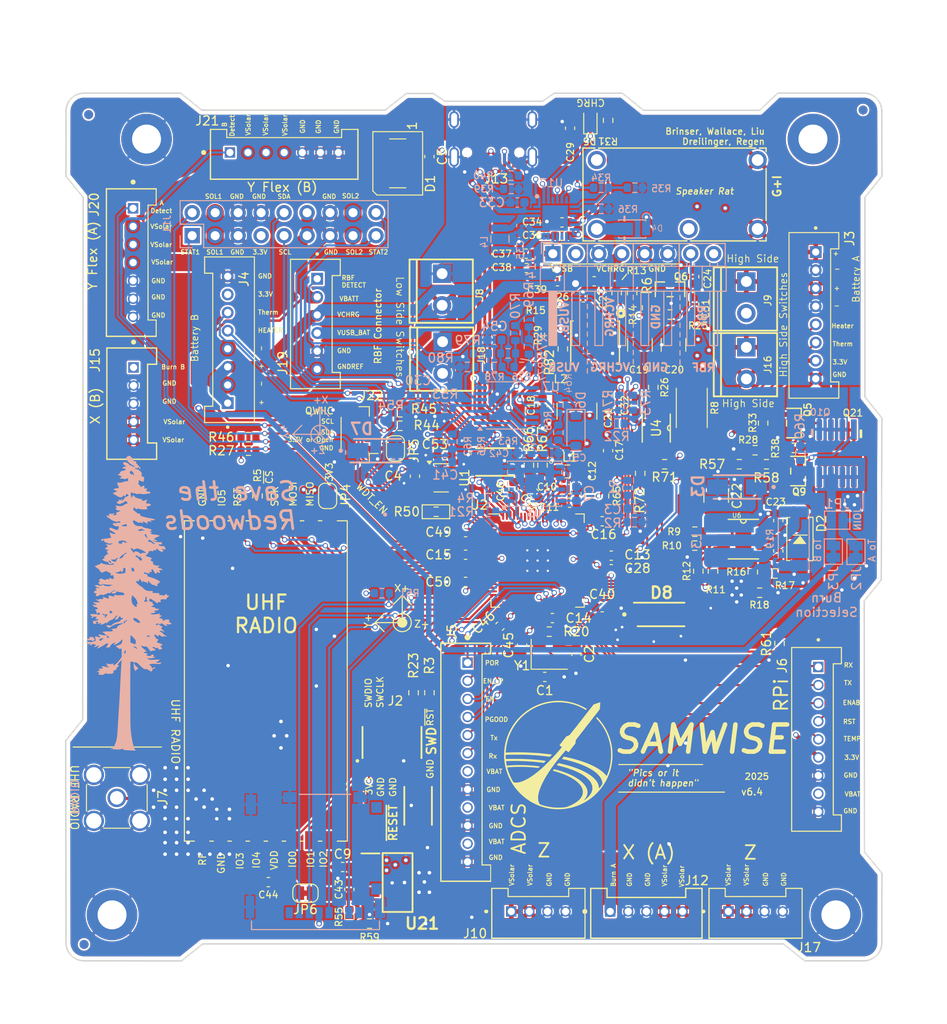
<source format=kicad_pcb>
(kicad_pcb (version 20241229) (generator "pcbnew") (generator_version "9.0")
  (title_block (title "PiCubed") (date "2025-08-29") (rev "6.5") (company "SSI"))
  (layers (0 "F.Cu" signal) (4 "In1.Cu" signal) (6 "In2.Cu" signal) (2 "B.Cu" signal) (13 "F.Paste" user) (15 "B.Paste" user) (5 "F.SilkS" user "F.Silkscreen") (7 "B.SilkS" user "B.Silkscreen") (1 "F.Mask" user) (3 "B.Mask" user) (25 "Edge.Cuts" user))
  (net 0 "")
  (net 1 "GND")
  (net 2 "3.3V")
  (net 3 "RPI_UART_TO_PI")
  (net 4 "SWCLK")
  (net 5 "SWDIO")
  (net 6 "~{RESET}")
  (net 7 "VSOLAR")
  (net 8 "VBATT")
  (net 9 "USB_D+")
  (net 10 "USB_D-")
  (net 12 "BURN_RELAY_A")
  (net 13 "Net-(C30-Pad2)")
  (net 14 "Net-(C30-Pad1)")
  (net 16 "/Burn Wires/VBURN_A_IN")
  (net 17 "Net-(U5-SW1)")
  (net 18 "Net-(U5-VBST)")
  (net 19 "/Avionics/XTAL1")
  (net 20 "/Avionics/XTAL2")
  (net 21 "/Avionics/BATTERY")
  (net 22 "Net-(D2-K)")
  (net 23 "Net-(D3-K)")
  (net 24 "Net-(U5-SS)")
  (net 25 "Net-(U5-VREG5)")
  (net 26 "Net-(U4-TIMER)")
  (net 27 "Net-(U17-PMID_1)")
  (net 28 "Net-(U17-SW_1)")
  (net 29 "Net-(R16-Pad2)")
  (net 30 "Net-(U17-BTST)")
  (net 31 "ADCS_Rx")
  (net 32 "~{FIXED_SOLAR_FAULT}")
  (net 33 "Net-(C2-Pad1)")
  (net 34 "Net-(U7B-+)")
  (net 35 "USB_CC2")
  (net 36 "USB_CC1")
  (net 37 "GNDREF")
  (net 38 "VBUS_IN")
  (net 39 "SCL")
  (net 40 "SDA")
  (net 41 "ADCS_Tx")
  (net 42 "VCHRG")
  (net 43 "ADCS_EN")
  (net 44 "RPI_UART_FROM_PI")
  (net 45 "MPPT_STAT_1")
  (net 47 "Net-(J22-Pin_2)")
  (net 48 "Net-(Q6-C)")
  (net 49 "Net-(D5-A)")
  (net 51 "SD_CS")
  (net 55 "RPI_RST")
  (net 56 "RPI_TEMP")
  (net 59 "Net-(U6-SENSE)")
  (net 60 "RPI_ENAB")
  (net 61 "+1V1")
  (net 62 "Net-(U2-VREG_AVDD)")
  (net 63 "Net-(D6-K)")
  (net 64 "SCL_PWR")
  (net 65 "Net-(Q5-G)")
  (net 66 "SDA_PWR")
  (net 67 "Net-(Q21-Gate)")
  (net 68 "Net-(D6-A)")
  (net 69 "STAT")
  (net 70 "/Power/REGN")
  (net 71 "ENAB_RF")
  (net 72 "RF_5V")
  (net 73 "/Avionics/NEOPIXEL")
  (net 74 "SD_SCK")
  (net 75 "VBATT_SENSE")
  (net 76 "SD_MISO")
  (net 77 "SD_MOSI")
  (net 78 "ADCS_PGOOD")
  (net 79 "ADCS_POR")
  (net 80 "RBF_DETECT")
  (net 81 "Net-(U2-VREG_LX)")
  (net 82 "unconnected-(U1-EN-Pad3)")
  (net 83 "Net-(SW1-P)")
  (net 84 "/Avionics/RUN")
  (net 85 "Net-(U6-VIN_REG)")
  (net 86 "/Connectors/VSOLAR_DEPL1")
  (net 87 "Net-(U5-VFB)")
  (net 88 "Net-(U5-PG)")
  (net 89 "Net-(U6-VFB)")
  (net 90 "Net-(U4-ON)")
  (net 91 "Net-(U17-TS)")
  (net 92 "Net-(U17-ILIM)")
  (net 93 "/Avionics/FLASH_CS")
  (net 94 "SENSE_THERM_A")
  (net 95 "BAT_HEATER_A")
  (net 96 "~{MPPT_SHDN_1}")
  (net 97 "/Connectors/VSOLAR_DEPL2")
  (net 98 "Net-(U21-SENSE{slash}ADJ)")
  (net 99 "Net-(SW2-P)")
  (net 100 "3V3_RESET")
  (net 101 "SENSE_THERM_B")
  (net 107 "~{FIXED_SOLAR_CHRG}")
  (net 111 "/Burn Wires/BURN_AOUT")
  (net 112 "Net-(Q6-B)")
  (net 113 "BAT_HEATER_B")
  (net 114 "MPPT_STAT_2")
  (net 115 "~{MPPT_SHDN_2}")
  (net 116 "RF_CS")
  (net 117 "WATCHDOG_FEED")
  (net 118 "SCL_PWR2")
  (net 119 "Net-(U7A--)")
  (net 120 "Net-(R56-Pad1)")
  (net 121 "/Avionics/FLASH_IO2")
  (net 122 "SDA_PWR2")
  (net 127 "Net-(Q9-G)")
  (net 128 "Net-(Q10-Gate)")
  (net 129 "ENAB_BURN_A")
  (net 130 "ENAB_BURN_B")
  (net 131 "BURN_B")
  (net 132 "BURN_A")
  (net 133 "ADCS_EN_LP")
  (net 134 "/Burn Wires/BURN_BOUT")
  (net 135 "SideDeplyDetectA")
  (net 136 "/RF/RF_Vcc")
  (net 137 "SideDeplyDetectB")
  (net 138 "unconnected-(U23-GPIO_4-Pad4)")
  (net 139 "/RF/RF1_ANT")
  (net 140 "/RF/RF_3V3")
  (net 141 "/Avionics/FLASH_SCK")
  (net 142 "/Avionics/FLASH_MOSI")
  (net 143 "/Avionics/FLASH_MISO")
  (net 144 "/Avionics/FLASH_IO3")
  (net 145 "RF_IO0")
  (net 146 "RF_MOSI")
  (net 147 "RF_MISO")
  (net 148 "RF_SCK")
  (net 149 "RF_RST")
  (net 151 "Net-(R63-Pad1)")
  (net 152 "Net-(U7C-+)")
  (net 153 "/Power/VUSB_SYS")
  (net 154 "/Power/VUSB_BAT")
  (net 155 "/Avionics/USB_IC_D+")
  (net 156 "/Avionics/USB_IC_D-")
  (net 157 "Net-(R82-Pad1)")
  (net 158 "/Watchdog/WD_integrate")
  (net 159 "/Watchdog/WD_Vcc")
  (net 160 "/Watchdog/ref3")
  (net 161 "/Watchdog/ref4")
  (net 162 "/Watchdog/ref2")
  (net 163 "/Watchdog/ref1")
  (footprint "Resistor_SMD:R_0603_1608Metric" (layer "F.Cu") (at 178.816 91.694)
    (property "Reference" "R38")
    (property "Value" "100k")
  )
  (footprint "ssi_IC:PWP14_2P31X2P46-L" (layer "F.Cu") (at 156.8161 80.058096 -90)
    (property "Reference" "U5" (hide yes))
    (property "Value" "TPS54226PWPR" (hide yes))
  )
  (footprint "Capacitor_SMD:C_0603_1608Metric" (layer "F.Cu") (at 151 87 -90)
    (property "Reference" "C18")
    (property "Value" "22uF")
  )
  (footprint "Capacitor_SMD:C_0603_1608Metric" (layer "F.Cu") (at 158.25 92 90)
    (property "Reference" "C17")
    (property "Value" "22uF")
  )
  (footprint "Capacitor_SMD:C_0603_1608Metric" (layer "F.Cu") (at 158.1785 85.9155 90)
    (property "Reference" "C21")
    (property "Value" "0.1uF")
  )
  (footprint "Resistor_SMD:R_0603_1608Metric" (layer "F.Cu") (at 152.781 76.5175 180)
    (property "Reference" "R15")
    (property "Value" "100k")
  )
  (footprint "Capacitor_SMD:C_0603_1608Metric" (layer "F.Cu") (at 155.5115 75.057 180)
    (property "Reference" "C26")
    (property "Value" "3.3nF")
  )
  (footprint "ssi_transistor:SOT-23" (layer "F.Cu") (at 178.7871 88.948096 -90)
    (property "Reference" "Q5")
    (property "Value" "IRLML2803" (hide yes))
  )
  (footprint "Resistor_SMD:R_0603_1608Metric" (layer "F.Cu") (at 165.1 76.962)
    (property "Reference" "R25")
    (property "Value" "10k")
  )
  (footprint "ssi_transistor:DMP2040USS-13" (layer "F.Cu") (at 183.515 92.329 180)
    (property "Reference" "Q21")
    (property "Value" "DMP2040USS-13" (hide yes))
  )
  (footprint "MountingHole:MountingHole_3.2mm_M3_DIN965_Pad" (layer "F.Cu") (at 107.2361 57.5641)
    (property "Reference" "H1" (hide yes))
    (property "Value" "MountingHole_Pad")
  )
  (footprint "MountingHole:MountingHole_3.2mm_M3_DIN965_Pad" (layer "F.Cu") (at 103.4261 143.2941)
    (property "Reference" "H2" (hide yes))
    (property "Value" "MountingHole_Pad")
  )
  (footprint "MountingHole:MountingHole_3.2mm_M3_DIN965_Pad" (layer "F.Cu") (at 183.4261 143.2941)
    (property "Reference" "H3" (hide yes))
    (property "Value" "MountingHole_Pad")
  )
  (footprint "MountingHole:MountingHole_3.2mm_M3_DIN965_Pad" (layer "F.Cu") (at 180.8961 57.5641)
    (property "Reference" "H4" (hide yes))
    (property "Value" "MountingHole_Pad")
  )
  (footprint "Fiducial:Fiducial_1mm_Mask2mm" (layer "F.Cu") (at 100.33 146.558)
    (property "Reference" "REF1T" (hide yes))
    (property "Value" "Fiducial_1mm_Mask2mm")
  )
  (footprint "ssi_relay:Relay_PE014006" (layer "F.Cu") (at 165.5979 63.69 90)
    (property "Reference" "U16" (hide yes))
    (property "Value" "PE014006" (hide yes))
  )
  (footprint "Capacitor_SMD:C_0603_1608Metric" (layer "F.Cu") (at 154.051 56.368 90)
    (property "Reference" "C29")
    (property "Value" "4.7uF")
  )
  (footprint "Resistor_SMD:R_0603_1608Metric" (layer "F.Cu") (at 158.2547 55.499 -90)
    (property "Reference" "R31")
    (property "Value" "10k")
  )
  (footprint "Capacitor_SMD:C_0603_1608Metric" (layer "F.Cu") (at 153.162 66.7766 180)
    (property "Reference" "C34")
    (property "Value" "4.7uF")
  )
  (footprint "Capacitor_SMD:C_0603_1608Metric" (layer "F.Cu") (at 149.225 71.8185)
    (property "Reference" "C38")
    (property "Value" "22uF")
  )
  (footprint "Resistor_SMD:R_0603_1608Metric" (layer "F.Cu") (at 159.1945 74.549 -90)
    (property "Reference" "R13")
    (property "Value" "73.2k")
  )
  (footprint "Capacitor_SMD:C_0603_1608Metric" (layer "F.Cu") (at 152.654 73.279)
    (property "Reference" "C39")
    (property "Value" "10uF")
  )
  (footprint "ssi_connector:SMA_Amphenol_901-144_horizontal" (layer "F.Cu") (at 103.9495 130.3655 -90)
    (property "Reference" "J7")
    (property "Value" "Amphenol_901-144")
  )
  (footprint "Resistor_SMD:R_0603_1608Metric" (layer "F.Cu") (at 119.5 97 -90)
    (property "Reference" "R5")
    (property "Value" "10k")
  )
  (footprint "Capacitor_SMD:C_0603_1608Metric" (layer "F.Cu") (at 156.718 73.279 180)
    (property "Reference" "C27")
    (property "Value" "1uF")
  )
  (footprint "Capacitor_SMD:C_0603_1608Metric" (layer "F.Cu") (at 149.187 70.231)
    (property "Reference" "C37")
    (property "Value" "22uF")
  )
  (footprint "Resistor_SMD:R_0603_1608Metric" (layer "F.Cu") (at 151.75 79.25 -90)
    (property "Reference" "R29")
    (property "Value" "10k")
  )
  (footprint "ssi_connector:1985807" (layer "F.Cu") (at 173.5328 80.5722 -90)
    (property "Reference" "J16")
    (property "Value" "1985807")
  )
  (footprint "Resistor_SMD:R_0603_1608Metric" (layer "F.Cu") (at 160.909 74.549 90)
    (property "Reference" "R14")
    (property "Value" "22.1k")
  )
  (footprint "LED_SMD:LED_0603_1608Metric" (layer "F.Cu") (at 156.2935 55.499 90)
    (property "Reference" "D5")
    (property "Value" "GREEN LED")
  )
  (footprint "Resistor_SMD:R_2512_6332Metric" (layer "F.Cu") (at 167.5 87.275 -90)
    (property "Reference" "R8")
    (property "Value" "0.02")
  )
  (footprint "ssi_inductor:L_2141" (layer "F.Cu") (at 154.813 87.63 -90)
    (property "Reference" "L2")
    (property "Value" "3.3uH")
  )
  (footprint "ssi_transistor:SOT-23" (layer "F.Cu") (at 165.1 74.168)
    (property "Reference" "Q6")
    (property "Value" "MMBT2222A-TP" (hide yes))
  )
  (footprint "ssi_connector:1985807" (layer "F.Cu") (at 139.954 79.9592 -90)
    (property "Reference" "J18")
    (property "Value" "1985807")
  )
  (footprint "Resistor_SMD:R_0603_1608Metric" (layer "F.Cu") (at 174.498 91.948 180)
    (property "Reference" "R28")
    (property "Value" "10k")
  )
  (footprint "Resistor_SMD:R_0603_1608Metric" (layer "F.Cu") (at 175.387 88.948096 -90)
    (property "Reference" "R33")
    (property "Value" "3.3k")
  )
  (footprint "Capacitor_SMD:C_1210_3225Metric" (layer "F.Cu") (at 161.7691 80.312096 90)
    (property "Reference" "C19")
    (property "Value" "10uF")
  )
  (footprint "Capacitor_SMD:C_1210_3225Metric" (layer "F.Cu") (at 165.481 80.312096 90)
    (property "Reference" "C20")
    (property "Value" "10uF")
  )
  (footprint "Capacitor_SMD:C_0603_1608Metric" (layer "F.Cu") (at 167.767 72.771 -90)
    (property "Reference" "C24")
    (property "Value" "0.1uF")
  )
  (footprint "Resistor_SMD:R_0603_1608Metric" (layer "F.Cu") (at 163.25 85 -90)
    (property "Reference" "R26")
    (property "Value" "1k")
  )
  (footprint "ssi_IC:ADM1176-1ARMZ-R7" (layer "F.Cu") (at 163.576 89.5 -90)
    (property "Reference" "U4")
    (property "Value" "RM_10" (hide yes))
  )
  (footprint "Resistor_SMD:R_0603_1608Metric" (layer "F.Cu") (at 129.649937 143.530948 -90)
    (property "Reference" "R55")
    (property "Value" "10k")
  )
  (footprint "Capacitor_SMD:C_0603_1608Metric" (layer "F.Cu") (at 167.767 75.819 90)
    (property "Reference" "C31")
    (property "Value" "22uF")
  )
  (footprint "ssi_IC:TPS7A4501DCQT" (layer "F.Cu") (at 134.983937 139.720948)
    (property "Reference" "U21")
    (property "Value" "TPS7A4501DCQT" (hide yes))
  )
  (footprint "Capacitor_SMD:C_0603_1608Metric" (layer "F.Cu") (at 120.7008 139.6746)
    (property "Reference" "C44")
    (property "Value" "10uF")
  )
  (footprint "Resistor_SMD:R_0603_1608Metric" (layer "F.Cu") (at 131.883937 144.258948)
    (property "Reference" "R59")
    (property "Value" "3.3k")
  )
  (footprint "Capacitor_SMD:C_0603_1608Metric" (layer "F.Cu") (at 129.649937 140.482948 -90)
    (property "Reference" "C43")
    (property "Value" "10uF")
  )
  (footprint "Capacitor_SMD:C_0603_1608Metric" (layer "F.Cu") (at 153.162 68.25)
    (property "Reference" "C36")
    (property "Value" "47nF")
  )
  (footprint "Capacitor_SMD:C_0603_1608Metric" (layer "F.Cu") (at 161.35 87 90)
    (property "Reference" "C32")
    (property "Value" "3.3nF")
  )
  (footprint "ssi_connector:USB_C_Receptacle_XKB_U262-161N-4BVC11" (layer "F.Cu") (at 146.052 55.018 180)
    (property "Reference" "J13")
    (property "Value" "USB_C_pycubed")
  )
  (footprint "ssi_connector:1985807" (layer "F.Cu") (at 139.9032 72.4408 -90)
    (property "Reference" "J8")
    (property "Value" "1985807")
  )
  (footprint "ssi_connector:1985807" (layer "F.Cu") (at 173.5328 73.3078 -90)
    (property "Reference" "J9")
    (property "Value" "1985807")
  )
  (footprint "Resistor_SMD:R_0603_1608Metric" (layer "F.Cu") (at 176.7078 105.567481 180)
    (property "Reference" "R17")
    (property "Value" "510k" (hide yes))
  )
  (footprint "Resistor_SMD:R_0603_1608Metric" (layer "F.Cu") (at 161.8 94.5 90)
    (property "Reference" "R72")
    (property "Value" "10k")
  )
  (footprint "Capacitor_SMD:C_0603_1608Metric" (layer "F.Cu") (at 146.3 111.4 -135)
    (property "Reference" "C46")
    (property "Value" "0.1uF")
  )
  (footprint "Capacitor_SMD:C_0603_1608Metric" (layer "F.Cu") (at 158.6 105.1)
    (property "Reference" "C28")
    (property "Value" "0.1uF")
  )
  (footprint "Resistor_SMD:R_0603_1608Metric" (layer "F.Cu") (at 168.2242 105.313481 -90)
    (property "Reference" "R12")
    (property "Value" "100k" (hide yes))
  )
  (footprint "Capacitor_SMD:C_0603_1608Metric" (layer "F.Cu") (at 151.25 117)
    (property "Reference" "C1")
    (property "Value" "15pF")
  )
  (footprint "Resistor_SMD:R_0603_1608Metric" (layer "F.Cu") (at 135.25 89.25 180)
    (property "Reference" "R44")
    (property "Value" "10k")
  )
  (footprint "Fiducial:Fiducial_1mm_Mask2mm" (layer "F.Cu") (at 186.436 54.356)
    (property "Reference" "REF3T" (hide yes))
    (property "Value" "Fiducial_1mm_Mask2mm")
  )
  (footprint "Capacitor_SMD:C_0603_1608Metric" (layer "F.Cu") (at 142.5 103.5 180)
    (property "Reference" "C15")
    (property "Value" "4.7uF")
  )
  (footprint "Resistor_SMD:R_0603_1608Metric" (layer "F.Cu") (at 149.5 93.6 90)
    (property "Reference" "R66")
    (property "Value" "27")
  )
  (footprint "Resistor_SMD:R_0603_1608Metric" (layer "F.Cu") (at 177.2 113.3 -90)
    (property "Reference" "R61")
    (property "Value" "100k")
  )
  (footprint "ssi_IC:MSOP-12_MSE" (layer "F.Cu") (at 173.2026 101.7778)
    (property "Reference" "U6")
    (property "Value" "LT3652HVIMSE#PBF")
  )
  (footprint "Capacitor_SMD:C_0603_1608Metric" (layer "F.Cu") (at 148.75 113.5 -90)
    (property "Reference" "C45")
    (property "Value" "0.1uF")
  )
  (footprint "Resistor_SMD:R_0603_1608Metric" (layer "F.Cu") (at 139.25 98.75 180)
    (property "Reference" "R50")
    (property "Value" "0")
  )
  (footprint "Capacitor_SMD:C_0603_1608Metric" (layer "F.Cu") (at 142.5 101 180)
    (property "Reference" "C49")
    (property "Value" "0.1uF")
  )
  (footprint "Capacitor_SMD:C_0603_1608Metric" (layer "F.Cu") (at 154 96.25)
    (property "Reference" "C10")
    (property "Value" "4.7uF")
  )
  (footprint "Capacitor_SMD:C_0603_1608Metric" (layer "F.Cu") (at 142.5 106.5 180)
    (property "Reference" "C50")
    (property "Value" "0.1uF")
  )
  (footprint "Capacitor_SMD:C_0603_1608Metric" (layer "F.Cu") (at 136.9 94.825 -90)
    (property "Reference" "C4")
    (property "Value" "1uF")
  )
  (footprint "Capacitor_SMD:C_0603_1608Metric" (layer "F.Cu") (at 157.6 109.3)
    (property "Reference" "C40")
    (property "Value" "0.1uF")
  )
  (footprint "ssi_diode:DO-214AC" (layer "F.Cu") (at 179.451 101.759 -90)
    (property "Reference" "D2")
    (property "Value" "CDBA240LL")
  )
  (footprint "Capacitor_SMD:C_0603_1608Metric" (layer "F.Cu") (at 152.1 110.5)
    (property "Reference" "C14")
    (property "Value" "0.1uF")
  )
  (footprint "Resistor_SMD:R_0603_1608Metric" (layer "F.Cu") (at 162.56 76.2 90)
    (property "Reference" "R6")
    (property "Value" "1k")
  )
  (footprint "Capacitor_SMD:C_0603_1608Metric" (layer "F.Cu") (at 156.3 97 90)
    (property "Reference" "C12")
    (property "Value" "4.7uF")
  )
  (footprint "LED_SMD:LED_WS2812B_PLCC4_5.0x5.0mm_P3.2mm" (layer "F.Cu") (at 135 60.25 -90)
    (property "Reference" "D1")
    (property "Value" "1655")
  )
  (footprint "Capacitor_SMD:C_0603_1608Metric" (layer "F.Cu") (at 128.908937 138.008948)
    (property "Reference" "C9")
    (property "Value" "10uF")
  )
  (footprint "ssi_inductor:polarized" (layer "F.Cu") (at 153.75 94.2975)
    (property "Reference" "L1")
    (property "Value" "3.3uH")
  )
  (footprint "Capacitor_SMD:C_0603_1608Metric" (layer "F.Cu") (at 177.0634 99.725481 90)
    (property "Reference" "C23")
    (property "Value" "1uF" (hide yes))
  )
  (footprint "Resistor_SMD:R_0603_1608Metric" (layer "F.Cu") (at 169.8498 105.313481 -90)
    (property "Reference" "R11")
    (property "Value" "100k" (hide yes))
  )
  (footprint "ssi_IC:RP2350-QFN-80-1EP_10x10_P0.4mm_EP3.4x3.4mm_ThermalVias" (layer "F.Cu") (at 150.46 104.143333)
    (property "Reference" "U2")
    (property "Value" "RP2350_80QFN")
  )
  (footprint "Jumper:SolderJumper-2_P1.3mm_Open_RoundedPad1.0x1.5mm" (layer "F.Cu") (at 134.75 91.75 -90)
    (property "Reference" "JP5")
    (property "Value" "QWIIC supply")
  )
  (footprint "ssi_connector:SAMTEC_FTSH-105-01-L-DV-007" (layer "F.Cu") (at 134.365 124.245)
    (property "Reference" "J2")
    (property "Value" "Conn_ARM_JTAG_SWD_10")
  )
  (footprint "Crystal:Crystal_SMD_3225-4Pin_3.2x2.5mm" (layer "F.Cu") (at 151.75 114.5)
    (property "Reference" "Y1")
    (property "Value" "ABM8-272-T3")
  )
  (footprint "ssi_IC:RFM98PW" (layer "F.Cu") (at 120.42 117.45 -90)
    (property "Reference" "U23" (hide yes))
    (property "Value" "RFM98PW" (hide yes))
  )
  (footprint "ssi_switch:BTN_KMR2_4.6X2.8" (layer "F.Cu") (at 145.75 93.25 180)
    (property "Reference" "SW2" (hide yes))
    (property "Value" "KMR231NG LFS" (hide yes))
  )
  (footprint "Resistor_SMD:R_0603_1608Metric" (layer "F.Cu") (at 175.75 93.5 180)
    (property "Reference" "R58")
    (property "Value" "3.3k")
  )
  (footprint "Connector_JST:JST_SH_BM04B-SRSS-TB_1x04-1MP_P1.00mm_Vertical" (layer "F.Cu") (at 130.75 90.25 90)
    (property "Reference" "J22")
    (property "Value" "QWIIC")
  )
  (footprint "Resistor_SMD:R_0603_1608Metric" (layer "F.Cu") (at 135.25 87.75 180)
    (property "Reference" "R45")
    (property "Value" "10k")
  )
  (footprint "Resistor_SMD:R_0603_1608Metric" (layer "F.Cu") (at 172.75 93.5 180)
    (property "Reference" "R57")
    (property "Value" "10k")
  )
  (footprint "ssi_connector:Molex_35362-0550" (layer "F.Cu") (at 158.484001 142.92 180)
    (property "Reference" "J12")
    (property "Value" "35362-0550")
  )
  (footprint "Fiducial:Fiducial_1mm_Mask2mm" (layer "F.Cu") (at 100.838 54.864 90)
    (property "Reference" "REF2T" (hide yes))
    (property "Value" "Fiducial_1mm_Mask2mm")
  )
  (footprint "Resistor_SMD:R_0603_1608Metric" (layer "F.Cu") (at 175.006 107.696)
    (property "Reference" "R18")
    (property "Value" "330k" (hide yes))
  )
  (footprint "Resistor_SMD:R_0603_1608Metric" (layer "F.Cu") (at 138.5 118.75 90)
    (property "Reference" "R3")
    (property "Value" "1k")
  )
  (footprint "ssi_connector:Molex_35362-0550" (layer "F.Cu") (at 105.8 82.799999 90)
    (property "Reference" "J15")
    (property "Value" "35362-0550")
  )
  (footprint "Resistor_SMD:R_0603_1608Metric" (layer "F.Cu") (at 167.84 100.95)
    (property "Reference" "R9")
    (property "Value" "121k")
  )
  (footprint "Jumper:SolderJumper-2_P1.3mm_Open_RoundedPad1.0x1.5mm" (layer "F.Cu") (at 127.25 97 90)
    (property "Reference" "JP4")
    (property "Value" "3.3V EN")
  )
  (footprint "Resistor_SMD:R_0603_1608Metric" (layer "F.Cu") (at 118.5 90.5)
    (property "Reference" "R46")
    (property "Value" "100k")
  )
  (footprint "Resistor_SMD:R_0603_1608Metric" (layer "F.Cu") (at 167.84 102.49 180)
    (property "Reference" "R10")
    (property "Value" "20k")
  )
  (footprint "ssi_connector:Molex_35362-0850" (layer "F.Cu") (at 181.2 70.050001 90)
    (property "Reference" "J3")
    (property "Value" "35362-0850" (hide yes))
  )
  (footprint "ssi_connector:Molex_35362-1250" (layer "F.Cu") (at 142.72 115.43 90)
    (property "Reference" "J5")
    (property "Value" "35362-1250")
  )
  (footprint "Resistor_SMD:R_0603_1608Metric" (layer "F.Cu") (at 153.25 80.75 90)
    (property "Reference" "R82")
    (property "Value" "0")
  )
  (footprint "ssi_connector:Molex_35362-0450" (layer "F.Cu") (at 147.55 142.92 180)
    (property "Reference" "J10")
    (property "Value" "35362-0450")
  )
  (footprint "Capacitor_SMD:C_0603_1608Metric" (layer "F.Cu") (at 147.8 96.25 90)
    (property "Reference" "C48")
    (property "Value" "0.1uF")
  )
  (footprint "Capacitor_SMD:C_0603_1608Metric" (layer "F.Cu") (at 177.0634 103.078281 90)
    (property "Reference" "C25" (hide yes))
    (property "Value" "10uF" (hide yes))
  )
  (footprint "ssi_connector:Molex_35362-0650" (layer "F.Cu") (at 126.1 73 90)
    (property "Reference" "J19")
    (property "Value" "35362-0650")
  )
  (footprint "Resistor_SMD:R_0603_1608Metric" (layer "F.Cu") (at 164.5 93.5 180)
    (property "Reference" "R71")
    (property "Value" "10k")
  )
  (footprint "Capacitor_SMD:C_0603_1608Metric" (layer "F.Cu") (at 158.6 103.6)
    (property "Reference" "C13")
    (property "Value" "0.1uF")
  )
  (footprint "ssi_diode:DIOM5226X262N" (layer "F.Cu") (at 164.1 110.1)
    (property "Reference" "D8")
    (property "Value" "CMSH1-40M" (hide yes))
  )
  (footprint "Capacitor_SMD:C_0603_1608Metric" (layer "F.Cu") (at 138.5 59.5 -90)
    (property "Reference" "C5")
    (property "Value" "0.1uF")
  )
  (footprint "ssi_drawings:logo_SSI_medium" (layer "F.Cu") (at 152.624473 127.344051)
    (property "Reference" "G***" (hide yes))
    (property "Value" "logo_SSI_medium" (hide yes))
  )
  (footprint "Package_TO_SOT_SMD:SOT-23-5" (layer "F.Cu") (at 139.8 95)
    (property "Reference" "U1")
    (property "Value" "TPS70960DBVR")
  )
  (footprint "Capacitor_SMD:C_0603_1608Metric" (layer "F.Cu") (at 150.1 96.7 135)
    (property "Reference" "C47")
    (property "Value" "0.1uF")
  )
  (footprint "ssi_switch:BTN_KMR2_4.6X2.8" (layer "F.Cu") (at 137.25 131.25 -90)
    (property "Reference" "SW1" (hide yes))
    (property "Value" "KMR231NG LFS" (hide yes))
  )
  (footprint "Capacitor_SMD:C_0603_1608Metric" (layer "F.Cu") (at 154.75 114.5 -90)
    (property "Reference" "C2")
    (property "Value" "15pF")
  )
  (footprint "Resistor_SMD:R_0603_1608Metric" (layer "F.Cu") (at 118.5 92)
    (property "Reference" "R27")
    (property "Value" "100k")
  )
  (footprint "Capacitor_SMD:C_0603_1608Metric" (layer "F.Cu") (at 140.1625 92.5 180)
    (property "Reference" "C53")
    (property "Value" "2.2uF")
  )
  (footprint "Resistor_SMD:R_0603_1608Metric" (layer "F.Cu") (at 151 93.6 90)
    (property "Reference" "R67")
    (property "Value" "27")
  )
  (footprint "Capacitor_SMD:C_0603_1608Metric" (layer "F.Cu") (at 157.6 99.8)
    (property "Reference" "C16")
    (property "Value" "0.1uF")
  )
  (footprint "ssi_connector:Molex_35362-0850" (layer "F.Cu") (at 116.205 86.739999 -90)
    (property "Reference" "J4")
    (property "Value" "35362-0850" (hide yes))
  )
  (footprint "ssi_connector:Molex_35362-0750" (layer "F.Cu") (at 105.75 65.214001 90)
    (property "Reference" "J20")
    (property "Value" "35362-0750")
  )
  (footprint "Jumper:SolderJumper-2_P1.3mm_Bridged_RoundedPad1.0x1.5mm" (layer "F.Cu") (at 124.8 140.9 180)
    (property "Reference" "JP6")
    (property "Value" "Jumper_3_Bridged12")
  )
  (footprint "Capacitor_SMD:C_1210_3225Metric" (layer "F.Cu") (at 170.2 97 -90)
    (property "Reference" "C22")
    (property "Value" "10uF")
  )
  (footprint "ssi_connector:Molex_35362-0450" (layer "F.Cu") (at 171.55 142.92 180)
    (property "Reference" "J17")
    (property "Value" "35362-0450")
  )
  (footprint "Resistor_SMD:R_0603_1608Metric" (layer "F.Cu") (at 151.75 112 180)
    (property "Reference" "R20")
    (property "Value" "1k")
  )
  (footprint "Resistor_SMD:R_0603_1608Metric" (layer "F.Cu") (at 157.8 97 -90)
    (property "Reference" "R65")
    (property "Value" "33")
  )
  (footprint "ssi_connector:Molex_35362-0750" (layer "F.Cu") (at 116.450001 59.05 180)
    (property "Reference" "J21")
    (property "Value" "35362-0750")
  )
  (footprint "ssi_connector:Molex_35362-0950" (layer "F.Cu") (at 181.491 115.9 90)
    (property "Reference" "J6")
    (property "Value" "35362-0950")
  )
  (footprint "Resistor_SMD:R_0603_1608Metric" (layer "F.Cu") (at 174.244 105.41 -90)
    (property "Reference" "R16")
    (property "Value" "49.9k" (hide yes))
  )
  (footprint "ssi_transistor:SOT-23" (layer "F.Cu") (at 179.25 94.25 -90)
    (property "Reference" "Q9")
    (property "Value" "IRLML2803" (hide yes))
  )
  (footprint "Resistor_SMD:R_0603_1608Metric" (layer "F.Cu") (at 136.75 118.75 90)
    (property "Reference" "R23")
    (property "Value" "1k")
  )
  (footprint "Capacitor_SMD:C_0603_1608Metric" (layer "F.Cu") (at 154 97.75)
    (property "Reference" "C11")
    (property "Value" "4.7uF")
  )
  (footprint "ssi_connector:Molex_503182-1852" (layer "B.Cu") (at 125.91 137.325)
    (property "Reference" "J1" (hide yes))
    (property "Value" "503182-1852")
  )
  (footprint "Fiducial:Fiducial_1mm_Mask2mm" (layer "B.Cu") (at 186.436 54.356)
    (property "Reference" "REF1B" (hide yes))
    (property "Value" "Fiducial_1mm_Mask2mm")
  )
  (footprint "Resistor_SMD:R_0603_1608Metric" (layer "B.Cu") (at 147.525 61.6046)
    (property "Reference" "R40")
    (property "Value" "5.1k")
  )
  (footprint "ssi_IC:QFN50P400X400X100-25N-D" (layer "B.Cu") (at 152.4 66.294 -90)
    (property "Reference" "U17")
    (property "Value" "BQ25883RGER" (hide yes))
  )
  (footprint "Resistor_SMD:R_0603_1608Metric" (layer "B.Cu") (at 157.48 65.278 180)
    (property "Reference" "R36")
    (property "Value" "560")
  )
  (footprint "Capacitor_SMD:C_0603_1608Metric" (layer "B.Cu") (at 148.6662 67.125 90)
    (property "Reference" "C35")
    (property "Value" "10uF")
  )
  (footprint "Resistor_SMD:R_0603_1608Metric" (layer "B.Cu") (at 161.2138 62.9412 180)
    (property "Reference" "R35")
    (property "Value" "10k")
  )
  (footprint "Resistor_SMD:R_0603_1608Metric" (layer "B.Cu") (at 157.48 62.9412)
    (property "Reference" "R34")
    (property "Value" "10k")
  )
  (footprint "Resistor_SMD:R_0603_1608Metric" (layer "B.Cu") (at 147.525 63.075 180)
    (property "Reference" "R39")
    (property "Value" "5.1k")
  )
  (footprint "ssi_inductor:L_2510" (layer "B.Cu") (at 146.3 68.6 -90)
    (property "Reference" "L4")
    (property "Value" "1uH")
  )
  (footprint "ssi_diode:PWRDI-123" (layer "B.Cu") (at 160.911 67.5005)
    (property "Reference" "D4")
    (property "Value" "DFLS130L" (hide yes))
  )
  (footprint "Connector_PinHeader_2.54mm:PinHeader_1x08_P2.54mm_Horizontal" (layer "B.Cu") (at 152.146 70.231 -90)
    (property "Reference" "J14")
    (property "Value" "Conn_01x08_Horizontal")
  )
  (footprint "Resistor_SMD:R_0603_1608Metric" (layer "B.Cu") (at 133.25 107.75 180)
    (property "Reference" "R51")
    (property "Value" "10k")
  )
  (footprint "Resistor_SMD:R_0603_1608Metric" (layer "B.Cu") (at 161 86.7 90)
    (property "Reference" "R73")
    (property "Value" "10k")
  )
  (footprint "Fiducial:Fiducial_1mm_Mask2mm" (layer "B.Cu") (at 100.838 54.864)
    (property "Reference" "REF2B" (hide yes))
    (property "Value" "Fiducial_1mm_Mask2mm")
  )
  (footprint "Resistor_SMD:R_0603_1608Metric" (layer "B.Cu") (at 159.5 86.7 90)
    (property "Reference" "R74")
    (property "Value" "10k")
  )
  (footprint "Resistor_SMD:R_0603_1608Metric" (layer "B.Cu") (at 152.75 87 90)
    (property "Reference" "R64")
    (property "Value" "4.7M")
  )
  (footprint "Resistor_SMD:R_0603_1608Metric" (layer "B.Cu") (at 150 90.75)
    (property "Reference" "R63")
    (property "Value" "1k")
  )
  (footprint "Resistor_SMD:R_0603_1608Metric" (layer "B.Cu") (at 148.7 82.75 180)
    (property "Reference" "R76")
    (property "Value" "10k")
  )
  (footprint "Resistor_SMD:R_0603_1608Metric" (layer "B.Cu") (at 145.7 82.75 180)
    (property "Reference" "R78")
    (property "Value" "10k")
  )
  (footprint "Resistor_SMD:R_0603_1608Metric" (layer "B.Cu") (at 179.5 92.25 90)
    (property "Reference" "R60")
    (property "Value" "100k")
  )
  (footprint "Jumper:SolderJumper-2_P1.3mm_Bridged_Pad1.0x1.5mm" (layer "B.Cu") (at 183.15 103.15 -90)
    (property "Reference" "JP3")
    (property "Value" "Jumper_2_Bridged")
  )
  (footprint "Resistor_SMD:R_0603_1608Metric" (layer "B.Cu") (at 142.7 82.75 180)
    (property "Reference" "R80")
    (property "Value" "3k")
  )
  (footprint "Capacitor_SMD:C_0603_1608Metric" (layer "B.Cu") (at 145.7 79.75)
    (property "Reference" "C54")
    (property "Value" "10uF")
  )
  (footprint "Resistor_SMD:R_0603_1608Metric" (layer "B.Cu") (at 145 97.25)
    (property "Reference" "R4")
    (property "Value" "1k")
  )
  (footprint "Resistor_SMD:R_0603_1608Metric" (layer "B.Cu") (at 149.5 80.5 -90)
    (property "Reference" "R75")
    (property "Value" "100k")
  )
  (footprint "Resistor_SMD:R_0603_1608Metric" (layer "B.Cu") (at 160.4 96.1 -90)
    (property "Reference" "R1")
    (property "Value" "330k")
  )
  (footprint "Resistor_SMD:R_0603_1608Metric" (layer "B.Cu") (at 141.045 91 -90)
    (property "Reference" "R56")
    (property "Value" "1k")
  )
  (footprint "Resistor_SMD:R_0603_1608Metric" (layer "B.Cu") (at 161.165 99.9 180)
    (property "Reference" "R2")
    (property "Value" "110k")
  )
  (footprint "Capacitor_SMD:C_0603_1608Metric" (layer "B.Cu") (at 149 92.25)
    (property "Reference" "C42")
    (property "Value" "10uF")
  )
  (footprint "Resistor_SMD:R_0603_1608Metric" (layer "B.Cu") (at 159.2 89)
    (property "Reference" "R22")
    (property "Value" "10k")
  )
  (footprint "Capacitor_SMD:C_0603_1608Metric" (layer "B.Cu") (at 152 92.25 180)
    (property "Reference" "C51")
    (property "Value" "10uF")
  )
  (footprint "Capacitor_SMD:C_0603_1608Metric" (layer "B.Cu") (at 137.25 85.75)
    (property "Reference" "C30")
    (property "Value" "10uF")
  )
  (footprint "ssi_inductor:SDE06004A-680K" (layer "B.Cu") (at 171.6 101.9 -90)
    (property "Reference" "L3")
    (property "Value" "68uH")
  )
  (footprint "Resistor_SMD:R_0603_1608Metric" (layer "B.Cu") (at 137.25 87.25)
    (property "Reference" "R54")
    (property "Value" "10k")
  )
  (footprint "Jumper:SolderJumper-2_P1.3mm_Bridged_Pad1.0x1.5mm" (layer "B.Cu") (at 185.65 103.175 -90)
    (property "Reference" "JP2")
    (property "Value" "Jumper_2_Bridged")
  )
  (footprint "Fiducial:Fiducial_1mm_Mask2mm" (layer "B.Cu") (at 100.33 146.558)
    (property "Reference" "REF3B" (hide yes))
    (property "Value" "Fiducial_1mm_Mask2mm")
  )
  (footprint "ssi_diode:DIOM5226X262N" (layer "B.Cu") (at 172.5 96.012 180)
    (property "Reference" "D3")
    (property "Value" "CMSH1-40M" (hide yes))
  )
  (footprint "Resistor_SMD:R_0603_1608Metric" (layer "B.Cu") (at 139.5 91 90)
    (property "Reference" "R62")
    (property "Value" "100k")
  )
  (footprint "Resistor_SMD:R_0603_1608Metric" (layer "B.Cu") (at 140.25 87.25)
    (property "Reference" "R53")
    (property "Value" "10k")
  )
  (footprint "Capacitor_SMD:C_0603_1608Metric" (layer "B.Cu") (at 140.25 93.25)
    (property "Reference" "C41")
    (property "Value" "10uF")
  )
  (footprint "Resistor_SMD:R_0603_1608Metric" (layer "B.Cu") (at 144.2 81.25 180)
    (property "Reference" "R79")
    (property "Value" "3k")
  )
  (footprint "ssi_transistor:DMP2040USS-13" (layer "B.Cu") (at 183.5 92.25)
    (property "Reference" "Q10")
    (property "Value" "DMP2040USS-13" (hide yes))
  )
  (footprint "Resistor_SMD:R_0603_1608Metric" (layer "B.Cu") (at 149.5 77.5 -90)
    (property "Reference" "R69")
    (property "Value" "100k")
  )
  (footprint "Capacitor_SMD:C_0603_1608Metric" (layer "B.Cu") (at 148.225 64.575)
    (property "Reference" "C33")
    (property "Value" "1uF")
  )
  (footprint "Resistor_SMD:R_2512_6332Metric" (layer "B.Cu") (at 178.7652 101.727 -90)
    (property "Reference" "R19")
    (property "Value" "0.27" (hide yes))
  )
  (footprint "Package_SO:TSSOP-14_4.4x5mm_P0.65mm" (layer "B.Cu") (at 147 87)
    (property "Reference" "U7")
    (property "Value" "TLV1704")
  )
  (footprint "ssi_IC:SON127P600X500X90-9N" (layer "B.Cu") (at 150.135 95.655)
    (property "Reference" "U3")
    (property "Value" "MR25H40MDF")
  )
  (footprint "ssi_diode:DIOM5226X262N" (layer "B.Cu") (at 132.75 92)
    (property "Reference" "D7")
    (property "Value" "CMSH1-40M" (hide yes))
  )
  (footprint "Resistor_SMD:R_0603_1608Metric" (layer "B.Cu") (at 147.2 81.25 180)
    (property "Reference" "R77")
    (property "Value" "10k")
  )
  (footprint "Jumper:SolderJumper-2_P1.3mm_Open_Pad1.0x1.5mm" (layer "B.Cu") (at 183.575 99.675 180)
    (property "Reference" "JP1")
    (property "Value" "Jumper_2_Open")
  )
  (footprint "Resistor_SMD:R_0603_1608Metric" (layer "B.Cu") (at 152.75 90 -90)
    (property "Reference" "R68")
    (property "Value" "100k")
  )
  (footprint "Resistor_SMD:R_0603_1608Metric" (layer "B.Cu") (at 148 79 -90)
    (property "Reference" "R70")
    (property "Value" "100k")
  )
  (footprint "Connector_PinSocket_2.54mm:PinSocket_2x09_P2.54mm_Vertical" (layer "B.Cu") (at 112.28 68.24 -90)
    (property "Reference" "J11")
    (property "Value" "MPPT board")
  )
  (footprint "Resistor_SMD:R_0603_1608Metric" (layer "B.Cu") (at 145 98.75 180)
    (property "Reference" "R21")
    (property "Value" "10k")
  )
  (footprint "Diode_SMD:D_SOD-123" (layer "B.Cu") (at 154.7 89.8 -90)
    (property "Reference" "D6")
    (property "Value" "1N4151W-E3-08")
  )
  (footprint "Capacitor_SMD:C_0603_1608Metric" (layer "B.Cu") (at 154.75 96.75 90)
    (property "Reference" "C7")
    (property "Value" "0.1uF")
  )
  (footprint "Capacitor_SMD:C_0603_1608Metric" (layer "B.Cu") (at 161.2 98.4)
    (property "Reference" "C3")
    (property "Value" "0.1uF")
  )
  (footprint "ssi_drawings:redwood" (layer "B.Cu") (at 105.364931 108.802672 180)
    (property "Reference" "G***" (hide yes))
    (property "Value" "redwood" (hide yes))
  )
  (gr_line (start 166.116 69.088) (end 151.13 69.088) (stroke (width 0.127)) (layer "F.SilkS"))
  (gr_line (start 161.036 71.374) (end 161.036 69.088) (stroke (width 0.127)) (layer "F.SilkS"))
  (gr_line (start 155.956 71.374) (end 155.956 69.088) (stroke (width 0.127)) (layer "F.SilkS"))
  (gr_line (start 159.434473 129.732051) (end 171.118473 129.732051) (stroke (width 0.127)) (layer "F.SilkS"))
  (gr_circle (center 135.5 111) (end 136.5 111) (stroke (width 0.127)) (fill no) (layer "F.SilkS"))
  (gr_line (start 166.116 71.374) (end 166.116 69.088) (stroke (width 0.127)) (layer "F.SilkS"))
  (gr_line (start 135.5 111) (end 135.5 108) (stroke (width 0.127)) (layer "F.SilkS"))
  (gr_line (start 160.3 72.5) (end 159.8 73.1) (stroke (width 0.127)) (layer "F.SilkS"))
  (gr_line (start 151.13 71.374) (end 166.116 71.374) (stroke (width 0.127)) (layer "F.SilkS"))
  (gr_line (start 135.5 108) (end 134.5 109) (stroke (width 0.127)) (layer "F.SilkS"))
  (gr_line (start 151.13 69.088) (end 151.13 71.374) (stroke (width 0.127)) (layer "F.SilkS"))
  (gr_line (start 132.5 111) (end 133.5 110) (stroke (width 0.127)) (layer "F.SilkS"))
  (gr_line (start 140.75 99.512) (end 137.702 99.512) (stroke (width 0.127)) (layer "F.SilkS"))
  (gr_line (start 137.702 99.512) (end 137.702 97.988) (stroke (width 0.127)) (layer "F.SilkS"))
  (gr_circle (center 135.5 111) (end 136 111) (stroke (width 0.127)) (fill yes) (layer "F.SilkS"))
  (gr_line (start 140.75 97.988) (end 140.75 99.512) (stroke (width 0.127)) (layer "F.SilkS"))
  (gr_line (start 137.702 97.988) (end 140.75 97.988) (stroke (width 0.127)) (layer "F.SilkS"))
  (gr_line (start 135.5 108) (end 136.5 109) (stroke (width 0.127)) (layer "F.SilkS"))
  (gr_line (start 132.5 111) (end 133.5 112) (stroke (width 0.127)) (layer "F.SilkS"))
  (gr_line (start 99.125 124.75) (end 108.875 124.75) (stroke (width 0.127)) (layer "F.SilkS"))
  (gr_line (start 159.434473 126.684051) (end 168.705473 126.684051) (stroke (width 0.127)) (layer "F.SilkS"))
  (gr_line (start 135.5 111) (end 132.5 111) (stroke (width 0.127)) (layer "F.SilkS"))
  (gr_line (start 151.13 69.088) (end 151.13 71.374) (stroke (width 0.127)) (layer "B.SilkS"))
  (gr_line (start 166.116 71.374) (end 166.116 69.088) (stroke (width 0.127)) (layer "B.SilkS"))
  (gr_line (start 171.2 69.1) (end 151.13 69.138) (stroke (width 0.127)) (layer "B.SilkS"))
  (gr_line (start 155.956 79.883) (end 155.956 80.391) (stroke (width 0.127)) (layer "B.SilkS"))
  (gr_line (start 155.956 79.375) (end 155.956 78.867) (stroke (width 0.127)) (layer "B.SilkS"))
  (gr_line (start 155.956 77.851) (end 155.956 78.359) (stroke (width 0.127)) (layer "B.SilkS"))
  (gr_line (start 155.956 76.835) (end 155.956 77.343) (stroke (width 0.127)) (layer "B.SilkS"))
  (gr_line (start 155.956 74.803) (end 155.956 75.311) (stroke (width 0.127)) (layer "B.SilkS"))
  (gr_line (start 155.956 76.327) (end 155.956 75.819) (stroke (width 0.127)) (layer "B.SilkS"))
  (gr_line (start 155.956 81.407) (end 155.956 80.899) (stroke (width 0.127)) (layer "B.SilkS"))
  (gr_line (start 155.956 82.423) (end 155.956 81.915) (stroke (width 0.127)) (layer "B.SilkS"))
  (gr_line (start 155.956 83.439) (end 155.956 82.931) (stroke (width 0.127)) (layer "B.SilkS"))
  (gr_line (start 161.036 71.374) (end 161.036 69.088) (stroke (width 0.127)) (layer "B.SilkS"))
  (gr_line (start 161.036 77.851) (end 161.036 78.359) (stroke (width 0.127)) (layer "B.SilkS"))
  (gr_line (start 161.036 79.375) (end 161.036 78.867) (stroke (width 0.127)) (layer "B.SilkS"))
  (gr_line (start 161.036 79.883) (end 161.036 80.391) (stroke (width 0.127)) (layer "B.SilkS"))
  (gr_line (start 161.036 83.439) (end 161.036 82.931) (stroke (width 0.127)) (layer "B.SilkS"))
  (gr_line (start 161.036 82.423) (end 161.036 81.915) (stroke (width 0.127)) (layer "B.SilkS"))
  (gr_line (start 161.036 74.803) (end 161.036 75.311) (stroke (width 0.127)) (layer "B.SilkS"))
  (gr_line (start 161.036 76.835) (end 161.036 77.343) (stroke (width 0.127)) (layer "B.SilkS"))
  (gr_line (start 161.036 76.327) (end 161.036 75.819) (stroke (width 0.127)) (layer "B.SilkS"))
  (gr_line (start 161.036 81.407) (end 161.036 80.899) (stroke (width 0.127)) (layer "B.SilkS"))
  (gr_line (start 166.1995 76.365) (end 166.1995 75.857) (stroke (width 0.127)) (layer "B.SilkS"))
  (gr_line (start 124.4 91.19) (end 123.4 90.19) (stroke (width 0.127)) (layer "B.SilkS"))
  (gr_line (start 171.2 71.443) (end 171.2 69.1) (stroke (width 0.127)) (layer "B.SilkS"))
  (gr_line (start 166.1995 76.873) (end 166.1995 77.381) (stroke (width 0.127)) (layer "B.SilkS"))
  (gr_line (start 166.1995 74.841) (end 166.1995 75.349) (stroke (width 0.127)) (layer "B.SilkS"))
  (gr_line (start 166.1995 83.477) (end 166.1995 82.969) (stroke (width 0.127)) (layer "B.SilkS"))
  (gr_line (start 148.6 81.85) (end 150.3 82.15) (stroke (width 0.127)) (layer "B.SilkS"))
  (gr_circle (center 126.4 90.19) (end 125.4 90.19) (stroke (width 0.127)) (fill no) (layer "B.SilkS"))
  (gr_line (start 123.4 90.19) (end 126.4 90.19) (stroke (width 0.127)) (layer "B.SilkS"))
  (gr_line (start 125.69 89.48) (end 127.11 90.9) (stroke (width 0.127)) (layer "B.SilkS"))
  (gr_line (start 124.4 89.19) (end 123.4 90.19) (stroke (width 0.127)) (layer "B.SilkS"))
  (gr_line (start 166.1995 81.445) (end 166.1995 80.937) (stroke (width 0.127)) (layer "B.SilkS"))
  (gr_line (start 127.11 89.48) (end 125.69 90.9) (stroke (width 0.127)) (layer "B.SilkS"))
  (gr_line (start 166.1995 79.413) (end 166.1995 78.905) (stroke (width 0.127)) (layer "B.SilkS"))
  (gr_circle (center 133.604 99.06) (end 133.731 99.06) (stroke (width 0.2)) (fill no) (layer "B.SilkS"))
  (gr_line (start 166.1995 82.461) (end 166.1995 81.953) (stroke (width 0.127)) (layer "B.SilkS"))
  (gr_line (start 166.1995 77.889) (end 166.1995 78.397) (stroke (width 0.127)) (layer "B.SilkS"))
  (gr_line (start 155.956 69.088) (end 155.956 71.374) (stroke (width 0.127)) (layer "B.SilkS"))
  (gr_line (start 166.1995 79.921) (end 166.1995 80.429) (stroke (width 0.127)) (layer "B.SilkS"))
  (gr_line (start 126.4 87.19) (end 126.4 90.19) (stroke (width 0.127)) (layer "B.SilkS"))
  (gr_line (start 125.4 88.19) (end 126.4 87.19) (stroke (width 0.127)) (layer "B.SilkS"))
  (gr_line (start 127.4 88.19) (end 126.4 87.19) (stroke (width 0.127)) (layer "B.SilkS"))
  (gr_arc (start 98.3361 54.4891) (mid 98.921886 53.074886) (end 100.3361 52.4891) (stroke (width 0.15)) (layer "Edge.Cuts"))
  (gr_arc (start 100.3361 148.3741) (mid 98.921886 147.788314) (end 98.3361 146.3741) (stroke (width 0.15)) (layer "Edge.Cuts"))
  (gr_arc (start 188.5061 146.3741) (mid 187.920314 147.788314) (end 186.5061 148.3741) (stroke (width 0.15)) (layer "Edge.Cuts"))
  (gr_line (start 152.2761 52.499096) (end 151.0061 53.388096) (stroke (width 0.15)) (layer "Edge.Cuts"))
  (gr_line (start 140.2111 53.388096) (end 138.931103 52.5272) (stroke (width 0.15)) (layer "Edge.Cuts"))
  (gr_line (start 111.0016 52.4902) (end 100.3361 52.4891) (stroke (width 0.15)) (layer "Edge.Cuts"))
  (gr_arc (start 186.5061 52.4891) (mid 187.920314 53.074886) (end 188.5061 54.4891) (stroke (width 0.15)) (layer "Edge.Cuts"))
  (gr_line (start 159.8316 52.499096) (end 152.2761 52.499096) (stroke (width 0.15)) (layer "Edge.Cuts"))
  (gr_line (start 98.3002 124.0484) (end 98.3361 146.3741) (stroke (width 0.15)) (layer "Edge.Cuts"))
  (gr_line (start 151.0061 53.388096) (end 140.2111 53.388096) (stroke (width 0.15)) (layer "Edge.Cuts"))
  (gr_line (start 113.4364 146.5072) (end 111.0996 148.3868) (stroke (width 0.15)) (layer "Edge.Cuts"))
  (gr_line (start 188.5061 54.4891) (end 188.5188 61.6712) (stroke (width 0.15)) (layer "Edge.Cuts"))
  (gr_line (start 188.5188 88.392) (end 188.4426 106.2736) (stroke (width 0.15)) (layer "Edge.Cuts"))
  (gr_line (start 188.5188 138.684) (end 188.5061 146.3741) (stroke (width 0.15)) (layer "Edge.Cuts"))
  (gr_line (start 186.5061 148.3741) (end 179.9844 148.3741) (stroke (width 0.15)) (layer "Edge.Cuts"))
  (gr_line (start 111.0996 148.3868) (end 100.3361 148.3741) (stroke (width 0.15)) (layer "Edge.Cuts"))
  (gr_line (start 100.1798 121.7116) (end 100.23 64.008) (stroke (width 0.15)) (layer "Edge.Cuts"))
  (gr_line (start 175 54.3898) (end 177 52.4891) (stroke (width 0.15)) (layer "Edge.Cuts"))
  (gr_line (start 113.3384 54.3698) (end 133.604 54.3698) (stroke (width 0.15)) (layer "Edge.Cuts"))
  (gr_line (start 177.6283 146.5072) (end 113.4364 146.5072) (stroke (width 0.15)) (layer "Edge.Cuts"))
  (gr_line (start 98.3361 54.4891) (end 98.3302 61.6712) (stroke (width 0.15)) (layer "Edge.Cuts"))
  (gr_line (start 138.931103 52.5272) (end 135.9408 52.5272) (stroke (width 0.15)) (layer "Edge.Cuts"))
  (gr_line (start 186.563 108.6104) (end 188.4426 106.2736) (stroke (width 0.15)) (layer "Edge.Cuts"))
  (gr_line (start 162.1684 54.3898) (end 159.8316 52.499096) (stroke (width 0.15)) (layer "Edge.Cuts"))
  (gr_line (start 100.23 64.008) (end 98.3302 61.6712) (stroke (width 0.15)) (layer "Edge.Cuts"))
  (gr_line (start 133.604 54.3698) (end 135.9408 52.5272) (stroke (width 0.15)) (layer "Edge.Cuts"))
  (gr_line (start 186.5884 136.3472) (end 188.5188 138.684) (stroke (width 0.15)) (layer "Edge.Cuts"))
  (gr_line (start 186.6392 64.008) (end 188.5188 61.6712) (stroke (width 0.15)) (layer "Edge.Cuts"))
  (gr_line (start 100.1798 121.7116) (end 98.3002 124.0484) (stroke (width 0.15)) (layer "Edge.Cuts"))
  (gr_line (start 113.3384 54.3698) (end 111.0016 52.4902) (stroke (width 0.15)) (layer "Edge.Cuts"))
  (gr_line (start 186.6392 64.008) (end 186.6392 86.0552) (stroke (width 0.15)) (layer "Edge.Cuts"))
  (gr_line (start 177.6283 146.5072) (end 179.9844 148.3741) (stroke (width 0.15)) (layer "Edge.Cuts"))
  (gr_line (start 186.5061 52.4891) (end 177 52.4891) (stroke (width 0.15)) (layer "Edge.Cuts"))
  (gr_line (start 162.1684 54.3898) (end 175 54.3898) (stroke (width 0.15)) (layer "Edge.Cuts"))
  (gr_line (start 186.563 108.6104) (end 186.5884 136.3472) (stroke (width 0.15)) (layer "Edge.Cuts"))
  (gr_line (start 186.6392 86.0552) (end 188.5188 88.392) (stroke (width 0.15)) (layer "Edge.Cuts"))
  (gr_text "SWCLK" (at 133.46 120.5 90) (layer "F.SilkS") (effects (font (size 0.7112 0.7112) (thickness 0.12192)) (justify left bottom)))
  (gr_text "SWDIO" (at 132.18 120.5 90) (layer "F.SilkS") (effects (font (size 0.7112 0.7112) (thickness 0.12192)) (justify left bottom)))
  (gr_text "G+I" (at 177.44948 64.11214 90) (layer "F.SilkS") (effects (font (size 0.889 0.889) (thickness 0.2)) (justify left bottom)))
  (gr_text "~{RESET}" (at 135 131 90) (layer "F.SilkS") (effects (font (size 0.889 0.889) (thickness 0.1778)) (justify right bottom)))
  (gr_text "UHF\nRADIO" (at 120.4595 107.8357 0) (layer "F.SilkS") (effects (font (size 1.59258 1.59258) (thickness 0.25146)) (justify top)))
  (gr_text "Low Side Switches" (at 134.7724 78.3336 -90) (layer "F.SilkS") (effects (font (size 0.8 0.8) (thickness 0.1)) (justify bottom)))
  (gr_text "IO3" (at 118.01 136.32 90) (layer "F.SilkS") (effects (font (size 0.762 0.762) (thickness 0.12192)) (justify right bottom)))
  (gr_text "IO4" (at 119.8245 136.2075 90) (layer "F.SilkS") (effects (font (size 0.762 0.762) (thickness 0.12192)) (justify right bottom)))
  (gr_text "IO0" (at 123.82681 136.1313 90) (layer "F.SilkS") (effects (font (size 0.762 0.762) (thickness 0.12192)) (justify right bottom)))
  (gr_text "IO1" (at 125.826152 136.1313 90) (layer "F.SilkS") (effects (font (size 0.762 0.762) (thickness 0.12192)) (justify right bottom)))
  (gr_text "IO2" (at 127.25 136.125 90) (layer "F.SilkS") (effects (font (size 0.762 0.762) (thickness 0.12192)) (justify right bottom)))
  (gr_text "IO5" (at 116 98.25 90) (layer "F.SilkS") (effects (font (size 0.762 0.762) (thickness 0.12192)) (justify left bottom)))
  (gr_text "~{CS}" (at 121.25 95.75 90) (layer "F.SilkS") (effects (font (size 0.762 0.762) (thickness 0.12192)) (justify left bottom)))
  (gr_text "MISO" (at 125.75 98.25 90) (layer "F.SilkS") (effects (font (size 0.762 0.762) (thickness 0.12192)) (justify left bottom)))
  (gr_text "RST" (at 117.75 98.25 90) (layer "F.SilkS") (effects (font (size 0.762 0.762) (thickness 0.12192)) (justify left bottom)))
  (gr_text "MOSI" (at 123.8885 98.25 90) (layer "F.SilkS") (effects (font (size 0.762 0.762) (thickness 0.12192)) (justify left bottom)))
  (gr_text "SCK" (at 121.8565 98.25 90) (layer "F.SilkS") (effects (font (size 0.762 0.762) (thickness 0.12192)) (justify left bottom)))
  (gr_text "CHRG" (at 154.686 53.086 180) (layer "F.SilkS") (effects (font (size 0.77216 0.77216) (thickness 0.12192)) (justify right bottom)))
  (gr_text "UHF RADIO\n" (at 98.7425 134 -90) (layer "F.SilkS") (effects (font (size 0.889 0.889) (thickness 0.127)) (justify right bottom)))
  (gr_text "WDT_EN" (at 131.8 97.6 315) (layer "F.SilkS") (effects (font (size 0.77216 0.77216) (thickness 0.12192)) (justify bottom)))
  (gr_text "GND" (at 162.6235 72.263 0) (layer "F.SilkS") (effects (font (size 0.635 0.635) (thickness 0.127)) (justify left bottom)))
  (gr_text "VCHRG" (at 156.875238 72.263 0) (layer "F.SilkS") (effects (font (size 0.635 0.635) (thickness 0.127)) (justify left bottom)))
  (gr_text "VUSB" (at 151.8285 72.263 0) (layer "F.SilkS") (effects (font (size 0.635 0.635) (thickness 0.127)) (justify left bottom)))
  (gr_text "VDD" (at 121.793 136.0805 90) (layer "F.SilkS") (effects (font (size 0.762 0.762) (thickness 0.12192)) (justify right bottom)))
  (gr_text "GND" (at 115.93 136.35 90) (layer "F.SilkS") (effects (font (size 0.762 0.762) (thickness 0.12192)) (justify right bottom)))
  (gr_text "3V3" (at 127.8763 95.5 90) (layer "F.SilkS") (effects (font (size 0.762 0.762) (thickness 0.12192)) (justify left bottom)))
  (gr_text "GND" (at 113.8555 98.25 90) (layer "F.SilkS") (effects (font (size 0.762 0.762) (thickness 0.12192)) (justify left bottom)))
  (gr_text "UHF RADIO" (at 109.91 126.71 -90) (layer "F.SilkS") (effects (font (size 0.889 0.889) (thickness 0.127)) (justify right bottom)))
  (gr_text "X (A)" (at 162.74 137.26 0) (layer "F.SilkS") (effects (font (size 1.5 1.5) (thickness 0.2) (bold yes)) (justify bottom)))
  (gr_text "X (B)" (at 102.15 87.05 90) (layer "F.SilkS") (effects (font (size 1 1)) (justify bottom)))
  (gr_text "Y Flex (B)" (at 122.25 63.475 0) (layer "F.SilkS") (effects (font (size 1 1)) (justify bottom)))
  (gr_text "High Side Switches" (at 178.1 78.0796 90) (layer "F.SilkS") (effects (font (size 0.8 0.8) (thickness 0.1)) (justify bottom)))
  (gr_text "Battery A" (at 186.1 73.05 90) (layer "F.SilkS") (effects (font (size 0.75 0.75) (thickness 0.1)) (justify bottom)))
  (gr_text "+" (at 183.8 70.5 0) (layer "F.SilkS") (effects (font (size 0.5 0.5) (thickness 0.1)) (justify right bottom)))
  (gr_text "-" (at 183.15 75.75 180) (layer "F.SilkS") (effects (font (size 0.5 0.5) (thickness 0.1)) (justify right bottom)))
  (gr_text "Therm" (at 183 80.5 0) (layer "F.SilkS") (effects (font (size 0.5 0.5) (thickness 0.1)) (justify left bottom)))
  (gr_text "STAT2" (at 134 70.35 0) (layer "F.SilkS") (effects (font (size 0.5 0.5) (thickness 0.1)) (justify right bottom)))
  (gr_text "GND" (at 154.05 138.56 90) (layer "F.SilkS") (effects (font (size 0.5 0.5) (thickness 0.1)) (justify right bottom)))
  (gr_text "VSolar" (at 122.825 54.775 90) (layer "F.SilkS") (effects (font (size 0.5 0.5) (thickness 0.1)) (justify right bottom)))
  (gr_text "SOL2" (at 131.2 70.35 0) (layer "F.SilkS") (effects (font (size 0.5 0.5) (thickness 0.1)) (justify right bottom)))
  (gr_text "VCHRG" (at 128.25 77.25 0) (layer "F.SilkS") (effects (font (size 0.5 0.5) (thickness 0.1) (bold yes)) (justify left bottom)))
  (gr_text "Rx" (at 146.025 126.05 0) (layer "F.SilkS") (effects (font (size 0.5 0.5) (thickness 0.1)) (justify right bottom)))
  (gr_text "3.3V or Open" (at 127.93 91.07 0) (layer "F.SilkS") (effects (font (size 0.5 0.5) (thickness 0.1) (bold yes)) (justify right bottom)))
  (gr_text "GNDREF" (at 128.25 83 0) (layer "F.SilkS") (effects (font (size 0.5 0.5) (thickness 0.1) (bold yes)) (justify left bottom)))
  (gr_text "SDA" (at 128 90.25 0) (layer "F.SilkS") (effects (font (size 0.5 0.5) (thickness 0.1) (bold yes)) (justify right bottom)))
  (gr_text "VBAT" (at 186.21 130.25 0) (layer "F.SilkS") (effects (font (size 0.5 0.5) (thickness 0.1)) (justify right bottom)))
  (gr_text "VSolar" (at 120.69 54.73 90) (layer "F.SilkS") (effects (font (size 0.5 0.5) (thickness 0.1)) (justify right bottom)))
  (gr_text "SCL" (at 123.3 70.35 0) (layer "F.SilkS") (effects (font (size 0.5 0.5) (thickness 0.1)) (justify right bottom)))
  (gr_text "3.3V" (at 119.5 75 0) (layer "F.SilkS") (effects (font (size 0.5 0.5) (thickness 0.1)) (justify left bottom)))
  (gr_text "GND" (at 128.45 70.35 0) (layer "F.SilkS") (effects (font (size 0.5 0.5) (thickness 0.1)) (justify right bottom)))
  (gr_text "STAT1" (at 113.2 70.35 0) (layer "F.SilkS") (effects (font (size 0.5 0.5) (thickness 0.1)) (justify right bottom)))
  (gr_text "VSolar" (at 149.91 137.65 90) (layer "F.SilkS") (effects (font (size 0.5 0.5) (thickness 0.1)) (justify right bottom)))
  (gr_text "Heater" (at 184.17 78.5 0) (layer "F.SilkS") (effects (font (size 0.5 0.5) (thickness 0.1)) (justify bottom)))
  (gr_text "GND" (at 162.92 138.567142 90) (layer "F.SilkS") (effects (font (size 0.5 0.5) (thickness 0.1)) (justify right bottom)))
  (gr_text "SDA" (at 123.2 64.2 0) (layer "F.SilkS") (effects (font (size 0.5 0.5) (thickness 0.1)) (justify right bottom)))
  (gr_text "-" (at 120.200953 80.3104 90) (layer "F.SilkS") (effects (font (size 0.5 0.5) (thickness 0.1)) (justify right bottom)))
  (gr_text "GND" (at 119.5 73 0) (layer "F.SilkS") (effects (font (size 0.5 0.5) (thickness 0.1)) (justify left bottom)))
  (gr_text "Speaker Rat" (at 168.92 63.33 0) (layer "F.SilkS") (effects (font (size 0.7 0.7) (thickness 0.127) (italic yes))))
  (gr_text "Y Flex (A)" (at 101.85 70.45 90) (layer "F.SilkS") (effects (font (size 1 1)) (justify bottom)))
  (gr_text "Burn A" (at 159.14 137.58 90) (layer "F.SilkS") (effects (font (size 0.5 0.5) (thickness 0.1)) (justify right bottom)))
  (gr_text "v6.4" (at 172.884473 130.154051 0) (layer "F.SilkS") (effects (font (size 0.762 0.762) (thickness 0.127) (bold yes)) (justify left bottom)))
  (gr_text "Y+" (at 132.15 111.7 90) (layer "F.SilkS") (effects (font (size 0.762 0.762) (thickness 0.127) (bold yes)) (justify left bottom)))
  (gr_text "RBF Connector" (at 133.25 82.5 90) (layer "F.SilkS") (effects (font (size 0.75 0.75) (thickness 0.127)) (justify left bottom)))
  (gr_text "VSolar" (at 118.765 54.73 90) (layer "F.SilkS") (effects (font (size 0.5 0.5) (thickness 0.1)) (justify right bottom)))
  (gr_text "PGOOD" (at 147.25 122 0) (layer "F.SilkS") (effects (font (size 0.5 0.5) (thickness 0.1)) (justify right bottom)))
  (gr_text "Battery B" (at 113 79.55 90) (layer "F.SilkS") (effects (font (size 0.75 0.75) (thickness 0.1)) (justify bottom)))
  (gr_text "SWD" (at 139.31 125.75 90) (layer "F.SilkS") (effects (font (size 1 1) (thickness 0.2) (bold yes)) (justify left bottom)))
  (gr_text "EN_LP" (at 146.75 117.75 0) (layer "F.SilkS") (effects (font (size 0.5 0.5) (thickness 0.1)) (justify right bottom)))
  (gr_text "SCL" (at 128 89.05 0) (layer "F.SilkS") (effects (font (size 0.5 0.5) (thickness 0.1) (bold yes)) (justify right bottom)))
  (gr_text "VBAT" (at 144.75 127.75 0) (layer "F.SilkS") (effects (font (size 0.5 0.5) (thickness 0.1)) (justify left bottom)))
  (gr_text "Therm" (at 119.5 77 0) (layer "F.SilkS") (effects (font (size 0.5 0.5) (thickness 0.1)) (justify left bottom)))
  (gr_text "Brinser, Wallace, Liu\nDreilinger, Regen" (at 175.641 57.277 0) (layer "F.SilkS") (effects (font (size 0.7 0.7) (thickness 0.127)) (justify right)))
  (gr_text "SOL1" (at 115.8 70.35 0) (layer "F.SilkS") (effects (font (size 0.5 0.5) (thickness 0.1)) (justify right bottom)))
  (gr_text "GND" (at 144.75 129.75 0) (layer "F.SilkS") (effects (font (size 0.5 0.5) (thickness 0.1)) (justify left bottom)))
  (gr_text "VSolar" (at 110.11 69.53 0) (layer "F.SilkS") (effects (font (size 0.5 0.5) (thickness 0.1)) (justify right bottom)))
  (gr_text "VBATT" (at 128.5 75.5 0) (layer "F.SilkS") (effects (font (size 0.5 0.5) (thickness 0.1) (bold yes)) (justify left bottom)))
  (gr_text "GND" (at 134.88 128 90) (layer "F.SilkS") (effects (font (size 0.7112 0.7112) (thickness 0.12192)) (justify right bottom)))
  (gr_text "SOL2" (at 130.8 64.15 0) (layer "F.SilkS") (effects (font (size 0.5 0.5) (thickness 0.1)) (justify right bottom)))
  (gr_text "3V3" (at 132.26 128 90) (layer "F.SilkS") (effects (font (size 0.7112 0.7112) (thickness 0.12192)) (justify right bottom)))
  (gr_text "High Side" (at 174.25 71.25 0) (layer "F.SilkS") (effects (font (size 0.8 0.8) (thickness 0.1)) (justify bottom)))
  (gr_text "Detect" (at 110.12 65.78 0) (layer "F.SilkS") (effects (font (size 0.5 0.5) (thickness 0.1)) (justify right bottom)))
  (gr_text "3.3V" (at 183 82.5 0) (layer "F.SilkS") (effects (font (size 0.5 0.5) (thickness 0.1)) (justify left bottom)))
  (gr_text "HEATER" (at 119.5 79 0) (layer "F.SilkS") (effects (font (size 0.5 0.5) (thickness 0.1)) (justify left bottom)))
  (gr_text "RPi" (at 178.25 119 90) (layer "F.SilkS") (effects (font (size 1.5 1.5) (thickness 0.2)) (justify bottom)))
  (gr_text "TEMP" (at 186.26 124.13 0) (layer "F.SilkS") (effects (font (size 0.5 0.5) (thickness 0.1)) (justify right bottom)))
  (gr_text "B" (at 116.15 55.64 90) (layer "F.SilkS") (effects (font (size 0.5 0.5) (thickness 0.1)) (justify right bottom)))
  (gr_text "+" (at 120.200953 86.3048 90) (layer "F.SilkS") (effects (font (size 0.5 0.5) (thickness 0.1)) (justify right bottom)))
  (gr_text "GND" (at 160.91 138.567142 90) (layer "F.SilkS") (effects (font (size 0.5 0.5) (thickness 0.1)) (justify right bottom)))
  (gr_text "{dblquote}Pics or it\ndidn't happen{dblquote}" (at 160.354473 128.174051 0) (layer "F.SilkS") (effects (font (size 0.7 0.7) (thickness 0.127) (italic yes)) (justify left)))
  (gr_text "EN" (at 145.75 119.75 0) (layer "F.SilkS") (effects (font (size 0.5 0.5) (thickness 0.1)) (justify right bottom)))
  (gr_text "GND" (at 133.54 128 90) (layer "F.SilkS") (effects (font (size 0.7112 0.7112) (thickness 0.12192)) (justify right bottom)))
  (gr_text "Z" (at 151.16 137.05 0) (layer "F.SilkS") (effects (font (size 1.5 1.5) (thickness 0.2) (bold yes)) (justify bottom)))
  (gr_text "SAMWISE" (at 168.614473 123.894051 0) (layer "F.SilkS") (effects (font (size 3 3) (thickness 0.5) (italic yes))))
  (gr_text "GND" (at 185.89 128.16 0) (layer "F.SilkS") (effects (font (size 0.5 0.5) (thickness 0.1)) (justify right bottom)))
  (gr_text "VSolar" (at 110.11 67.52 0) (layer "F.SilkS") (effects (font (size 0.5 0.5) (thickness 0.1)) (justify right bottom)))
  (gr_text "VSolar" (at 147.9 137.65 90) (layer "F.SilkS") (effects (font (size 0.5 0.5) (thickness 0.1)) (justify right bottom)))
  (gr_text "VSolar" (at 111.45 91.1 0) (layer "F.SilkS") (effects (font (size 0.5 0.5) (thickness 0.1)) (justify right bottom)))
  (gr_text "Burn B" (at 111.542858 83.04 0) (layer "F.SilkS") (effects (font (size 0.5 0.5) (thickness 0.1)) (justify right bottom)))
  (gr_text "VSolar" (at 171.82 137.63 90) (layer "F.SilkS") (effects (font (size 0.5 0.5) (thickness 0.1)) (justify right bottom)))
  (gr_text "VBAT" (at 145 131.75 0) (layer "F.SilkS") (effects (font (size 0.5 0.5) (thickness 0.1)) (justify left bottom)))
  (gr_text "GND" (at 124.785 55.347858 90) (layer "F.SilkS") (effects (font (size 0.5 0.5) (thickness 0.1)) (justify right bottom)))
  (gr_text "SOL1" (at 115.65 64.2 0) (layer "F.SilkS") (effects (font (size 0.5 0.5) (thickness 0.1)) (justify right bottom)))
  (gr_text "GND" (at 126.53 55.37 90) (layer "F.SilkS") (effects (font (size 0.5 0.5) (thickness 0.1)) (justify right bottom)))
  (gr_text "RX" (at 185.369048 115.995715 0) (layer "F.SilkS") (effects (font (size 0.5 0.5) (thickness 0.1)) (justify right bottom)))
  (gr_text "GND" (at 110.592858 84.84 0) (layer "F.SilkS") (effects (font (size 0.5 0.5) (thickness 0.1)) (justify right bottom)))
  (gr_text "3.3V" (at 186.06 126.2 0) (layer "F.SilkS") (effects (font (size 0.5 0.5) (thickness 0.1)) (justify right bottom)))
  (gr_text "GND" (at 152.04 138.56 90) (layer "F.SilkS") (effects (font (size 0.5 0.5) (thickness 0.1)) (justify right bottom)))
  (gr_text "ENAB" (at 186.18 120.14 0) (layer "F.SilkS") (effects (font (size 0.5 0.5) (thickness 0.1)) (justify right bottom)))
  (gr_text "GND" (at 110.592858 86.85 0) (layer "F.SilkS") (effects (font (size 0.5 0.5) (thickness 0.1)) (justify right bottom)))
  (gr_text "VSolar" (at 166.69 137.78 90) (layer "F.SilkS") (effects (font (size 0.5 0.5) (thickness 0.1)) (justify right bottom)))
  (gr_text "ADCS" (at 149.25 133.75 90) (layer "F.SilkS") (effects (font (size 1.5 1.5) (thickness 0.2)) (justify bottom)))
  (gr_text "Z" (at 173.97 137.29 0) (layer "F.SilkS") (effects (font (size 1.5 1.5) (thickness 0.2) (bold yes)) (justify bottom)))
  (gr_text "GND" (at 145 133.75 0) (layer "F.SilkS") (effects (font (size 0.5 0.5) (thickness 0.1)) (justify left bottom)))
  (gr_text "VSolar" (at 109.05 89.1 0) (layer "F.SilkS") (effects (font (size 0.5 0.5) (thickness 0.1)) (justify left bottom)))
  (gr_text "X+" (at 134.55 107.65 0) (layer "F.SilkS") (effects (font (size 0.762 0.762) (thickness 0.127) (bold yes)) (justify left bottom)))
  (gr_text "GND" (at 109.37 77.33 0) (layer "F.SilkS") (effects (font (size 0.5 0.5) (thickness 0.1)) (justify right bottom)))
  (gr_text "GND" (at 127.95 92 0) (layer "F.SilkS") (effects (font (size 0.5 0.5) (thickness 0.1) (bold yes)) (justify right bottom)))
  (gr_text "Tx" (at 146.1 124.025 0) (layer "F.SilkS") (effects (font (size 0.5 0.5) (thickness 0.1)) (justify right bottom)))
  (gr_text "POR" (at 146.25 115.75 0) (layer "F.SilkS") (effects (font (size 0.5 0.5) (thickness 0.1)) (justify right bottom)))
  (gr_text "QWIIC" (at 128 88.05 0) (layer "F.SilkS") (effects (font (size 0.762 0.762) (thickness 0.127) (bold yes)) (justify right bottom)))
  (gr_text "High Side" (at 173.75 87.25 0) (layer "F.SilkS") (effects (font (size 0.8 0.8) (thickness 0.1)) (justify bottom)))
  (gr_text "GND" (at 145 137.25 0) (layer "F.SilkS") (effects (font (size 0.5 0.5) (thickness 0.1)) (justify left bottom)))
  (gr_text "VUSB_BAT" (at 128.25 79.25 0) (layer "F.SilkS") (effects (font (size 0.5 0.5) (thickness 0.1) (bold yes)) (justify left bottom)))
  (gr_text "~{RST}" (at 139 122.5 90) (layer "F.SilkS") (effects (font (size 0.7112 0.7112) (thickness 0.12192)) (justify left bottom)))
  (gr_text "GND" (at 183 83.89 0) (layer "F.SilkS") (effects (font (size 0.5 0.5) (thickness 0.1)) (justify left bottom)))
  (gr_text "GND" (at 109.367142 73.53 0) (layer "F.SilkS") (effects (font (size 0.5 0.5) (thickness 0.1)) (justify right bottom)))
  (gr_text "TX" (at 185.25 117.95 0) (layer "F.SilkS") (effects (font (size 0.5 0.5) (thickness 0.1)) (justify right bottom)))
  (gr_text "GND" (at 118.1 70.35 0) (layer "F.SilkS") (effects (font (size 0.5 0.5) (thickness 0.1)) (justify right bottom)))
  (gr_text "Z+" (at 136.75 111.6 0) (layer "F.SilkS") (effects (font (size 0.762 0.762) (thickness 0.127) (bold yes)) (justify left bottom)))
  (gr_text "GND" (at 120.5 64.2 0) (layer "F.SilkS") (effects (font (size 0.5 0.5) (thickness 0.1)) (justify right bottom)))
  (gr_text "RBF\nDETECT" (at 128.75 74 0) (layer "F.SilkS") (effects (font (size 0.5 0.5) (thickness 0.1) (bold yes)) (justify left bottom)))
  (gr_text "GND" (at 128.25 81.25 0) (layer "F.SilkS") (effects (font (size 0.5 0.5) (thickness 0.1) (bold yes)) (justify left bottom)))
  (gr_text "-" (at 120.200953 84.222 90) (layer "F.SilkS") (effects (font (size 0.5 0.5) (thickness 0.1)) (justify right bottom)))
  (gr_text "GND" (at 128.54 55.37 90) (layer "F.SilkS") (effects (font (size 0.5 0.5) (thickness 0.1)) (justify right bottom)))
  (gr_text "GND" (at 177.97 138.54 90) (layer "F.SilkS") (effects (font (size 0.5 0.5) (thickness 0.1)) (justify right bottom)))
  (gr_text "GND" (at 128.25 64.2 0) (layer "F.SilkS") (effects (font (size 0.5 0.5) (thickness 0.1)) (justify right bottom)))
  (gr_text "RST" (at 185.66 122.24 0) (layer "F.SilkS") (effects (font (size 0.5 0.5) (thickness 0.1)) (justify right bottom)))
  (gr_text "VSolar" (at 164.79 137.71 90) (layer "F.SilkS") (effects (font (size 0.5 0.5) (thickness 0.1)) (justify right bottom)))
  (gr_text "GND" (at 118.05 64.2 0) (layer "F.SilkS") (effects (font (size 0.5 0.5) (thickness 0.1)) (justify right bottom)))
  (gr_text "A" (at 109.19 64.91 0) (layer "F.SilkS") (effects (font (size 0.5 0.5) (thickness 0.1)) (justify right bottom)))
  (gr_text "3.3V" (at 120.65 70.35 0) (layer "F.SilkS") (effects (font (size 0.5 0.5) (thickness 0.1)) (justify right bottom)))
  (gr_text "Detect" (at 116.99 54.85 90) (layer "F.SilkS") (effects (font (size 0.5 0.5) (thickness 0.1)) (justify right bottom)))
  (gr_text "+" (at 120.200953 82.2916 90) (layer "F.SilkS") (effects (font (size 0.5 0.5) (thickness 0.1)) (justify right bottom)))
  (gr_text "-" (at 183.95 72.2 0) (layer "F.SilkS") (effects (font (size 0.5 0.5) (thickness 0.1)) (justify right bottom)))
  (gr_text "RF" (at 113.87 136.36 90) (layer "F.SilkS") (effects (font (size 0.762 0.762) (thickness 0.12192)) (justify right bottom)))
  (gr_text "2025" (at 174.694473 128.004051 0) (layer "F.SilkS") (effects (font (size 0.7 0.7) (thickness 0.127))))
  (gr_text "GND" (at 175.96 138.54 90) (layer "F.SilkS") (effects (font (size 0.5 0.5) (thickness 0.1)) (justify right bottom)))
  (gr_text "GND" (at 139 126 90) (layer "F.SilkS") (effects (font (size 0.7112 0.7112) (thickness 0.12192)) (justify right bottom)))
  (gr_text "VSolar" (at 110.21 71.45 0) (layer "F.SilkS") (effects (font (size 0.5 0.5) (thickness 0.1)) (justify right bottom)))
  (gr_text "GND" (at 109.37 75.32 0) (layer "F.SilkS") (effects (font (size 0.5 0.5) (thickness 0.1)) (justify right bottom)))
  (gr_text "VSolar" (at 173.83 137.63 90) (layer "F.SilkS") (effects (font (size 0.5 0.5) (thickness 0.1)) (justify right bottom)))
  (gr_text "+" (at 183.8 73.7 90) (layer "F.SilkS") (effects (font (size 0.5 0.5) (thickness 0.1)) (justify right bottom)))
  (gr_text "GND" (at 185.86 132.1 0) (layer "F.SilkS") (effects (font (size 0.5 0.5) (thickness 0.1)) (justify right bottom)))
  (gr_text "VBAT" (at 145 135.5 0) (layer "F.SilkS") (effects (font (size 0.5 0.5) (thickness 0.1)) (justify left bottom)))
  (gr_text "RADIO" (at 98.7425 128.27 -90) (layer "B.SilkS") (effects (font (size 0.889 0.889) (thickness 0.127)) (justify right bottom mirror)))
  (gr_text "VCHRG" (at 160.782 83.312 0) (layer "B.SilkS") (effects (font (size 0.889 0.889) (thickness 0.2032)) (justify left bottom mirror)))
  (gr_text "VUSB" (at 155.194 83.312 0) (layer "B.SilkS") (effects (font (size 0.889 0.889) (thickness 0.2032)) (justify left bottom mirror)))
  (gr_text "GND" (at 164.04463 75.734334 90) (layer "B.SilkS") (effects (font (size 0.889 0.889) (thickness 0.2032)) (justify left bottom mirror)))
  (gr_text "VCHRG" (at 158.96463 74.908834 90) (layer "B.SilkS") (effects (font (size 0.889 0.889) (thickness 0.2032)) (justify left bottom mirror)))
  (gr_text "VUSB" (at 153.95 75.3745 90) (layer "B.SilkS") (effects (font (size 0.889 0.889) (thickness 0.2032)) (justify left bottom mirror)))
  (gr_text "GND" (at 165.0365 83.312 0) (layer "B.SilkS") (effects (font (size 0.889 0.889) (thickness 0.2032)) (justify left bottom mirror)))
  (gr_text "Save the \nRedwoods" (at 116.5352 98.0948 0) (layer "B.SilkS") (effects (font (size 2 2) (thickness 0.3) (italic yes)) (justify mirror)))
  (gr_text "To A" (at 187.86 101.69 90) (layer "B.SilkS") (effects (font (size 0.762 0.762) (thickness 0.127) (bold yes)) (justify left bottom mirror)))
  (gr_text "JOIN" (at 186.28 98.21 90) (layer "B.SilkS") (effects (font (size 0.762 0.762) (thickness 0.127) (bold yes)) (justify left bottom mirror)))
  (gr_text "Y+" (at 122.03 90.75 -90) (layer "B.SilkS") (effects (font (size 0.762 0.762) (thickness 0.127) (bold yes)) (justify left bottom mirror)))
  (gr_text "Burn\nSelection" (at 182.39 110.44 0) (layer "B.SilkS") (effects (font (size 1 1)) (justify bottom mirror)))
  (gr_text "X+" (at 127.4 86.84 0) (layer "B.SilkS") (effects (font (size 0.762 0.762) (thickness 0.127) (bold yes)) (justify left bottom mirror)))
  (gr_text "Z+" (at 127.06 92.41 0) (layer "B.SilkS") (effects (font (size 0.762 0.762) (thickness 0.127) (bold yes)) (justify left bottom mirror)))
  (gr_text "RBF" (at 170.2 83.35 0) (layer "B.SilkS") (effects (font (size 0.889 0.889) (thickness 0.2032)) (justify left bottom mirror)))
  (gr_text "RBF" (at 169.20813 75.772334 90) (layer "B.SilkS") (effects (font (size 0.889 0.889) (thickness 0.2032)) (justify left bottom mirror)))
  (gr_text "To B" (at 181.84 101.62 90) (layer "B.SilkS") (effects (font (size 0.762 0.762) (thickness 0.127) (bold yes)) (justify left bottom mirror)))
  (segment (start 165.925 76.962) (end 165.925 76.4154) (width 0.23495) (layer "F.Cu") (net 1))
  (segment (start 113.4386 100.289596) (end 113.445596 100.296592) (width 0.508) (layer "F.Cu") (net 1))
  (segment (start 143.7 92.45) (end 142.8 92.45) (width 0.23495) (layer "F.Cu") (net 1))
  (segment (start 138.1 92.5) (end 139.3875 92.5) (width 0.27178) (layer "F.Cu") (net 1))
  (segment (start 172.268482 91.948) (end 172.132218 91.811736) (width 0.508) (layer "F.Cu") (net 1))
  (segment (start 152.875 110.675) (end 153.6 111.4) (width 0.23495) (layer "F.Cu") (net 1))
  (segment (start 113.445596 101.250409) (end 113.445596 101.6635) (width 0.508) (layer "F.Cu") (net 1))
  (segment (start 148.8 93.7) (end 148.807525 93.707525) (width 0.23495) (layer "F.Cu") (net 1))
  (segment (start 135.7 95.6) (end 136.9 95.6) (width 0.27178) (layer "F.Cu") (net 1))
  (segment (start 147.75 92) (end 147.75 92.4) (width 0.23495) (layer "F.Cu") (net 1))
  (segment (start 177 90.550992) (end 177.650396 89.900596) (width 0.508) (layer "F.Cu") (net 1))
  (segment (start 127.85 87.5) (end 129.5 87.5) (width 0.27178) (layer "F.Cu") (net 1))
  (segment (start 113.445596 100.296592) (end 113.445596 101.250409) (width 0.508) (layer "F.Cu") (net 1))
  (segment (start 136.905 126.28) (end 135.638 126.28) (width 0.27178) (layer "F.Cu") (net 1))
  (segment (start 173.7105 91.948) (end 172.268482 91.948) (width 0.508) (layer "F.Cu") (net 1))
  (segment (start 129.35 93.25) (end 129.55 93.05) (width 0.27178) (layer "F.Cu") (net 1))
  (segment (start 148.476992 96.151992) (end 147.8 95.475) (width 0.23495) (layer "F.Cu") (net 1))
  (segment (start 165.925 76.4154) (end 165.227 75.7174) (width 0.23495) (layer "F.Cu") (net 1))
  (segment (start 137.5 95) (end 138.6625 95) (width 0.27178) (layer "F.Cu") (net 1))
  (segment (start 150.65 113.65) (end 151.15 113.65) (width 0.23495) (layer "F.Cu") (net 1))
  (segment (start 129.5 87.5) (end 129.55 87.45) (width 0.27178) (layer "F.Cu") (net 1))
  (segment (start 153.4 116.75) (end 153.4 117) (width 0.23495) (layer "F.Cu") (net 1))
  (segment (start 147.25 91.5) (end 147.75 92) (width 0.23495) (layer "F.Cu") (net 1))
  (segment (start 148.807525 94.467475) (end 148.807525 93.707525) (width 0.23495) (layer "F.Cu") (net 1))
  (segment (start 152.85 116.2) (end 153.4 116.75) (width 0.23495) (layer "F.Cu") (net 1))
  (segment (start 147.8 95.475) (end 148.807525 94.467475) (width 0.23495) (layer "F.Cu") (net 1))
  (segment (start 152.875 110.5) (end 152.875 110.675) (width 0.23495) (layer "F.Cu") (net 1))
  (segment (start 166.0525 75.1713) (end 165.7731 75.1713) (width 0.23495) (layer "F.Cu") (net 1))
  (segment (start 149.551992 96.151992) (end 148.476992 96.151992) (width 0.23495) (layer "F.Cu") (net 1))
  (segment (start 128 93.25) (end 129.35 93.25) (width 0.27178) (layer "F.Cu") (net 1))
  (segment (start 133.095 126.28) (end 134.365 126.28) (width 0.27178) (layer "F.Cu") (net 1))
  (segment (start 151.15 113.65) (end 152.85 115.35) (width 0.23495) (layer "F.Cu") (net 1))
  (segment (start 165.481 78.912096) (end 161.7691 78.912096) (width 1.27) (layer "F.Cu") (net 1))
  (segment (start 165.7731 75.1713) (end 165.227 75.7174) (width 0.23495) (layer "F.Cu") (net 1))
  (segment (start 137.5 95) (end 136.9 95.6) (width 0.27178) (layer "F.Cu") (net 1))
  (segment (start 152.85 115.35) (end 152.85 116.2) (width 0.23495) (layer "F.Cu") (net 1))
  (segment (start 135.632 126.28) (end 134.365 126.28) (width 0.27178) (layer "F.Cu") (net 1))
  (segment (start 177.650396 89.900596) (end 177.7838 89.900596) (width 0.508) (layer "F.Cu") (net 1))
  (via (at 114.4905 130.4925) (size 0.6) (drill 0.4) (layers "F.Cu" "B.Cu") (net 1))
  (via (at 112.7125 130.4925) (size 0.6) (drill 0.4) (layers "F.Cu" "B.Cu") (net 1))
  (via (at 108.01858 129.52806) (size 0.6) (drill 0.4) (layers "F.Cu" "B.Cu") (net 1))
  (via (at 109.2835 132.6675) (size 0.6) (drill 0.4) (layers "F.Cu" "B.Cu") (net 1))
  (via (at 110.5535 132.6675) (size 0.6) (drill 0.4) (layers "F.Cu" "B.Cu") (net 1))
  (via (at 109.2835 131.3975) (size 0.6) (drill 0.4) (layers "F.Cu" "B.Cu") (net 1))
  (via (at 110.5535 131.3975) (size 0.6) (drill 0.4) (layers "F.Cu" "B.Cu") (net 1))
  (via (at 109.28858 127.03886) (size 0.6) (drill 0.4) (layers "F.Cu" "B.Cu") (net 1))
  (via (at 111.82858 129.52806) (size 0.6) (drill 0.4) (layers "F.Cu" "B.Cu") (net 1))
  (via (at 111.82858 127.03886) (size 0.6) (drill 0.4) (layers "F.Cu" "B.Cu") (net 1))
  (via (at 109.28858 129.52806) (size 0.6) (drill 0.4) (layers "F.Cu" "B.Cu") (net 1))
  (via (at 110.55858 127.03886) (size 0.6) (drill 0.4) (layers "F.Cu" "B.Cu") (net 1))
  (via (at 110.55858 128.30886) (size 0.6) (drill 0.4) (layers "F.Cu" "B.Cu") (net 1))
  (via (at 111.82858 128.30886) (size 0.6) (drill 0.4) (layers "F.Cu" "B.Cu") (net 1))
  (via (at 109.28858 128.30886) (size 0.6) (drill 0.4) (layers "F.Cu" "B.Cu") (net 1))
  (via (at 110.55858 129.52806) (size 0.6) (drill 0.4) (layers "F.Cu" "B.Cu") (net 1))
  (via (at 138.5 140.8) (size 0.6) (drill 0.4) (layers "F.Cu" "B.Cu") (net 1))
  (via (at 138.5 138.641) (size 0.6) (drill 0.4) (layers "F.Cu" "B.Cu") (net 1))
  (via (at 113.6015 131.3815) (size 0.6) (drill 0.4) (layers "F.Cu" "B.Cu") (net 1))
  (via (at 108.0135 131.3975) (size 0.6) (drill 0.4) (layers "F.Cu" "B.Cu") (net 1))
  (via (at 111.8235 132.6675) (size 0.6) (drill 0.4) (layers "F.Cu" "B.Cu") (net 1))
  (via (at 111.8235 134.1755) (size 0.6) (drill 0.4) (layers "F.Cu" "B.Cu") (net 1))
  (via (at 115.3795 136.5885) (size 0.6) (drill 0.4) (layers "F.Cu" "B.Cu") (net 1))
  (via (at 111.8235 136.5885) (size 0.6) (drill 0.4) (layers "F.Cu" "B.Cu") (net 1))
  (via (at 113.0935 136.5885) (size 0.6) (drill 0.4) (layers "F.Cu" "B.Cu") (net 1))
  (via (at 114.2365 136.5885) (size 0.6) (drill 0.4) (layers "F.Cu" "B.Cu") (net 1))
  (via (at 110.5535 136.5885) (size 0.6) (drill 0.4) (layers "F.Cu" "B.Cu") (net 1))
  (via (at 109.2835 136.5885) (size 0.6) (drill 0.4) (layers "F.Cu" "B.Cu") (net 1))
  (via (at 110.5535 134.1755) (size 0.6) (drill 0.4) (layers "F.Cu" "B.Cu") (net 1))
  (via (at 109.2835 134.1755) (size 0.6) (drill 0.4) (layers "F.Cu" "B.Cu") (net 1))
  (via (at 116.3955 136.5885) (size 0.6) (drill 0.4) (layers "F.Cu" "B.Cu") (net 1))
  (via (at 113.6015 129.52806) (size 0.6) (drill 0.4) (layers "F.Cu" "B.Cu") (net 1))
  (via (at 116.3955 131.6355) (size 0.6) (drill 0.4) (layers "F.Cu" "B.Cu") (net 1))
  (via (at 137.357 140.8) (size 0.6) (drill 0.4) (layers "F.Cu" "B.Cu") (net 1))
  (via (at 172.132218 91.811736) (size 0.6) (drill 0.4) (layers "F.Cu" "B.Cu") (net 1))
  (via (at 111.8235 135.3185) (size 0.6) (drill 0.4) (layers "F.Cu" "B.Cu") (net 1))
  (via (at 110.5535 135.3185) (size 0.6) (drill 0.4) (layers "F.Cu" "B.Cu") (net 1))
  (via (at 109.2835 135.3185) (size 0.6) (drill 0.4) (layers "F.Cu" "B.Cu") (net 1))
  (via (at 116.3955 132.6675) (size 0.6) (drill 0.4) (layers "F.Cu" "B.Cu") (net 1))
  (via (at 114.9985 132.6754) (size 0.5842) (drill 0.381) (layers "F.Cu" "B.Cu") (net 1))
  (via (at 121.34 123.51) (size 0.6) (drill 0.4) (layers "F.Cu" "B.Cu") (net 1))
  (via (at 122.7299 123.51) (size 0.6) (drill 0.4) (layers "F.Cu" "B.Cu") (net 1))
  (via (at 122.0949 121.9225) (size 0.6) (drill 0.4) (layers "F.Cu" "B.Cu") (net 1))
  (via (at 122.0949 124.8435) (size 0.6) (drill 0.4) (layers "F.Cu" "B.Cu") (net 1))
  (via (at 137.944 139.657) (size 0.6) (drill 0.4) (layers "F.Cu" "B.Cu") (net 1))
  (via (at 137.357 138.641) (size 0.6) (drill 0.4) (layers "F.Cu" "B.Cu") (net 1))
  (via (at 135.745937 139.720948) (size 0.6) (drill 0.4) (layers "F.Cu" "B.Cu") (net 1))
  (via (at 172.974 106.426) (size 0.5842) (drill 0.381) (layers "F.Cu" "B.Cu") (net 1))
  (via (at 138.0852 144.2634) (size 0.5842) (drill 0.381) (layers "F.Cu" "B.Cu") (net 1))
  (via (at 159.8 111.5) (size 0.6) (drill 0.3) (layers "F.Cu" "B.Cu") (net 1))
  (via (at 139.098772 88.205551) (size 0.5842) (drill 0.381) (layers "F.Cu" "B.Cu") (net 1))
  (via (at 177.038 107.696) (size 0.5842) (drill 0.381) (layers "F.Cu" "B.Cu") (net 1))
  (via (at 150 89.75) (size 0.5842) (drill 0.381) (layers "F.Cu" "B.Cu") (net 1))
  (via (at 172.21 95.17) (size 0.5842) (drill 0.381) (layers "F.Cu" "B.Cu") (net 1))
  (via (at 152.0825 93.0275) (size 0.5842) (drill 0.381) (layers "F.Cu" "B.Cu") (net 1))
  (via (at 142.3 93.5) (size 0.6) (drill 0.3) (layers "F.Cu" "B.Cu") (net 1))
  (via (at 180 95.25) (size 0.5842) (drill 0.381) (layers "F.Cu" "B.Cu") (net 1))
  (via (at 159.3 112.9) (size 0.6) (drill 0.3) (layers "F.Cu" "B.Cu") (net 1))
  (via (at 162 103.8) (size 0.5842) (drill 0.381) (layers "F.Cu" "B.Cu") (net 1))
  (via (at 184.09 107.39) (size 0.5842) (drill 0.381) (layers "F.Cu" "B.Cu") (net 1))
  (via (at 128 112.5) (size 0.5842) (drill 0.381) (layers "F.Cu" "B.Cu") (net 1))
  (via (at 147.25 91.5) (size 0.5842) (drill 0.381) (layers "F.Cu" "B.Cu") (net 1))
  (via (at 165 135.47) (size 0.5842) (drill 0.381) (layers "F.Cu" "B.Cu") (net 1))
  (via (at 162.2 89.1) (size 0.5842) (drill 0.381) (layers "F.Cu" "B.Cu") (net 1))
  (via (at 126 118) (size 0.5842) (drill 0.381) (layers "F.Cu" "B.Cu") (net 1))
  (via (at 140.4 106.5) (size 0.5842) (drill 0.381) (layers "F.Cu" "B.Cu") (net 1))
  (via (at 136.8 92.9) (size 0.6) (drill 0.3) (layers "F.Cu" "B.Cu") (net 1))
  (via (at 146 85.75) (size 0.5842) (drill 0.381) (layers "F.Cu" "B.Cu") (net 1))
  (via (at 159.7 109.4) (size 0.5842) (drill 0.381) (layers "F.Cu" "B.Cu") (net 1))
  (via (at 166.824836 124.314836) (size 0.5842) (drill 0.381) (layers "F.Cu" "B.Cu") (net 1))
  (via (at 142.5 96.3) (size 0.6) (drill 0.3) (layers "F.Cu" "B.Cu") (net 1))
  (via (at 185.48 106.08) (size 0.5842) (drill 0.381) (layers "F.Cu" "B.Cu") (net 1))
  (via (at 143.1852 143.5634) (size 0.5842) (drill 0.381) (layers "F.Cu" "B.Cu") (net 1))
  (via (at 155.45 74.45) (size 0.5842) (drill 0.381) (layers "F.Cu" "B.Cu") (net 1))
  (via (at 164.86 126.79) (size 0.5842) (drill 0.381) (layers "F.Cu" "B.Cu") (net 1))
  (via (at 151 89.5) (size 0.5842) (drill 0.381) (layers "F.Cu" "B.Cu") (net 1))
  (via (at 126 111.75) (size 0.5842) (drill 0.381) (layers "F.Cu" "B.Cu") (net 1))
  (via (at 116.25 115.75) (size 0.5842) (drill 0.381) (layers "F.Cu" "B.Cu") (net 1))
  (via (at 146.25 78.25) (size 0.5842) (drill 0.381) (layers "F.Cu" "B.Cu") (net 1))
  (via (at 128 93.25) (size 0.5842) (drill 0.381) (layers "F.Cu" "B.Cu") (net 1))
  (via (at 132.774004 92.912884) (size 0.5842) (drill 0.381) (layers "F.Cu" "B.Cu") (net 1))
  (via (at 154 92.5) (size 0.5842) (drill 0.381) (layers "F.Cu" "B.Cu") (net 1))
  (via (at 135.7 95.6) (size 0.6) (drill 0.3) (layers "F.Cu" "B.Cu") (net 1))
  (via (at 136.5 131.2) (size 0.5842) (drill 0.381) (layers "F.Cu" "B.Cu") (net 1))
  (via (at 140.4 101) (size 0.5842) (drill 0.381) (layers "F.Cu" "B.Cu") (net 1))
  (via (at 154.7 116.6) (size 0.5842) (drill 0.381) (layers "F.Cu" "B.Cu") (net 1))
  (via (at 148.6 115.8) (size 0.5842) (drill 0.381) (layers "F.Cu" "B.Cu") (net 1))
  (via (at 163.3 113.1) (size 0.6) (drill 0.3) (layers "F.Cu" "B.Cu") (net 1))
  (via (at 135.659575 126.277) (size 0.5842) (drill 0.381) (layers "F.Cu" "B.Cu") (net 1))
  (via (at 166.8 115.140425) (size 0.5842) (drill 0.381) (layers "F.Cu" "B.Cu") (net 1))
  (via (at 171.958 96.774) (size 0.5842) (drill 0.381) (layers "F.Cu" "B.Cu") (net 1))
  (via (at 133.883937 144.258948) (size 0.5842) (drill 0.381) (layers "F.Cu" "B.Cu") (net 1))
  (via (at 186.81 104.74) (size 0.5842) (drill 0.381) (layers "F.Cu" "B.Cu") (net 1))
  (via (at 172.9 95.9) (size 0.5842) (drill 0.381) (layers "F.Cu" "B.Cu") (net 1))
  (via (at 158.75 81.25) (size 0.5842) (drill 0.381) (layers "F.Cu" "B.Cu") (net 1))
  (via (at 134.3 93.7) (size 0.6) (drill 0.3) (layers "F.Cu" "B.Cu") (net 1))
  (via (at 138.2852 135.8634) (size 0.5842) (drill 0.381) (layers "F.Cu" "B.Cu") (net 1))
  (via (at 177 90.550992) (size 0.5842) (drill 0.381) (layers "F.Cu" "B.Cu") (net 1))
  (via (at 137 88.25) (size 0.5842) (drill 0.381) (layers "F.Cu" "B.Cu") (net 1))
  (via (at 142.2 81.6) (size 0.5842) (drill 0.381) (layers "F.Cu" "B.Cu") (net 1))
  (via (at 161.8 100.9) (size 0.5842) (drill 0.381) (layers "F.Cu" "B.Cu") (net 1))
  (via (at 148.807525 93.707525) (size 0.5842) (drill 0.381) (layers "F.Cu" "B.Cu") (net 1))
  (via (at 172.466 107.188) (size 0.5842) (drill 0.381) (layers "F.Cu" "B.Cu") (net 1))
  (via (at 172.974 107.95) (size 0.5842) (drill 0.381) (layers "F.Cu" "B.Cu") (net 1))
  (via (at 140.137857 88.737857) (size 0.6) (drill 0.3) (layers "F.Cu" "B.Cu") (net 1))
  (via (at 127.85 87.5) (size 0.5842) (drill 0.381) (layers "F.Cu" "B.Cu") (net 1))
  (via (at 172.466 108.712) (size 0.5842) (drill 0.381) (layers "F.Cu" "B.Cu") (net 1))
  (via (at 160.7 105.1) (size 0.5842) (drill 0.381) (layers "F.Cu" "B.Cu") (net 1))
  (via (at 131.883937 143.258948) (size 0.5842) (drill 0.381) (layers "F.Cu" "B.Cu") (net 1))
  (via (at 171.958 106.426) (size 0.5842) (drill 0.381) (layers "F.Cu" "B.Cu") (net 1))
  (via (at 170.4 94.3) (size 0.5842) (drill 0.381) (layers "F.Cu" "B.Cu") (net 1))
  (via (at 154.75 79.25) (size 0.5842) (drill 0.381) (layers "F.Cu" "B.Cu") (net 1))
  (via (at 156.2 94.9) (size 0.5842) (drill 0.381) (layers "F.Cu" "B.Cu") (net 1))
  (via (at 171.958 107.95) (size 0.5842) (drill 0.381) (layers "F.Cu" "B.Cu") (net 1))
  (via (at 146.8 93.1) (size 0.5842) (drill 0.381) (layers "F.Cu" "B.Cu") (net 1))
  (via (at 166.3 112.5) (size 0.6) (drill 0.3) (layers "F.Cu" "B.Cu") (net 1))
  (via (at 142.8 92.45) (size 0.5842) (drill 0.381) (layers "F.Cu" "B.Cu") (net 1))
  (via (at 142.1 90.9) (size 0.6) (drill 0.3) (layers "F.Cu" "B.Cu") (net 1))
  (via (at 134.383937 139.758948) (size 0.5842) (drill 0.381) (layers "F.Cu" "B.Cu") (net 1))
  (via (at 159 79) (size 0.5842) (drill 0.381) (layers "F.Cu" "B.Cu") (net 1))
  (via (at 114.9985 131.6355) (size 0.5842) (drill 0.381) (layers "F.Cu" "B.Cu") (net 1))
  (via (at 159.1 111.8) (size 0.6) (drill 0.3) (layers "F.Cu" "B.Cu") (net 1))
  (via (at 164.175 80.3) (size 0.5842) (drill 0.381) (layers "F.Cu" "B.Cu") (net 1))
  (via (at 153.6 111.4) (size 0.5842) (drill 0.381) (layers "F.Cu" "B.Cu") (net 1))
  (via (at 159.5 80.5) (size 0.5842) (drill 0.381) (layers "F.Cu" "B.Cu") (net 1))
  (via (at 111 101.5) (size 0.5842) (drill 0.381) (layers "F.Cu" "B.Cu") (net 1))
  (via (at 176.03 115.140425) (size 0.5842) (drill 0.381) (layers "F.Cu" "B.Cu") (net 1))
  (via (at 170.57 97.3) (size 0.5842) (drill 0.381) (layers "F.Cu" "B.Cu") (net 1))
  (via (at 165.227 75.7174) (size 0.5842) (drill 0.381) (layers "F.Cu" "B.Cu") (net 1))
  (via (at 169.6 109.4) (size 0.6) (drill 0.3) (layers "F.Cu" "B.Cu") (net 1))
  (via (at 153.4 117) (size 0.5842) (drill 0.381) (layers "F.Cu" "B.Cu") (net 1))
  (via (at 128.383937 139.258948) (size 0.5842) (drill 0.381) (layers "F.Cu" "B.Cu") (net 1))
  (via (at 167 103.75) (size 0.5842) (drill 0.381) (layers "F.Cu" "B.Cu") (net 1))
  (via (at 140.4 103.5) (size 0.5842) (drill 0.381) (layers "F.Cu" "B.Cu") (net 1))
  (via (at 116.75 105) (size 0.5842) (drill 0.381) (layers "F.Cu" "B.Cu") (net 1))
  (via (at 113.445596 101.6635) (size 0.5842) (drill 0.381) (layers "F.Cu" "B.Cu") (net 1))
  (via (at 138.1 92.5) (size 0.6) (drill 0.3) (layers "F.Cu" "B.Cu") (net 1))
  (segment (start 147.475 110.275) (end 147.86 109.89) (width 0.23495) (layer "F.Cu") (net 2))
  (segment (start 156.281667 100.343333) (end 155.3565 100.343333) (width 0.23495) (layer "F.Cu") (net 2))
  (segment (start 181.2 82.05) (end 180.05 82.05) (width 0.508) (layer "F.Cu") (net 2))
  (segment (start 155.85 108.55) (end 156.6 109.3) (width 0.23495) (layer "F.Cu") (net 2))
  (segment (start 156.743333 104.343333) (end 155.3565 104.343333) (width 0.23495) (layer "F.Cu") (net 2))
  (segment (start 155.881667 100.743333) (end 156.281667 100.343333) (width 0.23495) (layer "F.Cu") (net 2))
  (segment (start 136.75 89.925) (end 136.075 89.25) (width 0.27178) (layer "F.Cu") (net 2))
  (segment (start 117.675 92) (end 117.675 93.075) (width 0.23495) (layer "F.Cu") (net 2))
  (segment (start 147.8 97.325) (end 147.8 97.025) (width 0.27178) (layer "F.Cu") (net 2))
  (segment (start 143.275 106.5) (end 143.275 106.725) (width 0.23495) (layer "F.Cu") (net 2))
  (segment (start 148.26 99.246833) (end 148.26 98.265) (width 0.27178) (layer "F.Cu") (net 2))
  (segment (start 159.3215 75.3365) (end 159.639 75.654) (width 0.271781) (layer "F.Cu") (net 2))
  (segment (start 151.292851 98.8) (end 151.292851 99.079684) (width 0.23495) (layer "F.Cu") (net 2))
  (segment (start 156.3 100.6) (end 156.3 100.361666) (width 0.23495) (layer "F.Cu") (net 2))
  (segment (start 136.75 91.5) (end 136.75 89.925) (width 0.27178) (layer "F.Cu") (net 2))
  (segment (start 147.8 97.805) (end 148.26 98.265) (width 0.23495) (layer "F.Cu") (net 2))
  (segment (start 169 106.988281) (end 169.8498 106.138481) (width 0.23495) (layer "F.Cu") (net 2))
  (segment (start 156.3 100.361666) (end 156.281667 100.343333) (width 0.23495) (layer "F.Cu") (net 2))
  (segment (start 179 123.409) (end 179 123.4) (width 0.23495) (layer "F.Cu") (net 2))
  (segment (start 136.75 91.5) (end 135.85 92.4) (width 0.23495) (layer "F.Cu") (net 2))
  (segment (start 118.4 96.2) (end 119.475 96.2) (width 0.23495) (layer "F.Cu") (net 2))
  (segment (start 151.292851 99.079684) (end 151.46 99.246833) (width 0.23495) (layer "F.Cu") (net 2))
  (segment (start 147.475 110.325) (end 146.848008 110.951992) (width 0.23495) (layer "F.Cu") (net 2))
  (segment (start 153.06 97.915) (end 153.225 97.75) (width 0.23495) (layer "F.Cu") (net 2))
  (segment (start 143.95 101) (end 144.893333 101.943333) (width 0.23495) (layer "F.Cu") (net 2))
  (segment (start 149.5875 111.8875) (end 148.75 112.725) (width 0.23495) (layer "F.Cu") (net 2))
  (segment (start 119.475 96.2) (end 119.5 96.175) (width 0.23495) (layer "F.Cu") (net 2))
  (segment (start 136.075 87.75) (end 136.075 89.25) (width 0.27178) (layer "F.Cu") (net 2))
  (segment (start 157.625 110.1) (end 161.95 110.1) (width 0.23495) (layer "F.Cu") (net 2))
  (segment (start 151.06 99.246833) (end 151.06 99.86) (width 0.23495) (layer "F.Cu") (net 2))
  (segment (start 159.639 75.654) (end 159.639 76.200054) (width 0.271781) (layer "F.Cu") (net 2))
  (segment (start 168.2242 106.3242) (end 169 107.1) (width 0.23495) (layer "F.Cu") (net 2))
  (segment (start 139.825 58.725) (end 139.9 58.8) (width 0.23495) (layer "F.Cu") (net 2))
  (segment (start 143.831667 105.943333) (end 143.275 106.5) (width 0.23495) (layer "F.Cu") (net 2))
  (segment (start 147.86 109.89) (end 147.86 109.039833) (width 0.23495) (layer "F.Cu") (net 2))
  (segment (start 150.648008 97.248008) (end 151.292851 97.892851) (width 0.23495) (layer "F.Cu") (net 2))
  (segment (start 143.275 101) (end 143.95 101) (width 0.23495) (layer "F.Cu") (net 2))
  (segment (start 155.3565 107.943333) (end 155.3565 108.0565) (width 0.23495) (layer "F.Cu") (net 2))
  (segment (start 117.675 90.5) (end 117.675 92) (width 0.23495) (layer "F.Cu") (net 2))
  (segment (start 147.475 110.275) (end 147.475 110.325) (width 0.23495) (layer "F.Cu") (net 2))
  (segment (start 144.893333 101.943333) (end 145.5635 101.943333) (width 0.23495) (layer "F.Cu") (net 2))
  (segment (start 156.825 109.3) (end 157.625 110.1) (width 0.23495) (layer "F.Cu") (net 2))
  (segment (start 149.86 111.615) (end 148.75 112.725) (width 0.23495) (layer "F.Cu") (net 2))
  (segment (start 155.3565 108.0565) (end 155.85 108.55) (width 0.23495) (layer "F.Cu") (net 2))
  (segment (start 169 107.1) (end 169 106.988281) (width 0.23495) (layer "F.Cu") (net 2))
  (segment (start 157.5 105.1) (end 157.825 105.1) (width 0.23495) (layer "F.Cu") (net 2))
  (segment (start 156.743333 104.343333) (end 157.5 105.1) (width 0.23495) (layer "F.Cu") (net 2))
  (segment (start 145.5635 105.943333) (end 143.831667 105.943333) (width 0.23495) (layer "F.Cu") (net 2))
  (segment (start 131.825 128.475) (end 131.825 126.28) (width 0.23495) (layer "F.Cu") (net 2))
  (segment (start 153.06 99.246833) (end 153.06 99.86) (width 0.23495) (layer "F.Cu") (net 2))
  (segment (start 180.05 82.05) (end 171.9 90.2) (width 0.508) (layer "F.Cu") (net 2))
  (segment (start 153.06 99.246833) (end 153.06 97.915) (width 0.23495) (layer "F.Cu") (net 2))
  (segment (start 151.46 99.246833) (end 151.46 99.94) (width 0.23495) (layer "F.Cu") (net 2))
  (segment (start 153.06 99.86) (end 153.3 100.1) (width 0.23495) (layer "F.Cu") (net 2))
  (segment (start 165.325 93.375) (end 166.2 92.5) (width 0.23495) (layer "F.Cu") (net 2))
  (segment (start 157.8 96.4) (end 157.8 96.175) (width 0.23495) (layer "F.Cu") (net 2))
  (segment (start 161.8 95.325) (end 161.8 96.5) (width 0.23495) (layer "F.Cu") (net 2))
  (segment (start 146.4 95.6) (end 146.4 95.625) (width 0.23495) (layer "F.Cu") (net 2))
  (segment (start 149.86 109.039833) (end 149.86 111.615) (width 0.23495) (layer "F.Cu") (net 2))
  (segment (start 136.65 57.8) (end 137.575 57.8) (width 0.23495) (layer "F.Cu") (net 2))
  (segment (start 147.8 97.025) (end 147.8 97.805) (width 0.23495) (layer "F.Cu") (net 2))
  (segment (start 151.46 99.94) (end 151.3 100.1) (width 0.23495) (layer "F.Cu") (net 2))
  (segment (start 181.491 125.9) (end 179 123.409) (width 0.508) (layer "F.Cu") (net 2))
  (segment (start 146.4 95.625) (end 147.8 97.025) (width 0.23495) (layer "F.Cu") (net 2))
  (segment (start 151.292851 99.013982) (end 151.292851 98.8) (width 0.23495) (layer "F.Cu") (net 2))
  (segment (start 150.648008 97.248008) (end 150.442025 97.042025) (width 0.23495) (layer "F.Cu") (net 2))
  (segment (start 158.766134 77.289496) (end 158.766134 75.891866) (width 0.3048) (layer "F.Cu") (net 2))
  (segment (start 131.8 128.5) (end 131.825 128.475) (width 0.23495) (layer "F.Cu") (net 2))
  (segment (start 125.8 96.35) (end 124.65 96.35) (width 1) (layer "F.Cu") (net 2))
  (segment (start 156.825 99.8) (end 156.281667 100.343333) (width 0.23495) (layer "F.Cu") (net 2))
  (segment (start 137.575 57.8) (end 138.5 58.725) (width 0.23495) (layer "F.Cu") (net 2))
  (segment (start 168.2242 106.138481) (end 168.2242 106.3242) (width 0.23495) (layer "F.Cu") (net 2))
  (segment (start 158.766134 75.891866) (end 159.3215 75.3365) (width 0.3048) (layer "F.Cu") (net 2))
  (segment (start 157.2 97) (end 157.8 96.4) (width 0.23495) (layer "F.Cu") (net 2))
  (segment (start 151.06 99.246833) (end 151.292851 99.013982) (width 0.23495) (layer "F.Cu") (net 2))
  (segment (start 143.275 106.725) (end 142.5 107.5) (width 0.23495) (layer "F.Cu") (net 2))
  (segment (start 142.6 100.4) (end 143.2 101) (width 0.23495) (layer "F.Cu") (net 2))
  (segment (start 151.06 99.86) (end 151.3 100.1) (width 0.23495) (layer "F.Cu") (net 2))
  (segment (start 138.5 58.725) (end 139.825 58.725) (width 0.23495) (layer "F.Cu") (net 2))
  (segment (start 157 104.6) (end 156.743333 104.343333) (width 0.23495) (layer "F.Cu") (net 2))
  (segment (start 155.3565 100.743333) (end 155.881667 100.743333) (width 0.23495) (layer "F.Cu") (net 2))
  (segment (start 165.325 93.5) (end 165.325 93.375) (width 0.23495) (layer "F.Cu") (net 2))
  (segment (start 156.6 109.3) (end 156.825 109.3) (width 0.23495) (layer "F.Cu") (net 2))
  (segment (start 117.675 93.075) (end 117.7 93.1) (width 0.23495) (layer "F.Cu") (net 2))
  (segment (start 143.2 101) (end 143.275 101) (width 0.23495) (layer "F.Cu") (net 2))
  (segment (start 143.275 101) (end 143 101) (width 0.23495) (layer "F.Cu") (net 2))
  (segment (start 147.8 97.025) (end 147.8 96.9) (width 0.23495) (layer "F.Cu") (net 2))
  (segment (start 127.25 96.35) (end 125.8 96.35) (width 1) (layer "F.Cu") (net 2))
  (segment (start 151.292851 97.892851) (end 151.292851 98.8) (width 0.23495) (layer "F.Cu") (net 2))
  (segment (start 135.85 92.4) (end 134.75 92.4) (width 0.23495) (layer "F.Cu") (net 2))
  (via (at 142.5 107.5) (size 0.5842) (drill 0.381) (layers "F.Cu" "B.Cu") (net 2))
  (via (at 151.75 89) (size 0.5842) (drill 0.381) (layers "F.Cu" "B.Cu") (net 2))
  (via (at 151.3 100.1) (size 0.5842) (drill 0.381) (layers "F.Cu" "B.Cu") (net 2))
  (via (at 131.5 107.75) (size 0.5842) (drill 0.381) (layers "F.Cu" "B.Cu") (net 2))
  (via (at 169 107.1) (size 0.5842) (drill 0.381) (layers "F.Cu" "B.Cu") (net 2))
  (via (at 124.6 96.3) (size 0.5842) (drill 0.381) (layers "F.Cu" "B.Cu") (net 2))
  (via (at 155.9 91.2) (size 0.5842) (drill 0.381) (layers "F.Cu" "B.Cu") (net 2))
  (via (at 157 104.6) (size 0.5842) (drill 0.381) (layers "F.Cu" "B.Cu") (net 2))
  (via (at 131.8 128.5) (size 0.5842) (drill 0.381) (layers "F.Cu" "B.Cu") (net 2))
  (via (at 139.9 58.8) (size 0.5842) (drill 0.381) (layers "F.Cu" "B.Cu") (net 2))
  (via (at 125.8 96.35) (size 0.5842) (drill 0.381) (layers "F.Cu" "B.Cu") (net 2))
  (via (at 142.6 100.4) (size 0.5842) (drill 0.381) (layers "F.Cu" "B.Cu") (net 2))
  (via (at 153.3 100.1) (size 0.5842) (drill 0.381) (layers "F.Cu" "B.Cu") (net 2))
  (via (at 166.2 92.5) (size 0.5842) (drill 0.381) (layers "F.Cu" "B.Cu") (net 2))
  (via (at 171.9 90.2) (size 0.5842) (drill 0.381) (layers "F.Cu" "B.Cu") (net 2))
  (via (at 179 123.4) (size 0.5842) (drill 0.381) (layers "F.Cu" "B.Cu") (net 2))
  (via (at 158.1 90.25) (size 0.5842) (drill 0.381) (layers "F.Cu" "B.Cu") (net 2))
  (via (at 146.4 95.6) (size 0.5842) (drill 0.381) (layers "F.Cu" "B.Cu") (net 2))
  (via (at 158.3 88.1) (size 0.5842) (drill 0.381) (layers "F.Cu" "B.Cu") (net 2))
  (via (at 147.475 110.275) (size 0.5842) (drill 0.381) (layers "F.Cu" "B.Cu") (net 2))
  (via (at 161.8 96.5) (size 0.5842) (drill 0.381) (layers "F.Cu" "B.Cu") (net 2))
  (via (at 126.31 144.28) (size 0.5842) (drill 0.381) (layers "F.Cu" "B.Cu") (net 2))
  (via (at 156.2 88.1) (size 0.5842) (drill 0.381) (layers "F.Cu" "B.Cu") (net 2))
  (via (at 149.5875 111.8875) (size 0.5842) (drill 0.381) (layers "F.Cu" "B.Cu") (net 2))
  (via (at 157.2 97) (size 0.5842) (drill 0.381) (layers "F.Cu" "B.Cu") (net 2))
  (via (at 118.4 96.2) (size 0.5842) (drill 0.381) (layers "F.Cu" "B.Cu") (net 2))
  (via (at 159.639 76.200054) (size 0.5842) (drill 0.381) (layers "F.Cu" "B.Cu") (net 2))
  (via (at 155.85 108.55) (size 0.5842) (drill 0.381) (layers "F.Cu" "B.Cu") (net 2))
  (via (at 117.7 93.1) (size 0.5842) (drill 0.381) (layers "F.Cu" "B.Cu") (net 2))
  (via (at 156.3 100.6) (size 0.5842) (drill 0.381) (layers "F.Cu" "B.Cu") (net 2))
  (via (at 136.75 91.5) (size 0.5842) (drill 0.381) (layers "F.Cu" "B.Cu") (net 2))
  (segment (start 153.02 97.525) (end 152.985 97.56) (width 0.23495) (layer "B.Cu") (net 2))
  (segment (start 158.3 88.925) (end 158.375 89) (width 0.23495) (layer "B.Cu") (net 2))
  (segment (start 157.2 97) (end 155.8 97) (width 0.23495) (layer "B.Cu") (net 2))
  (segment (start 132.425 107.75) (end 131.5 107.75) (width 0.27178) (layer "B.Cu") (net 2))
  (segment (start 158.875 87.525) (end 158.3 88.1) (width 0.23495) (layer "B.Cu") (net 2))
  (segment (start 161 87.525) (end 158.875 87.525) (width 0.23495) (layer "B.Cu") (net 2))
  (segment (start 154.75 97.525) (end 153.02 97.525) (width 0.23495) (layer "B.Cu") (net 2))
  (segment (start 144.25 98.75) (end 142.6 100.4) (width 0.23495) (layer "B.Cu") (net 2))
  (segment (start 126.31 143.055) (end 126.31 144.28) (width 0.6096) (layer "B.Cu") (net 2))
  (segment (start 155.275 97.525) (end 154.75 97.525) (width 0.23495) (layer "B.Cu") (net 2))
  (segment (start 155.8 97) (end 155.275 97.525) (width 0.23495) (layer "B.Cu") (net 2))
  (segment (start 158.3 88.1) (end 158.3 88.925) (width 0.23495) (layer "B.Cu") (net 2))
  (segment (start 161.856479 117.900001) (end 181.491 117.900001) (width 0.23495) (layer "F.Cu") (net 3))
  (segment (start 153.46 109.039833) (end 153.46 109.503522) (width 0.23495) (layer "F.Cu") (net 3))
  (segment (start 153.46 109.503522) (end 161.856479 117.900001) (width 0.23495) (layer "F.Cu") (net 3))
  (segment (start 151.4 107.8) (end 151.46 107.86) (width 0.23495) (layer "F.Cu") (net 4))
  (segment (start 140.327192 112.422808) (end 142.577192 112.422808) (width 0.23495) (layer "F.Cu") (net 4))
  (segment (start 151.46 107.86) (end 151.46 109.039833) (width 0.23495) (layer "F.Cu") (net 4))
  (segment (start 133.095 119.655) (end 140.327192 112.422808) (width 0.23495) (layer "F.Cu") (net 4))
  (segment (start 142.577192 112.422808) (end 142.75 112.25) (width 0.23495) (layer "F.Cu") (net 4))
  (segment (start 133.095 122.21) (end 133.095 119.655) (width 0.23495) (layer "F.Cu") (net 4))
  (via (at 151.4 107.8) (size 0.5842) (drill 0.381) (layers "F.Cu" "B.Cu") (net 4))
  (via (at 142.75 112.25) (size 0.5842) (drill 0.381) (layers "F.Cu" "B.Cu") (net 4))
  (segment (start 147.46505 107.53495) (end 142.75 112.25) (width 0.23495) (layer "B.Cu") (net 4))
  (segment (start 151.13495 107.53495) (end 147.46505 107.53495) (width 0.23495) (layer "B.Cu") (net 4))
  (segment (start 151.4 107.8) (end 151.13495 107.53495) (width 0.23495) (layer "B.Cu") (net 4))
  (segment (start 152.3 107.9) (end 151.86 108.34) (width 0.23495) (layer "F.Cu") (net 5))
  (segment (start 131.825 119.925) (end 139.986767 111.763233) (width 0.23495) (layer "F.Cu") (net 5))
  (segment (start 131.825 122.21) (end 131.825 119.925) (width 0.23495) (layer "F.Cu") (net 5))
  (segment (start 151.86 108.34) (end 151.86 109.039833) (width 0.23495) (layer "F.Cu") (net 5))
  (segment (start 139.986767 111.763233) (end 142.063233 111.763233) (width 0.23495) (layer "F.Cu") (net 5))
  (segment (start 152.3 107.7) (end 152.3 107.9) (width 0.23495) (layer "F.Cu") (net 5))
  (via (at 142.063233 111.763233) (size 0.5842) (drill 0.381) (layers "F.Cu" "B.Cu") (net 5))
  (via (at 152.3 107.7) (size 0.5842) (drill 0.381) (layers "F.Cu" "B.Cu") (net 5))
  (segment (start 142.236767 111.763233) (end 142.063233 111.763233) (width 0.23495) (layer "B.Cu") (net 5))
  (segment (start 146.8 107.2) (end 142.236767 111.763233) (width 0.23495) (layer "B.Cu") (net 5))
  (segment (start 152.3 107.7) (end 151.8 107.2) (width 0.23495) (layer "B.Cu") (net 5))
  (segment (start 151.8 107.2) (end 146.8 107.2) (width 0.23495) (layer "B.Cu") (net 5))
  (segment (start 136.75 122.055) (end 136.905 122.21) (width 0.23495) (layer "F.Cu") (net 6))
  (segment (start 136.75 119.575) (end 136.75 122.055) (width 0.23495) (layer "F.Cu") (net 6))
  (segment (start 171.78736 101.452681) (end 171.9692 101.270841) (width 0.305) (layer "F.Cu") (net 7))
  (segment (start 171.0182 101.452681) (end 171.78736 101.452681) (width 0.305) (layer "F.Cu") (net 7))
  (segment (start 181.991 99.0346) (end 180.2384 97.282) (width 1.27) (layer "F.Cu") (net 7))
  (segment (start 167.0436 100.944681) (end 167.0436 99.8088) (width 0.6096) (layer "F.Cu") (net 7))
  (segment (start 175.174532 97.282) (end 180.2384 97.282) (width 1.27) (layer "F.Cu") (net 7))
  (segment (start 171.9692 101.270841) (end 171.9692 100.4174) (width 0.305) (layer "F.Cu") (net 7))
  (segment (start 171.0182 99.2932) (end 170.2 98.475) (width 0.6096) (layer "F.Cu") (net 7))
  (segment (start 171.9692 100.4174) (end 171.704 100.1522) (width 0.305) (layer "F.Cu") (net 7))
  (segment (start 167.0436 99.8088) (end 168.3774 98.475) (width 0.6096) (layer "F.Cu") (net 7))
  (segment (start 171.704 100.1522) (end 171.0182 100.1522) (width 0.305) (layer "F.Cu") (net 7))
  (segment (start 173.981532 98.475) (end 175.174532 97.282) (width 1.27) (layer "F.Cu") (net 7))
  (segment (start 170.2 98.475) (end 173.981532 98.475) (width 1.27) (layer "F.Cu") (net 7))
  (segment (start 168.3774 98.475) (end 170.2 98.475) (width 0.6096) (layer "F.Cu") (net 7))
  (segment (start 171.0182 100.1522) (end 171.0182 99.2932) (width 0.6096) (layer "F.Cu") (net 7))
  (segment (start 124.6 75) (end 121.970111 77.629889) (width 0.27178) (layer "F.Cu") (net 8))
  (segment (start 124.4 68.82) (end 124.4 74.178) (width 1.27) (layer "F.Cu") (net 8))
  (segment (start 124.98 68.24) (end 124.4 68.82) (width 1.27) (layer "F.Cu") (net 8))
  (segment (start 151.75 78.425) (end 152.925 78.425) (width 0.27178) (layer "F.Cu") (net 8))
  (segment (start 124.98 65.7) (end 124.98 68.24) (width 1.27) (layer "F.Cu") (net 8))
  (segment (start 167.4375 84.3125) (end 167.5 84.3125) (width 0.27178) (layer "F.Cu") (net 8))
  (segment (start 121.970111 77.629889) (end 116.056616 77.629889) (width 0.27178) (layer "F.Cu") (net 8))
  (segment (start 112.25 84.564779) (end 116.308831 88.62361) (width 0.27178) (layer "F.Cu") (net 8))
  (segment (start 165.75 86) (end 167.4375 84.3125) (width 0.27178) (layer "F.Cu") (net 8))
  (segment (start 112.25 81.436505) (end 112.25 84.564779) (width 0.27178) (layer "F.Cu") (net 8))
  (segment (start 177.995281 102.303281) (end 179.451 103.759) (width 0.6096) (layer "F.Cu") (net 8))
  (segment (start 159.25 95.25) (end 159.25 85.339096) (width 0.23495) (layer "F.Cu") (net 8))
  (segment (start 126.12361 88.62361) (end 127.75 90.25) (width 0.27178) (layer "F.Cu") (net 8))
  (segment (start 164.075999 87.4553) (end 164.075999 86.429422) (width 0.27178) (layer "F.Cu") (net 8))
  (segment (start 159.142025 85.231121) (end 159.142025 83.202587) (width 0.23495) (layer "F.Cu") (net 8))
  (segment (start 159.2 95.3) (end 159.25 95.25) (width 0.23495) (layer "F.Cu") (net 8))
  (segment (start 179.451 103.759) (end 179.451 105.029) (width 0.6096) (layer "F.Cu") (net 8))
  (segment (start 136.9 94.05) (end 138.6625 94.05) (width 0.27178) (layer "F.Cu") (net 8))
  (segment (start 177.642519 105.567481) (end 179.451 103.759) (width 0.6096) (layer "F.Cu") (net 8))
  (segment (start 179.451 105.029) (end 178.816 105.664) (width 0.6096) (layer "F.Cu") (net 8))
  (segment (start 177.0634 102.303281) (end 177.995281 102.303281) (width 0.6096) (layer "F.Cu") (net 8))
  (segment (start 126.1 75) (end 124.6 75) (width 0.27178) (layer "F.Cu") (net 8))
  (segment (start 164.505421 86) (end 165.75 86) (width 0.27178) (layer "F.Cu") (net 8))
  (segment (start 177.5328 105.567481) (end 177.642519 105.567481) (width 0.6096) (layer "F.Cu") (net 8))
  (segment (start 152.925 78.425) (end 153 78.5) (width 0.27178) (layer "F.Cu") (net 8))
  (segment (start 116.308831 88.62361) (end 126.12361 88.62361) (width 0.27178) (layer "F.Cu") (net 8))
  (segment (start 125.322 75.1) (end 126.1 75.1) (width 1.27) (layer "F.Cu") (net 8))
  (segment (start 116.056616 77.629889) (end 112.25 81.436505) (width 0.27178) (layer "F.Cu") (net 8))
  (segment (start 159.142025 83.202587) (end 158.766134 82.826696) (width 0.23495) (layer "F.Cu") (net 8))
  (segment (start 159.25 85.339096) (end 159.142025 85.231121) (width 0.23495) (layer "F.Cu") (net 8))
  (segment (start 165.481 81.712096) (end 161.7691 81.712096) (width 1.27) (layer "F.Cu") (net 8))
  (segment (start 124.4 74.178) (end 125.322 75.1) (width 1.27) (layer "F.Cu") (net 8))
  (segment (start 135.5 94.05) (end 136.9 94.05) (width 0.27178) (layer "F.Cu") (net 8))
  (segment (start 164.075999 86.429422) (end 164.505421 86) (width 0.27178) (layer "F.Cu") (net 8))
  (via (at 134.729937 137.765148) (size 0.5842) (drill 0.381) (layers "F.Cu" "B.Cu") (net 8))
  (via (at 133.764737 138.374748) (size 0.5842) (drill 0.381) (layers "F.Cu" "B.Cu") (net 8))
  (via (at 159.5 84.2) (size 0.5842) (drill 0.381) (layers "F.Cu" "B.Cu") (net 8))
  (via (at 159.2 95.3) (size 0.5842) (drill 0.381) (layers "F.Cu" "B.Cu") (net 8))
  (via (at 133.764737 137.257148) (size 0.5842) (drill 0.381) (layers "F.Cu" "B.Cu") (net 8))
  (via (at 166.3 71.5) (size 0.5842) (drill 0.381) (layers "F.Cu" "B.Cu") (net 8))
  (via (at 168 78) (size 0.5842) (drill 0.381) (layers "F.Cu" "B.Cu") (net 8))
  (via (at 179.8 106.6) (size 0.5842) (drill 0.381) (layers "F.Cu" "B.Cu") (net 8))
  (via (at 178.816 105.664) (size 0.5842) (drill 0.381) (layers "F.Cu" "B.Cu") (net 8))
  (via (at 171.2 65.2) (size 0.5842) (drill 0.381) (layers "F.Cu" "B.Cu") (net 8))
  (via (at 168.2 79.7) (size 0.5842) (drill 0.381) (layers "F.Cu" "B.Cu") (net 8))
  (via (at 168.1 81.5) (size 0.5842) (drill 0.381) (layers "F.Cu" "B.Cu") (net 8))
  (via (at 153 78.5) (size 0.5842) (drill 0.381) (layers "F.Cu" "B.Cu") (net 8))
  (via (at 127.75 90.25) (size 0.5842) (drill 0.381) (layers "F.Cu" "B.Cu") (net 8))
  (via (at 169.3 78.5) (size 0.5842) (drill 0.381) (layers "F.Cu" "B.Cu") (net 8))
  (via (at 168.0866 65.0134) (size 0.5842) (drill 0.381) (layers "F.Cu" "B.Cu") (net 8))
  (via (at 135.898337 137.257148) (size 0.5842) (drill 0.381) (layers "F.Cu" "B.Cu") (net 8))
  (via (at 168.7 82.6) (size 0.5842) (drill 0.381) (layers "F.Cu" "B.Cu") (net 8))
  (via (at 169.4 80.9) (size 0.5842) (drill 0.381) (layers "F.Cu" "B.Cu") (net 8))
  (via (at 135.5 94.05) (size 0.6) (drill 0.3) (layers "F.Cu" "B.Cu") (net 8))
  (segment (start 133.42101 96.12899) (end 135.5 94.05) (width 0.27178) (layer "B.Cu") (net 8))
  (segment (start 131.489463 96.12899) (end 133.42101 96.12899) (width 0.27178) (layer "B.Cu") (net 8))
  (segment (start 156.907704 67.5005) (end 156.8923 67.485096) (width 1.27) (layer "B.Cu") (net 8))
  (segment (start 127.75 90.25) (end 128 90.5) (width 0.27178) (layer "B.Cu") (net 8))
  (segment (start 159.2 95.3) (end 160.375 95.3) (width 0.23495) (layer "B.Cu") (net 8))
  (segment (start 158.7 84.2) (end 153 78.5) (width 0.27178) (layer "B.Cu") (net 8))
  (segment (start 131.489463 96.12899) (end 130.6 95.239527) (width 0.27178) (layer "B.Cu") (net 8))
  (segment (start 159.936 67.5005) (end 156.907704 67.5005) (width 1.27) (layer "B.Cu") (net 8))
  (segment (start 130.6 95.239527) (end 130.6 92) (width 0.27178) (layer "B.Cu") (net 8))
  (segment (start 159.5 84.2) (end 158.7 84.2) (width 0.27178) (layer "B.Cu") (net 8))
  (segment (start 129.1 90.5) (end 130.6 92) (width 0.27178) (layer "B.Cu") (net 8))
  (segment (start 160.375 95.3) (end 160.4 95.275) (width 0.23495) (layer "B.Cu") (net 8))
  (segment (start 178.816 105.664) (end 178.816 104.7403) (width 0.6096) (layer "B.Cu") (net 8))
  (segment (start 128 90.5) (end 129.1 90.5) (width 0.27178) (layer "B.Cu") (net 8))
  (segment (start 178.816 104.7403) (end 178.7652 104.6895) (width 0.6096) (layer "B.Cu") (net 8))
  (segment (start 149.9683 92.2317) (end 149.9683 92.204273) (width 0.3134) (layer "F.Cu") (net 9))
  (segment (start 144.6183 61.684084) (end 144.802 61.500384) (width 0.3134) (layer "F.Cu") (net 9))
  (segment (start 144.802 60.128) (end 144.802 59.398) (width 0.3134) (layer "F.Cu") (net 9))
  (segment (start 149.5 92.775) (end 149.5 92.7) (width 0.3134) (layer "F.Cu") (net 9))
  (segment (start 149.9683 92.204273) (end 144.6183 86.854273) (width 0.3134) (layer "F.Cu") (net 9))
  (segment (start 144.802 61.500384) (end 144.802 60.128) (width 0.3134) (layer "F.Cu") (net 9))
  (segment (start 149.5 92.7) (end 149.9683 92.2317) (width 0.3134) (layer "F.Cu") (net 9))
  (segment (start 144.6183 86.854273) (end 144.6183 61.684084) (width 0.3134) (layer "F.Cu") (net 9))
  (segment (start 145.802 60.128) (end 145.802 59.402) (width 0.3134) (layer "F.Cu") (net 9))
  (segment (start 144.802 59.398) (end 145.3 58.9) (width 0.3134) (layer "F.Cu") (net 9))
  (segment (start 145.802 59.402) (end 145.3 58.9) (width 0.3134) (layer "F.Cu") (net 9))
  (via (at 150.25 62) (size 0.5842) (drill 0.381) (layers "F.Cu" "B.Cu") (net 9))
  (via (at 145.3 58.9) (size 0.5842) (drill 0.381) (layers "F.Cu" "B.Cu") (net 9))
  (segment (start 150.25 63.6) (end 150.646828 63.996828) (width 0.2794) (layer "B.Cu") (net 9))
  (segment (start 150.6166 65.044) (end 150.622 65.0494) (width 0.2794) (layer "B.Cu") (net 9))
  (segment (start 150.4 65.044) (end 150.6474 65.044) (width 0.2794) (layer "B.Cu") (net 9))
  (segment (start 150.25 62) (end 150.291802 62.041802) (width 0.2794) (layer "B.Cu") (net 9))
  (segment (start 150.25 62) (end 150.25 63.6) (width 0.2794) (layer "B.Cu") (net 9))
  (segment (start 150.4 65.044) (end 150.6166 65.044) (width 0.2794) (layer "B.Cu") (net 9))
  (segment (start 150.6474 65.044) (end 150.6474 63.996828) (width 0.2794) (layer "B.Cu") (net 9))
  (segment (start 150.646828 63.996828) (end 150.6474 63.996828) (width 0.2794) (layer "B.Cu") (net 9))
  (segment (start 146.302 60.128) (end 146.302 61.0164) (width 0.3134) (layer "F.Cu") (net 10))
  (segment (start 145.1817 86.620905) (end 145.1817 61.9183) (width 0.3134) (layer "F.Cu") (net 10))
  (segment (start 150.5317 92.2317) (end 150.5317 91.970905) (width 0.3134) (layer "F.Cu") (net 10))
  (segment (start 146.302 61.0164) (end 146.1684 61.15) (width 0.3134) (layer "F.Cu") (net 10))
  (segment (start 145.4356 61.15) (end 145.8 61.15) (width 0.3134) (layer "F.Cu") (net 10))
  (segment (start 145.1817 61.9183) (end 145.8 61.3) (width 0.3134) (layer "F.Cu") (net 10))
  (segment (start 151 92.775) (end 151 92.7) (width 0.3134) (layer "F.Cu") (net 10))
  (segment (start 146.1684 61.15) (end 145.8 61.15) (width 0.3134) (layer "F.Cu") (net 10))
  (segment (start 151 92.7) (end 150.5317 92.2317) (width 0.3134) (layer "F.Cu") (net 10))
  (segment (start 150.5317 91.970905) (end 145.1817 86.620905) (width 0.3134) (layer "F.Cu") (net 10))
  (segment (start 145.8 61.3) (end 145.8 61.15) (width 0.3134) (layer "F.Cu") (net 10))
  (segment (start 145.302 60.128) (end 145.302 61.0164) (width 0.3134) (layer "F.Cu") (net 10))
  (segment (start 145.302 61.0164) (end 145.4356 61.15) (width 0.3134) (layer "F.Cu") (net 10))
  (via (at 151 62.5) (size 0.5842) (drill 0.381) (layers "F.Cu" "B.Cu") (net 10))
  (via (at 145.8 61.15) (size 0.5842) (drill 0.381) (layers "F.Cu" "B.Cu") (net 10))
  (segment (start 151 62.5) (end 151.15 62.65) (width 0.3) (layer "B.Cu") (net 10))
  (segment (start 151.15 62.65) (end 151.15 64.294) (width 0.3) (layer "B.Cu") (net 10))
  (segment (start 160.5 85.7) (end 160.5 99.77369) (width 0.23495) (layer "F.Cu") (net 12))
  (segment (start 160.5 99.77369) (end 158.47369 101.8) (width 0.23495) (layer "F.Cu") (net 12))
  (segment (start 161.3 84.9) (end 160.5 85.7) (width 0.23495) (layer "F.Cu") (net 12))
  (segment (start 161.81837 76.924) (end 162.6235 76.924) (width 0.29337) (layer "F.Cu") (net 12))
  (segment (start 162.56 77.1125) (end 164.1245 77.1125) (width 0.23495) (layer "F.Cu") (net 12))
  (segment (start 156.84738 101.8) (end 156.304047 102.343333) (width 0.23495) (layer "F.Cu") (net 12))
  (segment (start 156.304047 102.343333) (end 155.3565 102.343333) (width 0.23495) (layer "F.Cu") (net 12))
  (segment (start 164.1245 77.1125) (end 164.275 76.962) (width 0.23495) (layer "F.Cu") (net 12))
  (segment (start 161.662185 77.080185) (end 161.81837 76.924) (width 0.29337) (layer "F.Cu") (net 12))
  (segment (start 158.47369 101.8) (end 156.84738 101.8) (width 0.23495) (layer "F.Cu") (net 12))
  (via (at 161.3 84.9) (size 0.5842) (drill 0.381) (layers "F.Cu" "B.Cu") (net 12))
  (via (at 161.662185 77.080185) (size 0.5842) (drill 0.381) (layers "F.Cu" "B.Cu") (net 12))
  (segment (start 138.025 85.75) (end 138.025 87.2) (width 0.27178) (layer "B.Cu") (net 13))
  (segment (start 138.025 87.2) (end 138.075 87.25) (width 0.27178) (layer "B.Cu") (net 13))
  (segment (start 138.075 87.25) (end 139.425 87.25) (width 0.27178) (layer "B.Cu") (net 13))
  (segment (start 135 98.75) (end 131.75 95.5) (width 0.27178) (layer "F.Cu") (net 14))
  (segment (start 138.425 98.75) (end 135 98.75) (width 0.27178) (layer "F.Cu") (net 14))
  (via (at 131.75 95.5) (size 0.5842) (drill 0.381) (layers "F.Cu" "B.Cu") (net 14))
  (segment (start 133.48911 93.08589) (end 133.48911 90.588906) (width 0.27178) (layer "B.Cu") (net 14))
  (segment (start 133.48911 90.588906) (end 134.75 89.328016) (width 0.27178) (layer "B.Cu") (net 14))
  (segment (start 134.75 89.328016) (end 134.75 87.475) (width 0.27178) (layer "B.Cu") (net 14))
  (segment (start 131.75 95.5) (end 131.75 94.825) (width 0.27178) (layer "B.Cu") (net 14))
  (segment (start 134.75 87.475) (end 136.475 85.75) (width 0.27178) (layer "B.Cu") (net 14))
  (segment (start 131.75 94.825) (end 133.48911 93.08589) (width 0.27178) (layer "B.Cu") (net 14))
  (segment (start 179.705 90.583091) (end 179.864091 90.424) (width 0.508) (layer "F.Cu") (net 16))
  (segment (start 179.6035 91.567) (end 179.6035 90.684591) (width 0.508) (layer "F.Cu") (net 16))
  (segment (start 179.864091 90.424) (end 180.594 90.424) (width 0.508) (layer "F.Cu") (net 16))
  (via (at 180.594 90.424) (size 0.5842) (drill 0.381) (layers "F.Cu" "B.Cu") (net 16))
  (via (at 179.855 89.685) (size 0.5842) (drill 0.381) (layers "F.Cu" "B.Cu") (net 16))
  (segment (start 158.0515 85.128) (end 158.1785 85.128) (width 0.3048) (layer "F.Cu") (net 18))
  (segment (start 157.466112 84.542612) (end 158.0515 85.128) (width 0.3048) (layer "F.Cu") (net 18))
  (segment (start 157.466112 82.826696) (end 157.466112 84.542612) (width 0.3048) (layer "F.Cu") (net 18))
  (segment (start 150.475 115.525) (end 150.65 115.35) (width 0.23495) (layer "F.Cu") (net 19))
  (segment (start 150.475 117) (end 150.475 115.525) (width 0.23495) (layer "F.Cu") (net 19))
  (segment (start 149.732525 114.432525) (end 150.65 115.35) (width 0.23495) (layer "F.Cu") (net 19))
  (segment (start 150.26 109.039833) (end 150.26 112.05505) (width 0.23495) (layer "F.Cu") (net 19))
  (segment (start 150.26 112.05505) (end 149.732525 112.582525) (width 0.23495) (layer "F.Cu") (net 19))
  (segment (start 149.732525 112.582525) (end 149.732525 114.432525) (width 0.23495) (layer "F.Cu") (net 19))
  (segment (start 150.6 111.675) (end 150.925 112) (width 0.23495) (layer "F.Cu") (net 20))
  (segment (start 150.6 109.099833) (end 150.6 111.675) (width 0.23495) (layer "F.Cu") (net 20))
  (segment (start 150.66 109.039833) (end 150.6 109.099833) (width 0.23495) (layer "F.Cu") (net 20))
  (segment (start 160.3 101) (end 159.16505 102.13495) (width 0.23495) (layer "F.Cu") (net 21))
  (segment (start 156.98612 102.13495) (end 156.377737 102.743333) (width 0.23495) (layer "F.Cu") (net 21))
  (segment (start 159.16505 102.13495) (end 156.98612 102.13495) (width 0.23495) (layer "F.Cu") (net 21))
  (segment (start 156.377737 102.743333) (end 155.3565 102.743333) (width 0.23495) (layer "F.Cu") (net 21))
  (via (at 160.3 101) (size 0.5842) (drill 0.381) (layers "F.Cu" "B.Cu") (net 21))
  (segment (start 160.34 99.9) (end 160.34 100.96) (width 0.23495) (layer "B.Cu") (net 21))
  (segment (start 160.425 98.4) (end 160.425 99.815) (width 0.23495) (layer "B.Cu") (net 21))
  (segment (start 160.4 96.925) (end 160.4 98.375) (width 0.23495) (layer "B.Cu") (net 21))
  (segment (start 160.2 99.775) (end 160.225 99.8) (width 0.23495) (layer "B.Cu") (net 21))
  (segment (start 160.34 100.96) (end 160.3 101) (width 0.23495) (layer "B.Cu") (net 21))
  (segment (start 177.0634 100.500481) (end 178.709519 100.500481) (width 0.508) (layer "F.Cu") (net 22))
  (segment (start 178.709519 100.500481) (end 179.451 99.759) (width 0.508) (layer "F.Cu") (net 22))
  (segment (start 175.387 100.802441) (end 176.76144 100.802441) (width 0.508) (layer "F.Cu") (net 22))
  (segment (start 176.76144 100.802441) (end 177.0634 100.500481) (width 0.508) (layer "F.Cu") (net 22))
  (segment (start 175.960481 98.950481) (end 175.95 98.94) (width 0.6096) (layer "F.Cu") (net 23))
  (segment (start 175.387 100.143641) (end 175.387 99.3448) (width 0.6096) (layer "F.Cu") (net 23))
  (segment (start 175.95 98.94) (end 175.5452 99.3448) (width 0.6096) (layer "F.Cu") (net 23))
  (segment (start 177.0634 98.950481) (end 175.960481 98.950481) (width 0.6096) (layer "F.Cu") (net 23))
  (segment (start 175.5452 99.3448) (end 175.387 99.3448) (width 0.6096) (layer "F.Cu") (net 23))
  (segment (start 175.387 99.3448) (end 175.0822 99.04) (width 0.6096) (layer "F.Cu") (net 23))
  (via (at 175.0822 99.04) (size 0.5842) (drill 0.381) (layers "F.Cu" "B.Cu") (net 23))
  (via (at 175.95 98.94) (size 0.5842) (drill 0.381) (layers "F.Cu" "B.Cu") (net 23))
  (segment (start 171.5472 99.8274) (end 174.2948 99.8274) (width 1.27) (layer "B.Cu") (net 23))
  (segment (start 174.2948 99.8274) (end 175.0822 99.04) (width 1.27) (layer "B.Cu") (net 23))
  (segment (start 174.7356 96.012) (end 175.0822 96.3586) (width 0.6096) (layer "B.Cu") (net 23))
  (segment (start 175.0822 96.3586) (end 175.0822 99.04) (width 0.6096) (layer "B.Cu") (net 23))
  (segment (start 175.1822 98.94) (end 175.0822 99.04) (width 0.6096) (layer "B.Cu") (net 23))
  (segment (start 175.95 98.94) (end 175.1822 98.94) (width 0.6096) (layer "B.Cu") (net 23))
  (segment (start 156.299 75.057) (end 156.299 75.0825) (width 0.3048) (layer "F.Cu") (net 24))
  (segment (start 156.8161 76.756096) (end 156.8161 77.289496) (width 0.3048) (layer "F.Cu") (net 24))
  (segment (start 156.299 75.0825) (end 156.8161 75.5996) (width 0.3048) (layer "F.Cu") (net 24))
  (segment (start 156.8161 75.5996) (end 156.8161 76.756096) (width 0.3048) (layer "F.Cu") (net 24))
  (segment (start 157.466112 77.289496) (end 157.466112 74.37239) (width 0.3048) (layer "F.Cu") (net 25))
  (segment (start 157.479994 72.987006) (end 157.479994 74.358508) (width 0.2794) (layer "F.Cu") (net 25))
  (segment (start 152.33 75.8) (end 151.9935 76.1365) (width 0.2794) (layer "F.Cu") (net 25))
  (segment (start 152.9 75.8) (end 152.33 75.8) (width 0.2794) (layer "F.Cu") (net 25))
  (segment (start 157.466112 74.37239) (end 157.479994 74.358508) (width 0.3048) (layer "F.Cu") (net 25))
  (via (at 152.9 75.8) (size 0.5842) (drill 0.381) (layers "F.Cu" "B.Cu") (net 25))
  (via (at 157.479994 74.358508) (size 0.5842) (drill 0.381) (layers "F.Cu" "B.Cu") (net 25))
  (segment (start 162.575999 87.300999) (end 162.575999 87.4553) (width 0.27178) (layer "F.Cu") (net 26))
  (segment (start 161.5 86.225) (end 162.575999 87.300999) (width 0.27178) (layer "F.Cu") (net 26))
  (segment (start 148.9671 66.544) (end 148.6662 66.2431) (width 0.2794) (layer "B.Cu") (net 27))
  (segment (start 150.4 66.544) (end 148.9671 66.544) (width 0.3) (layer "B.Cu") (net 27))
  (segment (start 148.6662 66.2431) (end 147.5093 67.4) (width 0.6096) (layer "B.Cu") (net 27))
  (segment (start 147.5093 67.4) (end 146.3 67.4) (width 0.6096) (layer "B.Cu") (net 27))
  (segment (start 148.8653 66.044) (end 148.6662 66.2431) (width 0.2794) (layer "B.Cu") (net 27))
  (segment (start 150.4 66.044) (end 148.8653 66.044) (width 0.3) (layer "B.Cu") (net 27))
  (segment (start 152.3745 68.326) (end 150.622 68.326) (width 0.6096) (layer "F.Cu") (net 28))
  (via (at 150.622 68.326) (size 0.5842) (drill 0.381) (layers "F.Cu" "B.Cu") (net 28))
  (segment (start 151.65 68.5165) (end 151.15 68.5165) (width 0.27178) (layer "B.Cu") (net 28))
  (segment (start 151.003 68.326) (end 150.876 68.326) (width 0.6096) (layer "B.Cu") (net 28))
  (segment (start 149.148 69.8) (end 146.3 69.8) (width 0.6096) (layer "B.Cu") (net 28))
  (segment (start 151.65 68.072) (end 151.15 68.072) (width 0.27178) (layer "B.Cu") (net 28))
  (segment (start 150.622 68.326) (end 149.148 69.8) (width 0.6096) (layer "B.Cu") (net 28))
  (segment (start 175.8828 105.567481) (end 174.911519 105.567481) (width 0.23495) (layer "F.Cu") (net 29))
  (segment (start 174.244 107.633) (end 174.181 107.696) (width 0.23495) (layer "F.Cu") (net 29))
  (segment (start 174.911519 105.567481) (end 174.244 106.235) (width 0.23495) (layer "F.Cu") (net 29))
  (segment (start 174.244 106.235) (end 174.244 107.633) (width 0.23495) (layer "F.Cu") (net 29))
  (segment (start 153.9495 68.1735) (end 154.0002 68.1228) (width 0.6096) (layer "F.Cu") (net 30))
  (segment (start 153.9495 68.199) (end 153.9495 68.1735) (width 0.6096) (layer "F.Cu") (net 30))
  (segment (start 154.0002 68.1228) (end 154.9654 68.1228) (width 0.6096) (layer "F.Cu") (net 30))
  (via (at 154.9654 68.1228) (size 0.5842) (drill 0.381) (layers "F.Cu" "B.Cu") (net 30))
  (segment (start 154.4 67.544) (end 154.92 67.544) (width 0.3) (layer "B.Cu") (net 30))
  (segment (start 154.9654 67.5894) (end 154.9654 68.1228) (width 0.3) (layer "B.Cu") (net 30))
  (segment (start 154.92 67.544) (end 154.9654 67.5894) (width 0.3) (layer "B.Cu") (net 30))
  (segment (start 154.4 67.977) (end 154.5458 68.1228) (width 0.3) (layer "B.Cu") (net 30))
  (segment (start 154.5458 68.1228) (end 154.9654 68.1228) (width 0.3) (layer "B.Cu") (net 30))
  (segment (start 154.4 67.544) (end 154.4 67.977) (width 0.3) (layer "B.Cu") (net 30))
  (segment (start 145.3 113.95) (end 145.3 122.85) (width 0.23495) (layer "F.Cu") (net 31))
  (segment (start 148.66 110.59) (end 148.66 109.039833) (width 0.23495) (layer "F.Cu") (net 31))
  (segment (start 145.3 122.85) (end 142.72 125.43) (width 0.23495) (layer "F.Cu") (net 31))
  (segment (start 148.66 110.59) (end 145.3 113.95) (width 0.23495) (layer "F.Cu") (net 31))
  (segment (start 156.7 108.5) (end 164.791741 108.5) (width 0.23495) (layer "F.Cu") (net 32))
  (segment (start 171.0182 102.753159) (end 170.0147 102.753159) (width 0.305) (layer "F.Cu") (net 32))
  (segment (start 169.8498 102.918059) (end 169.8498 104.488481) (width 0.305) (layer "F.Cu") (net 32))
  (segment (start 170.0147 102.753159) (end 169.8498 102.918059) (width 0.305) (layer "F.Cu") (net 32))
  (segment (start 169.8498 104.488481) (end 169.8498 104.5302) (width 0.305) (layer "F.Cu") (net 32))
  (segment (start 164.791741 108.5) (end 167.971741 105.32) (width 0.23495) (layer "F.Cu") (net 32))
  (segment (start 169.8498 104.5302) (end 169.06 105.32) (width 0.305) (layer "F.Cu") (net 32))
  (segment (start 155.743333 107.543333) (end 156.7 108.5) (width 0.23495) (layer "F.Cu") (net 32))
  (segment (start 155.3565 107.543333) (end 155.743333 107.543333) (width 0.23495) (layer "F.Cu") (net 32))
  (segment (start 167.971741 105.32) (end 169.06 105.32) (width 0.23495) (layer "F.Cu") (net 32))
  (segment (start 154.675 113.65) (end 154.75 113.725) (width 0.23495) (layer "F.Cu") (net 33))
  (segment (start 152.575 112) (end 152.575 113.375) (width 0.23495) (layer "F.Cu") (net 33))
  (segment (start 152.575 113.375) (end 152.85 113.65) (width 0.23495) (layer "F.Cu") (net 33))
  (segment (start 152.85 113.65) (end 154.675 113.65) (width 0.23495) (layer "F.Cu") (net 33))
  (segment (start 143.5 87.75) (end 146 90.25) (width 0.27178) (layer "F.Cu") (net 34))
  (segment (start 143.5 84) (end 143.5 87.75) (width 0.27178) (layer "F.Cu") (net 34))
  (via (at 143.5 84) (size 0.5842) (drill 0.381) (layers "F.Cu" "B.Cu") (net 34))
  (via (at 146 90.25) (size 0.5842) (drill 0.381) (layers "F.Cu" "B.Cu") (net 34))
  (segment (start 141.045 91.825) (end 139.5 91.825) (width 0.27178) (layer "B.Cu") (net 34))
  (segment (start 143.5 84.4125) (end 144.1375 85.05) (width 0.27178) (layer "B.Cu") (net 34))
  (segment (start 141.045 91.825) (end 141.045 93.23) (width 0.27178) (layer "B.Cu") (net 34))
  (segment (start 141.045 93.23) (end 141.025 93.25) (width 0.27178) (layer "B.Cu") (net 34))
  (segment (start 143.5 84) (end 143.5 84.4125) (width 0.27178) (layer "B.Cu") (net 34))
  (segment (start 141.045 91.825) (end 144.425 91.825) (width 0.27178) (layer "B.Cu") (net 34))
  (segment (start 144.425 91.825) (end 146 90.25) (width 0.27178) (layer "B.Cu") (net 34))
  (segment (start 144.1 61.2) (end 143.802 60.902) (width 0.2794) (layer "F.Cu") (net 35))
  (segment (start 143.802 60.902) (end 143.802 60.128) (width 0.2794) (layer "F.Cu") (net 35))
  (via (at 144.1 61.2) (size 0.5842) (drill 0.381) (layers "F.Cu" "B.Cu") (net 35))
  (segment (start 144.1 61.2) (end 145.975 63.075) (width 0.2794) (layer "B.Cu") (net 35))
  (segment (start 145.975 63.075) (end 146.525 63.075) (width 0.2794) (layer "B.Cu") (net 35))
  (segment (start 146.802 60.128) (end 146.802 58.93) (width 0.337947) (layer "F.Cu") (net 36))
  (segment (start 146.802 58.93) (end 146.8 58.928) (width 0.337947) (layer "F.Cu") (net 36))
  (via (at 146.8 58.928) (size 0.5842) (drill 0.381) (layers "F.Cu" "B.Cu") (net 36))
  (segment (start 146.8 60.0546) (end 148.35 61.6046) (width 0.337947) (layer "B.Cu") (net 36))
  (segment (start 146.8 58.928) (end 146.8 60.0546) (width 0.337947) (layer "B.Cu") (net 36))
  (segment (start 148.3995 70.5995) (end 148.3995 70.231) (width 0.508) (layer "F.Cu") (net 37))
  (segment (start 148.752 60.702) (end 149.25 61.2) (width 0.337947) (layer "F.Cu") (net 37))
  (segment (start 124.460002 84.739998) (end 126.1 83.1) (width 1.905) (layer "F.Cu") (net 37))
  (segment (start 115.280105 84.739998) (end 113.7 83.159893) (width 1.905) (layer "F.Cu") (net 37))
  (segment (start 148.752 60.128) (end 148.752 60.702) (width 0.337947) (layer "F.Cu") (net 37))
  (segment (start 116.205 84.739998) (end 115.280105 84.739998) (width 1.905) (layer "F.Cu") (net 37))
  (segment (start 167.8745 75.0315) (end 168.656 74.25) (width 0.6096) (layer "F.Cu") (net 37))
  (segment (start 141.2186 79.7814) (end 139.954 79.7814) (width 1.905) (layer "F.Cu") (net 37))
  (segment (start 113.7 83.159893) (end 113.7 82.033143) (width 1.905) (layer "F.Cu") (net 37))
  (segment (start 148.8 71) (end 148.8 71.4685) (width 0.508) (layer "F.Cu") (net 37))
  (segment (start 148.8 71) (end 148.3995 70.5995) (width 0.508) (layer "F.Cu") (net 37))
  (segment (start 154.051 55.6205) (end 153.1895 55.6205) (width 0.508) (layer "F.Cu") (net 37))
  (segment (start 151.8665 73.279) (end 151.6074 73.279) (width 0.508) (layer "F.Cu") (net 37))
  (segment (start 153.1895 55.6205) (end 153.18 55.63) (width 0.508) (layer "F.Cu") (net 37))
  (segment (start 148.45 71.8185) (end 149.9105 73.279) (width 0.508) (layer "F.Cu") (net 37))
  (segment (start 136.8132 83.1) (end 126.1 83.1) (width 1.905) (layer "F.Cu") (net 37))
  (segment (start 142.4 61.2) (end 142.4 60.176) (width 0.23495) (layer "F.Cu") (net 37))
  (segment (start 141.263 72.263) (end 142.6 73.6) (width 1.905) (layer "F.Cu") (net 37))
  (segment (start 152.3745 66.675) (end 151.485604 66.675) (width 0.6096) (layer "F.Cu") (net 37))
  (segment (start 148.8 71.4685) (end 148.45 71.8185) (width 0.508) (layer "F.Cu") (net 37))
  (segment (start 142.6 78.4) (end 141.2186 79.7814) (width 1.905) (layer "F.Cu") (net 37))
  (segment (start 167.767 75.0315) (end 167.8745 75.0315) (width 0.6096) (layer "F.Cu") (net 37))
  (segment (start 148.412 70.231) (end 148.412 68.912) (width 0.6096) (layer "F.Cu") (net 37))
  (segment (start 142.6 73.6) (end 142.6 78.4) (width 1.905) (layer "F.Cu") (net 37))
  (segment (start 113.7 82.033143) (end 114.993145 80.739998) (width 1.905) (layer "F.Cu") (net 37))
  (segment (start 116.205 84.739998) (end 124.460002 84.739998) (width 1.905) (layer "F.Cu") (net 37))
  (segment (start 167.767 73.546) (end 167.952 73.546) (width 0.23495) (layer "F.Cu") (net 37))
  (segment (start 142.4 60.176) (end 142.352 60.128) (width 0.23495) (layer "F.Cu") (net 37))
  (segment (start 139.9032 72.263) (end 141.263 72.263) (width 1.905) (layer "F.Cu") (net 37))
  (segment (start 149.297 60.128) (end 149.872 59.553) (width 0.337947) (layer "F.Cu") (net 37))
  (segment (start 139.954 79.9592) (end 136.8132 83.1) (width 1.905) (layer "F.Cu") (net 37))
  (segment (start 149.9105 73.279) (end 151.879 73.279) (width 0.508) (layer "F.Cu") (net 37))
  (segment (start 167.952 73.546) (end 168.656 74.25) (width 0.23495) (layer "F.Cu") (net 37))
  (segment (start 114.993145 80.739998) (end 116.205 80.739998) (width 1.905) (layer "F.Cu") (net 37))
  (segment (start 148.752 60.128) (end 149.297 60.128) (width 0.337947) (layer "F.Cu") (net 37))
  (segment (start 148.412 68.912) (end 148.4 68.9) (width 0.6096) (layer "F.Cu") (net 37))
  (via (at 153.18 55.63) (size 0.5842) (drill 0.381) (layers "F.Cu" "B.Cu") (net 37))
  (via (at 168.656 74.25) (size 0.5842) (drill 0.381) (layers "F.Cu" "B.Cu") (net 37))
  (via (at 148.4 68.9) (size 0.5842) (drill 0.381) (layers "F.Cu" "B.Cu") (net 37))
  (via (at 149.25 61.2) (size 0.5842) (drill 0.381) (layers "F.Cu" "B.Cu") (net 37))
  (via (at 151.4856 66.675004) (size 0.6) (drill 0.4) (layers "F.Cu" "B.Cu") (net 37))
  (via (at 142.4 61.2) (size 0.5842) (drill 0.381) (layers "F.Cu" "B.Cu") (net 37))
  (via (at 148.8 71) (size 0.5842) (drill 0.381) (layers "F.Cu" "B.Cu") (net 37))
  (segment (start 149.733 67.5386) (end 151.118 67.5386) (width 0.3) (layer "B.Cu") (net 37))
  (segment (start 149.733 67.044) (end 151.118 67.044) (width 0.3) (layer "B.Cu") (net 37))
  (segment (start 150.4 67.544) (end 150.261 67.544) (width 0.27178) (layer "B.Cu") (net 37))
  (segment (start 150.241 67.564) (end 150.241 67.8815) (width 0.27178) (layer "B.Cu") (net 37))
  (segment (start 150.261 67.544) (end 150.241 67.564) (width 0.27178) (layer "B.Cu") (net 37))
  (segment (start 143.152 59.648) (end 143.65 59.15) (width 0.337947) (layer "F.Cu") (net 38))
  (segment (start 154.051 57.1955) (end 154.051 58.024) (width 0.508) (layer "F.Cu") (net 38))
  (segment (start 147.952 60.128) (end 147.7 59.876) (width 0.23495) (layer "F.Cu") (net 38))
  (segment (start 154.853201 60.053201) (end 154.8 60) (width 0.2794) (layer "F.Cu") (net 38))
  (segment (start 143.3 62.5) (end 143.152 62.352) (width 0.6096) (layer "F.Cu") (net 38))
  (segment (start 147.7 59.876) (end 147.7 59.15) (width 0.23495) (layer "F.Cu") (net 38))
  (segment (start 143.152 60.128) (end 143.152 59.648) (width 0.337947) (layer "F.Cu") (net 38))
  (segment (start 154.853201 62.6004) (end 154.853201 60.053201) (width 0.2794) (layer "F.Cu") (net 38))
  (segment (start 143.152 62.352) (end 143.152 60.128) (width 0.6096) (layer "F.Cu") (net 38))
  (via (at 143.3 62.5) (size 0.5842) (drill 0.381) (layers "F.Cu" "B.Cu") (net 38))
  (via (at 154.853201 62.6004) (size 0.5842) (drill 0.381) (layers "F.Cu" "B.Cu") (net 38))
  (segment (start 146.275 65.475) (end 148.9792 65.475) (width 0.6096) (layer "B.Cu") (net 38))
  (segment (start 150.4 65.544) (end 149.0482 65.544) (width 0.2794) (layer "B.Cu") (net 38))
  (segment (start 154.853201 62.6004) (end 155.194001 62.9412) (width 0.2794) (layer "B.Cu") (net 38))
  (segment (start 155.194001 62.9412) (end 156.718 62.9412) (width 0.2794) (layer "B.Cu") (net 38))
  (segment (start 149.0482 65.544) (end 148.9792 65.475) (width 0.2794) (layer "B.Cu") (net 38))
  (segment (start 149 64.4) (end 149 65.2542) (width 0.337947) (layer "B.Cu") (net 38))
  (segment (start 149 65.2542) (end 149.1 65.3542) (width 0.337947) (layer "B.Cu") (net 38))
  (segment (start 143.3 62.5) (end 146.275 65.475) (width 0.6096) (layer "B.Cu") (net 38))
  (segment (start 131.75 88.75) (end 130.667475 89.832525) (width 0.23495) (layer "F.Cu") (net 39))
  (segment (start 132.075 88.75) (end 132.5 88.75) (width 0.23495) (layer "F.Cu") (net 39))
  (segment (start 132.075 88.75) (end 131.75 88.75) (width 0.23495) (layer "F.Cu") (net 39))
  (segment (start 141.930168 97.5) (end 145.173501 100.743333) (width 0.23495) (layer "F.Cu") (net 39))
  (segment (start 132.5 88.75) (end 133.5 87.75) (width 0.23495) (layer "F.Cu") (net 39))
  (segment (start 130.667475 89.832525) (end 130.667475 92.891166) (width 0.23495) (layer "F.Cu") (net 39))
  (segment (start 135.276309 97.5) (end 141.930168 97.5) (width 0.23495) (layer "F.Cu") (net 39))
  (segment (start 133.5 87.75) (end 134.425 87.75) (width 0.23495) (layer "F.Cu") (net 39))
  (segment (start 130.667475 92.891166) (end 135.276309 97.5) (width 0.23495) (layer "F.Cu") (net 39))
  (segment (start 145.173501 100.743333) (end 145.5635 100.743333) (width 0.23495) (layer "F.Cu") (net 39))
  (via (at 133.5 87.75) (size 0.5842) (drill 0.381) (layers "F.Cu" "B.Cu") (net 39))
  (segment (start 133.5 85.626778) (end 132.630297 84.757075) (width 0.23495) (layer "B.Cu") (net 39))
  (segment (start 125.46505 84.76505) (end 122.44 81.74) (width 0.23495) (layer "B.Cu") (net 39))
  (segment (start 132.630297 84.757075) (end 129.080138 84.757075) (width 0.23495) (layer "B.Cu") (net 39))
  (segment (start 129.080138 84.757075) (end 129.072163 84.76505) (width 0.23495) (layer "B.Cu") (net 39))
  (segment (start 129.072163 84.76505) (end 125.46505 84.76505) (width 0.23495) (layer "B.Cu") (net 39))
  (segment (start 133.5 87.75) (end 133.5 85.626778) (width 0.23495) (layer "B.Cu") (net 39))
  (segment (start 122.44 81.74) (end 122.44 68.24) (width 0.23495) (layer "B.Cu") (net 39))
  (segment (start 145.5635 100.343333) (end 142.220167 97) (width 0.23495) (layer "F.Cu") (net 40))
  (segment (start 132.075 89.75) (end 133.925 89.75) (width 0.23495) (layer "F.Cu") (net 40))
  (segment (start 131.082525 90.417475) (end 131.75 89.75) (width 0.23495) (layer "F.Cu") (net 40))
  (segment (start 135.25 97) (end 131.082525 92.832525) (width 0.23495) (layer "F.Cu") (net 40))
  (segment (start 142.220167 97) (end 135.25 97) (width 0.23495) (layer "F.Cu") (net 40))
  (segment (start 131.082525 92.832525) (end 131.082525 90.417475) (width 0.23495) (layer "F.Cu") (net 40))
  (segment (start 131.75 89.75) (end 132.075 89.75) (width 0.23495) (layer "F.Cu") (net 40))
  (segment (start 133.925 89.75) (end 134.425 89.25) (width 0.23495) (layer "F.Cu") (net 40))
  (via (at 133.5 89.75) (size 0.5842) (drill 0.381) (layers "F.Cu" "B.Cu") (net 40))
  (segment (start 132.75 89) (end 132.75 86.25) (width 0.23495) (layer "B.Cu") (net 40))
  (segment (start 131.592025 85.092025) (end 129.218879 85.092025) (width 0.23495) (layer "B.Cu") (net 40))
  (segment (start 124.9 85.1) (end 121.25 81.45) (width 0.23495) (layer "B.Cu") (net 40))
  (segment (start 132.75 86.25) (end 131.592025 85.092025) (width 0.23495) (layer "B.Cu") (net 40))
  (segment (start 129.218879 85.092025) (end 129.210904 85.1) (width 0.23495) (layer "B.Cu") (net 40))
  (segment (start 121.25 66.89) (end 122.44 65.7) (width 0.23495) (layer "B.Cu") (net 40))
  (segment (start 133.5 89.75) (end 132.75 89) (width 0.23495) (layer "B.Cu") (net 40))
  (segment (start 121.25 81.45) (end 121.25 66.89) (width 0.23495) (layer "B.Cu") (net 40))
  (segment (start 129.210904 85.1) (end 124.9 85.1) (width 0.23495) (layer "B.Cu") (net 40))
  (segment (start 148.26 110.469308) (end 144.9 113.829308) (width 0.23495) (layer "F.Cu") (net 41))
  (segment (start 144.9 121.249999) (end 142.72 123.429999) (width 0.23495) (layer "F.Cu") (net 41))
  (segment (start 148.26 109.039833) (end 148.26 110.469308) (width 0.23495) (layer "F.Cu") (net 41))
  (segment (start 144.9 113.829308) (end 144.9 121.249999) (width 0.23495) (layer "F.Cu") (net 41))
  (segment (start 119.960001 82.739999) (end 125.6 77.1) (width 1.27) (layer "F.Cu") (net 42))
  (segment (start 170.4085 76.6065) (end 170.434 76.581) (width 0.6096) (layer "F.Cu") (net 42))
  (segment (start 125.6 77.1) (end 126.1 77.1) (width 1.27) (layer "F.Cu") (net 42))
  (segment (start 152.6 72) (end 157.997 72) (width 1.27) (layer "F.Cu") (net 42))
  (segment (start 167.767 71.996) (end 170.746 71.996) (width 0.6096) (layer "F.Cu") (net 42))
  (segment (start 157.997 72) (end 159.766 70.231) (width 1.27) (layer "F.Cu") (net 42))
  (segment (start 170.75 72) (end 171.210796 72) (width 0.6096) (layer "F.Cu") (net 42))
  (segment (start 167.767 76.6065) (end 170.4085 76.6065) (width 0.6096) (layer "F.Cu") (net 42))
  (segment (start 170.746 71.996) (end 170.75 72) (width 0.6096) (layer "F.Cu") (net 42))
  (segment (start 116.205 82.739999) (end 119.960001 82.739999) (width 1.27) (layer "F.Cu") (net 42))
  (via (at 152.6 72) (size 1.1684) (drill 0.762) (layers "F.Cu" "B.Cu") (net 42))
  (segment (start 126.654 76.446) (end 126.1 77) (width 1.27) (layer "B.Cu") (net 42))
  (segment (start 143.7 74.2) (end 141.646 74.2) (width 1.27) (layer "B.Cu") (net 42))
  (segment (start 152.6 72) (end 152.1 72.5) (width 1.27) (layer "B.Cu") (net 42))
  (segment (start 141.646 74.2) (end 139.184112 74.2) (width 1) (layer "B.Cu") (net 42))
  (segment (start 145.4 72.5) (end 143.7 74.2) (width 1.27) (layer "B.Cu") (net 42))
  (segment (start 136.921712 76.446) (end 139.175912 74.1918) (width 1) (layer "B.Cu") (net 42))
  (segment (start 116.205 82.739999) (end 114.816 84.128999) (width 1.27) (layer "B.Cu") (net 42))
  (segment (start 132.396 76.446) (end 126.654 76.446) (width 1.27) (layer "B.Cu") (net 42))
  (segment (start 114.816 84.128999) (end 114.816 85.350999) (width 1.27) (layer "B.Cu") (net 42))
  (segment (start 152.1 72.5) (end 145.4 72.5) (width 1.27) (layer "B.Cu") (net 42))
  (segment (start 114.816 85.350999) (end 116.205 86.739999) (width 1.27) (layer "B.Cu") (net 42))
  (segment (start 132.396 76.446) (end 136.921712 76.446) (width 1.27) (layer "B.Cu") (net 42))
  (segment (start 139.184112 74.2) (end 139.175912 74.1918) (width 1) (layer "B.Cu") (net 42))
  (segment (start 146 113.75) (end 146 117.5) (width 0.23495) (layer "F.Cu") (net 43))
  (segment (start 149.06 109.039833) (end 149.06 110.69) (width 0.23495) (layer "F.Cu") (net 43))
  (segment (start 146 117.5) (end 145.988825 117.5) (width 0.23495) (layer "F.Cu") (net 43))
  (segment (start 149.06 110.69) (end 146 113.75) (width 0.23495) (layer "F.Cu") (net 43))
  (via (at 145.988825 117.5) (size 0.5842) (drill 0.381) (layers "F.Cu" "B.Cu") (net 43))
  (segment (start 144.058825 119.43) (end 145.988825 117.5) (width 0.23495) (layer "B.Cu") (net 43))
  (segment (start 142.72 119.43) (end 144.058825 119.43) (width 0.23495) (layer "B.Cu") (net 43))
  (segment (start 153.86 109.039833) (end 153.86 109.429832) (width 0.23495) (layer "F.Cu") (net 44))
  (segment (start 153.86 109.429832) (end 160.230168 115.8) (width 0.23495) (layer "F.Cu") (net 44))
  (segment (start 181.391 115.8) (end 181.491 115.9) (width 0.23495) (layer "F.Cu") (net 44))
  (segment (start 160.230168 115.8) (end 181.391 115.8) (width 0.23495) (layer "F.Cu") (net 44))
  (segment (start 143.22369 99.8) (end 133.57369 99.8) (width 0.23495) (layer "F.Cu") (net 45))
  (segment (start 145.515317 101.49515) (end 144.91884 101.49515) (width 0.23495) (layer "F.Cu") (net 45))
  (segment (start 133.57369 99.8) (end 122.97369 89.2) (width 0.23495) (layer "F.Cu") (net 45))
  (segment (start 144.91884 101.49515) (end 143.22369 99.8) (width 0.23495) (layer "F.Cu") (net 45))
  (segment (start 145.5635 101.543333) (end 145.515317 101.49515) (width 0.23495) (layer "F.Cu") (net 45))
  (segment (start 122.97369 89.2) (end 120.3 89.2) (width 0.23495) (layer "F.Cu") (net 45))
  (via (at 120.3 89.2) (size 0.5842) (drill 0.381) (layers "F.Cu" "B.Cu") (net 45))
  (segment (start 120.254 89.154) (end 120.3 89.2) (width 0.23495) (layer "B.Cu") (net 45))
  (segment (start 111.9 87.2112) (end 113.8428 89.154) (width 0.23495) (layer "B.Cu") (net 45))
  (segment (start 112.28 68.24) (end 111.9 68.62) (width 0.23495) (layer "B.Cu") (net 45))
  (segment (start 113.8428 89.154) (end 120.254 89.154) (width 0.23495) (layer "B.Cu") (net 45))
  (segment (start 111.9 68.62) (end 111.9 87.2112) (width 0.23495) (layer "B.Cu") (net 45))
  (segment (start 134.4 90.75) (end 134.75 91.1) (width 0.23495) (layer "F.Cu") (net 47))
  (segment (start 132.075 90.75) (end 134.4 90.75) (width 0.23495) (layer "F.Cu") (net 47))
  (segment (start 163.6 71.7917) (end 163.6 67.3064) (width 0.508) (layer "F.Cu") (net 48))
  (segment (start 163.6 67.3064) (end 162.486 66.1924) (width 0.508) (layer "F.Cu") (net 48))
  (segment (start 165.1 73.2917) (end 163.6 71.7917) (width 0.508) (layer "F.Cu") (net 48))
  (via (at 162.486 66.1924) (size 0.5842) (drill 0.381) (layers "F.Cu" "B.Cu") (net 48))
  (segment (start 162.486 67.5005) (end 162.486 66.1924) (width 0.889) (layer "B.Cu") (net 48))
  (segment (start 158.2547 54.7115) (end 156.2935 54.7115) (width 0.508) (layer "F.Cu") (net 49))
  (segment (start 144.756667 106.743333) (end 142.5 109) (width 0.23495) (layer "F.Cu") (net 51))
  (segment (start 145.5635 106.743333) (end 144.756667 106.743333) (width 0.23495) (layer "F.Cu") (net 51))
  (segment (start 142.5 109) (end 134 109) (width 0.23495) (layer "F.Cu") (net 51))
  (via (at 134 109) (size 0.5842) (drill 0.381) (layers "F.Cu" "B.Cu") (net 51))
  (segment (start 124.11 111.62905) (end 126.73905 109) (width 0.23495) (layer "B.Cu") (net 51))
  (segment (start 134 107.825) (end 134.075 107.75) (width 0.23495) (layer "B.Cu") (net 51))
  (segment (start 134 109) (end 134 107.825) (width 0.23495) (layer "B.Cu") (net 51))
  (segment (start 124.11 143.055) (end 124.11 111.62905) (width 0.23495) (layer "B.Cu") (net 51))
  (segment (start 126.73905 109) (end 134 109) (width 0.23495) (layer "B.Cu") (net 51))
  (segment (start 181.3 114.2) (end 182.283475 115.183475) (width 0.23495) (layer "F.Cu") (net 55))
  (segment (start 154.26 109.039833) (end 159.420167 114.2) (width 0.23495) (layer "F.Cu") (net 55))
  (segment (start 159.420167 114.2) (end 181.3 114.2) (width 0.23495) (layer "F.Cu") (net 55))
  (segment (start 182.283475 115.183475) (end 182.283475 121.107526) (width 0.23495) (layer "F.Cu") (net 55))
  (segment (start 182.283475 121.107526) (end 181.491 121.900001) (width 0.23495) (layer "F.Cu") (net 55))
  (segment (start 178.708551 121.11755) (end 181.491 123.899999) (width 0.23495) (layer "F.Cu") (net 56))
  (segment (start 158.4 106) (end 157.515831 106) (width 0.23495) (layer "F.Cu") (net 56))
  (segment (start 155.733362 104.743333) (end 155.3565 104.743333) (width 0.23495) (layer "F.Cu") (net 56))
  (segment (start 158.6 105.8) (end 158.4 106) (width 0.23495) (layer "F.Cu") (net 56))
  (segment (start 156.585473 105.069642) (end 156.389265 104.873433) (width 0.23495) (layer "F.Cu") (net 56))
  (segment (start 157.515831 106) (end 156.585473 105.069642) (width 0.23495) (layer "F.Cu") (net 56))
  (segment (start 156.389265 104.873433) (end 155.863462 104.873433) (width 0.23495) (layer "F.Cu") (net 56))
  (segment (start 155.863462 104.873433) (end 155.733362 104.743333) (width 0.23495) (layer "F.Cu") (net 56))
  (segment (start 154.5 111.9) (end 163.71755 121.11755) (width 0.23495) (layer "F.Cu") (net 56))
  (segment (start 163.71755 121.11755) (end 178.708551 121.11755) (width 0.23495) (layer "F.Cu") (net 56))
  (via (at 154.5 111.9) (size 0.5842) (drill 0.381) (layers "F.Cu" "B.Cu") (net 56))
  (via (at 158.6 105.8) (size 0.5842) (drill 0.381) (layers "F.Cu" "B.Cu") (net 56))
  (segment (start 158.6 105.8) (end 158.6 107.8) (width 0.23495) (layer "B.Cu") (net 56))
  (segment (start 158.6 107.8) (end 154.5 111.9) (width 0.23495) (layer "B.Cu") (net 56))
  (segment (start 177.693319 101.452681) (end 177.8 101.346) (width 0.337947) (layer "F.Cu") (net 59))
  (segment (start 175.387 101.452681) (end 177.693319 101.452681) (width 0.337947) (layer "F.Cu") (net 59))
  (via (at 177.8 101.346) (size 0.5842) (drill 0.381) (layers "F.Cu" "B.Cu") (net 59))
  (segment (start 178.7652 98.7645) (end 178.7652 100.3808) (width 1.27) (layer "B.Cu") (net 59))
  (segment (start 171.5472 103.6774) (end 175.4686 103.6774) (width 1.27) (layer "B.Cu") (net 59))
  (segment (start 178.7652 100.3808) (end 177.8 101.346) (width 1.27) (layer "B.Cu") (net 59))
  (segment (start 175.4686 103.6774) (end 177.8 101.346) (width 1.27) (layer "B.Cu") (net 59))
  (segment (start 163.381988 119.9) (end 181.491 119.9) (width 0.23495) (layer "F.Cu") (net 60))
  (segment (start 153.06 109.578012) (end 163.381988 119.9) (width 0.23495) (layer "F.Cu") (net 60))
  (segment (start 153.06 109.039833) (end 153.06 109.578012) (width 0.23495) (layer "F.Cu") (net 60))
  (segment (start 145.5635 103.943333) (end 146.456667 103.943333) (width 0.23495) (layer "F.Cu") (net 61))
  (segment (start 151.06 109.039833) (end 151.06 110.235) (width 0.23495) (layer "F.Cu") (net 61))
  (segment (start 152.557525 96.982475) (end 152.557525 98.777525) (width 0.23495) (layer "F.Cu") (net 61))
  (segment (start 143.275 103.5) (end 143.718333 103.943333) (width 0.23495) (layer "F.Cu") (net 61))
  (segment (start 146.456667 103.943333) (end 146.5 103.9) (width 0.23495) (layer "F.Cu") (net 61))
  (segment (start 152.557525 98.777525) (end 152.66 98.88) (width 0.23495) (layer "F.Cu") (net 61))
  (segment (start 155.3565 103.943333) (end 157.481667 103.943333) (width 0.23495) (layer "F.Cu") (net 61))
  (segment (start 143.718333 103.943333) (end 145.5635 103.943333) (width 0.23495) (layer "F.Cu") (net 61))
  (segment (start 157.481667 103.943333) (end 157.825 103.6) (width 0.23495) (layer "F.Cu") (net 61))
  (segment (start 152.66 99.94) (end 152.66 99.246833) (width 0.23495) (layer "F.Cu") (net 61))
  (segment (start 151.06 108.66) (end 150.6 108.2) (width 0.23495) (layer "F.Cu") (net 61))
  (segment (start 152.725 94.5) (end 152.725 95.75) (width 0.23495) (layer "F.Cu") (net 61))
  (segment (start 154.456667 103.943333) (end 154.4 104) (width 0.23495) (layer "F.Cu") (net 61))
  (segment (start 152.66 98.88) (end 152.66 99.246833) (width 0.23495) (layer "F.Cu") (net 61))
  (segment (start 151.06 109.039833) (end 151.06 108.66) (width 0.23495) (layer "F.Cu") (net 61))
  (segment (start 151.06 110.235) (end 151.325 110.5) (width 0.23495) (layer "F.Cu") (net 61))
  (segment (start 153.225 96.315) (end 152.557525 96.982475) (width 0.23495) (layer "F.Cu") (net 61))
  (segment (start 152.725 95.75) (end 153.225 96.25) (width 0.23495) (layer "F.Cu") (net 61))
  (segment (start 153.225 96.25) (end 153.225 96.315) (width 0.23495) (layer "F.Cu") (net 61))
  (segment (start 152.5 100.1) (end 152.66 99.94) (width 0.23495) (layer "F.Cu") (net 61))
  (segment (start 155.3565 103.943333) (end 154.456667 103.943333) (width 0.23495) (layer "F.Cu") (net 61))
  (via (at 154.4 104) (size 0.5842) (drill 0.381) (layers "F.Cu" "B.Cu") (net 61))
  (via (at 150.6 108.2) (size 0.5842) (drill 0.381) (layers "F.Cu" "B.Cu") (net 61))
  (via (at 146.5 103.9) (size 0.5842) (drill 0.381) (layers "F.Cu" "B.Cu") (net 61))
  (via (at 152.5 100.1) (size 0.5842) (drill 0.381) (layers "F.Cu" "B.Cu") (net 61))
  (segment (start 156.35 97.825) (end 156.3 97.775) (width 0.23495) (layer "F.Cu") (net 62))
  (segment (start 157.8 97.825) (end 156.35 97.825) (width 0.23495) (layer "F.Cu") (net 62))
  (segment (start 156.025 97.775) (end 154.553167 99.246833) (width 0.23495) (layer "F.Cu") (net 62))
  (segment (start 154.553167 99.246833) (end 154.26 99.246833) (width 0.23495) (layer "F.Cu") (net 62))
  (segment (start 156.3 97.775) (end 156.025 97.775) (width 0.23495) (layer "F.Cu") (net 62))
  (segment (start 149.8625 85.7) (end 148.35986 85.7) (width 0.27178) (layer "B.Cu") (net 63))
  (segment (start 149.5 79.675) (end 151 81.175) (width 0.27178) (layer "B.Cu") (net 63))
  (segment (start 148.35986 85.7) (end 147.75 86.30986) (width 0.27178) (layer "B.Cu") (net 63))
  (segment (start 154.7 88.15) (end 154.7 87.05) (width 0.27178) (layer "B.Cu") (net 63))
  (segment (start 151 81.175) (end 151 85.7) (width 0.27178) (layer "B.Cu") (net 63))
  (segment (start 152.275 85.7) (end 152.75 86.175) (width 0.27178) (layer "B.Cu") (net 63))
  (segment (start 149.5 78.325) (end 149.5 79.675) (width 0.27178) (layer "B.Cu") (net 63))
  (segment (start 154.7 87.05) (end 153.825 86.175) (width 0.27178) (layer "B.Cu") (net 63))
  (segment (start 151 85.7) (end 152.275 85.7) (width 0.27178) (layer "B.Cu") (net 63))
  (segment (start 152.75 86.175) (end 153.825 86.175) (width 0.27178) (layer "B.Cu") (net 63))
  (segment (start 147.75 86.924999) (end 149.125001 88.3) (width 0.27178) (layer "B.Cu") (net 63))
  (segment (start 149.8625 85.7) (end 151 85.7) (width 0.27178) (layer "B.Cu") (net 63))
  (segment (start 149.125001 88.3) (end 149.8625 88.3) (width 0.27178) (layer "B.Cu") (net 63))
  (segment (start 147.75 86.30986) (end 147.75 86.924999) (width 0.27178) (layer "B.Cu") (net 63))
  (segment (start 161.8 93.675) (end 162.550999 93.675) (width 0.23495) (layer "F.Cu") (net 64))
  (segment (start 160.30485 106.39515) (end 162.575999 104.124001) (width 0.23495) (layer "F.Cu") (net 64))
  (segment (start 157.437291 106.39515) (end 160.30485 106.39515) (width 0.23495) (layer "F.Cu") (net 64))
  (segment (start 155.3565 105.143333) (end 155.42155 105.208383) (width 0.23495) (layer "F.Cu") (net 64))
  (segment (start 162.550999 93.675) (end 162.575999 93.7) (width 0.23495) (layer "F.Cu") (net 64))
  (segment (start 162.575999 104.124001) (end 162.575999 93.7) (width 0.23495) (layer "F.Cu") (net 64))
  (segment (start 155.42155 105.208383) (end 156.250524 105.208383) (width 0.23495) (layer "F.Cu") (net 64))
  (segment (start 162.575999 93.7) (end 162.575999 91.5447) (width 0.23495) (layer "F.Cu") (net 64))
  (segment (start 156.250524 105.208383) (end 157.437291 106.39515) (width 0.23495) (layer "F.Cu") (net 64))
  (segment (start 177.7838 87.995596) (end 175.552 87.995596) (width 0.508) (layer "F.Cu") (net 65))
  (segment (start 175.387 88.160596) (end 175.663596 87.884) (width 0.271781) (layer "F.Cu") (net 65))
  (segment (start 175.552 87.995596) (end 175.387 88.160596) (width 0.508) (layer "F.Cu") (net 65))
  (segment (start 163.675 103.825) (end 163.675 93.5) (width 0.23495) (layer "F.Cu") (net 66))
  (segment (start 163.076001 92.901001) (end 163.675 93.5) (width 0.23495) (layer "F.Cu") (net 66))
  (segment (start 155.3565 105.543333) (end 156.111783 105.543333) (width 0.23495) (layer "F.Cu") (net 66))
  (segment (start 160.7699 106.7301) (end 163.675 103.825) (width 0.23495) (layer "F.Cu") (net 66))
  (segment (start 156.111783 105.543333) (end 157.29855 106.7301) (width 0.23495) (layer "F.Cu") (net 66))
  (segment (start 157.29855 106.7301) (end 160.7699 106.7301) (width 0.23495) (layer "F.Cu") (net 66))
  (segment (start 163.076001 91.5447) (end 163.076001 92.901001) (width 0.23495) (layer "F.Cu") (net 66))
  (segment (start 179.6634 88.948096) (end 181.594596 88.948096) (width 0.27178) (layer "F.Cu") (net 67))
  (segment (start 179.023008 89.588488) (end 179.6634 88.948096) (width 0.27178) (layer "F.Cu") (net 67))
  (segment (start 178.0285 91.567) (end 178.367389 91.567) (width 0.27178) (layer "F.Cu") (net 67))
  (segment (start 181.61 88.9635) (end 181.61 89.7128) (width 0.27178) (layer "F.Cu") (net 67))
  (segment (start 179.023008 90.911381) (end 179.023008 89.588488) (width 0.27178) (layer "F.Cu") (net 67))
  (segment (start 181.594596 88.948096) (end 181.61 88.9635) (width 0.27178) (layer "F.Cu") (net 67))
  (segment (start 178.367389 91.567) (end 179.023008 90.911381) (width 0.27178) (layer "F.Cu") (net 67))
  (segment (start 153.375 91.45) (end 152.75 90.825) (width 0.27178) (layer "B.Cu") (net 68))
  (segment (start 154.7 91.45) (end 153.375 91.45) (width 0.27178) (layer "B.Cu") (net 68))
  (segment (start 156.2935 56.2865) (end 156.2935 57.256994) (width 0.27178) (layer "F.Cu") (net 69))
  (segment (start 156.2935 57.256994) (end 156.293504 57.256998) (width 0.27178) (layer "F.Cu") (net 69))
  (via (at 156.293504 57.256998) (size 0.5842) (drill 0.381) (layers "F.Cu" "B.Cu") (net 69))
  (segment (start 151.65 62.35) (end 156.293504 57.706496) (width 0.3) (layer "B.Cu") (net 69))
  (segment (start 151.65 64.294) (end 151.65 62.35) (width 0.3) (layer "B.Cu") (net 69))
  (segment (start 156.293504 57.706496) (end 156.293504 57.256998) (width 0.3) (layer "B.Cu") (net 69))
  (segment (start 158.2533 56.3254) (end 158.2547 56.324) (width 0.3) (layer "F.Cu") (net 70))
  (segment (start 158.2533 63.755686) (end 158.2533 56.3254) (width 0.3) (layer "F.Cu") (net 70))
  (segment (start 154.175306 66.804794) (end 155.204192 66.804794) (width 0.3) (layer "F.Cu") (net 70))
  (segment (start 155.204192 66.804794) (end 158.2533 63.755686) (width 0.3) (layer "F.Cu") (net 70))
  (via (at 155.448 66.548) (size 0.5842) (drill 0.381) (layers "F.Cu" "B.Cu") (net 70))
  (segment (start 155.204192 66.804794) (end 155.204192 66.791808) (width 0.3) (layer "B.Cu") (net 70))
  (segment (start 154.964986 67.044) (end 155.204192 66.804794) (width 0.3) (layer "B.Cu") (net 70))
  (segment (start 155.204192 66.791808) (end 155.448 66.548) (width 0.3) (layer "B.Cu") (net 70))
  (segment (start 154.4 67.044) (end 154.964986 67.044) (width 0.3) (layer "B.Cu") (net 70))
  (segment (start 146.66 109.039833) (end 146.460167 109.039833) (width 0.23495) (layer "F.Cu") (net 71))
  (segment (start 131.983937 135.783937) (end 131.983937 137.180948) (width 0.23495) (layer "F.Cu") (net 71))
  (segment (start 144.56505 110.93495) (end 139.76505 110.93495) (width 0.23495) (layer "F.Cu") (net 71))
  (segment (start 139.76505 110.93495) (end 131 119.7) (width 0.23495) (layer "F.Cu") (net 71))
  (segment (start 131 119.7) (end 131 134.8) (width 0.23495) (layer "F.Cu") (net 71))
  (segment (start 146.460167 109.039833) (end 144.56505 110.93495) (width 0.23495) (layer "F.Cu") (net 71))
  (segment (start 131 134.8) (end 131.983937 135.783937) (width 0.23495) (layer "F.Cu") (net 71))
  (segment (start 129.522937 142.743448) (end 129.522937 141.270448) (width 0.29337) (layer "F.Cu") (net 72))
  (segment (start 140 85.2) (end 145.8398 91.0398) (width 0.23495) (layer "F.Cu") (net 73))
  (segment (start 145.8398 96.643949) (end 147.86 98.664149) (width 0.23495) (layer "F.Cu") (net 73))
  (segment (start 136.65 80.95) (end 136.65 62.7) (width 0.23495) (layer "F.Cu") (net 73))
  (segment (start 145.8398 91.0398) (end 145.8398 96.643949) (width 0.23495) (layer "F.Cu") (net 73))
  (segment (start 136.5 81.1) (end 136.65 80.95) (width 0.23495) (layer "F.Cu") (net 73))
  (segment (start 147.86 98.664149) (end 147.86 99.246833) (width 0.23495) (layer "F.Cu") (net 73))
  (via (at 140 85.2) (size 0.5842) (drill 0.381) (layers "F.Cu" "B.Cu") (net 73))
  (via (at 136.5 81.1) (size 0.5842) (drill 0.381) (layers "F.Cu" "B.Cu") (net 73))
  (segment (start 140 85.2) (end 139.950402 85.2) (width 0.23495) (layer "B.Cu") (net 73))
  (segment (start 139.950402 85.2) (end 136.5 81.749598) (width 0.23495) (layer "B.Cu") (net 73))
  (segment (start 136.5 81.749598) (end 136.5 81.1) (width 0.23495) (layer "B.Cu") (net 73))
  (segment (start 144.856667 107.143333) (end 142.447807 109.552193) (width 0.23495) (layer "F.Cu") (net 74))
  (segment (start 142.447807 109.552193) (end 134.447807 109.552193) (width 0.23495) (layer "F.Cu") (net 74))
  (segment (start 134.447807 109.552193) (end 132.5 111.5) (width 0.23495) (layer "F.Cu") (net 74))
  (segment (start 145.5635 107.143333) (end 144.856667 107.143333) (width 0.23495) (layer "F.Cu") (net 74))
  (via (at 132.5 111.5) (size 0.5842) (drill 0.381) (layers "F.Cu" "B.Cu") (net 74))
  (segment (start 127.41 143.055) (end 127.41 113.810648) (width 0.23495) (layer "B.Cu") (net 74))
  (segment (start 129.720648 111.5) (end 132.5 111.5) (width 0.23495) (layer "B.Cu") (net 74))
  (segment (start 127.41 113.810648) (end 129.720648 111.5) (width 0.23495) (layer "B.Cu") (net 74))
  (segment (start 164.576001 88.826001) (end 165.9875 90.2375) (width 0.27178) (layer "F.Cu") (net 75))
  (segment (start 165.9875 90.2375) (end 167.5 90.2375) (width 0.27178) (layer "F.Cu") (net 75))
  (segment (start 164.576001 87.4553) (end 164.576001 88.826001) (width 0.27178) (layer "F.Cu") (net 75))
  (segment (start 142.75 108.25) (end 136.5 108.25) (width 0.23495) (layer "F.Cu") (net 76))
  (segment (start 144.656667 106.343333) (end 142.75 108.25) (width 0.23495) (layer "F.Cu") (net 76))
  (segment (start 145.5635 106.343333) (end 144.656667 106.343333) (width 0.23495) (layer "F.Cu") (net 76))
  (via (at 136.5 108.25) (size 0.5842) (drill 0.381) (layers "F.Cu" "B.Cu") (net 76))
  (segment (start 136.5 108.25) (end 136.5 109.356316) (width 0.23495) (layer "B.Cu") (net 76))
  (segment (start 129.61 116.246316) (end 129.61 143.055) (width 0.23495) (layer "B.Cu") (net 76))
  (segment (start 136.5 109.356316) (end 129.61 116.246316) (width 0.23495) (layer "B.Cu") (net 76))
  (segment (start 142.25 110.25) (end 134.75 110.25) (width 0.23495) (layer "F.Cu") (net 77))
  (segment (start 145.5635 107.543333) (end 144.956667 107.543333) (width 0.23495) (layer "F.Cu") (net 77))
  (segment (start 134.75 110.25) (end 134.711768 110.211768) (width 0.23495) (layer "F.Cu") (net 77))
  (segment (start 144.956667 107.543333) (end 142.25 110.25) (width 0.23495) (layer "F.Cu") (net 77))
  (via (at 134.711768 110.211768) (size 0.5842) (drill 0.381) (layers "F.Cu" "B.Cu") (net 77))
  (segment (start 125.22 143.045) (end 125.22 111.28) (width 0.23495) (layer "B.Cu") (net 77))
  (segment (start 125.22 111.28) (end 126.288232 110.211768) (width 0.23495) (layer "B.Cu") (net 77))
  (segment (start 125.21 143.055) (end 125.22 143.045) (width 0.23495) (layer "B.Cu") (net 77))
  (segment (start 126.288232 110.211768) (end 134.711768 110.211768) (width 0.23495) (layer "B.Cu") (net 77))
  (segment (start 146.6484 113.6016) (end 146.6484 118.3516) (width 0.23495) (layer "F.Cu") (net 78))
  (segment (start 149.46 109.039833) (end 149.46 110.79) (width 0.23495) (layer "F.Cu") (net 78))
  (segment (start 149.46 110.79) (end 146.6484 113.6016) (width 0.23495) (layer "F.Cu") (net 78))
  (segment (start 146.6484 118.3516) (end 146 119) (width 0.23495) (layer "F.Cu") (net 78))
  (via (at 146 119) (size 0.5842) (drill 0.381) (layers "F.Cu" "B.Cu") (net 78))
  (segment (start 143.569999 121.430001) (end 142.72 121.430001) (width 0.23495) (layer "B.Cu") (net 78))
  (segment (start 146 119) (end 143.569999 121.430001) (width 0.23495) (layer "B.Cu") (net 78))
  (segment (start 147.06 109.416695) (end 146.829387 109.647308) (width 0.23495) (layer "F.Cu") (net 79))
  (segment (start 146.552692 109.647308) (end 142.72 113.48) (width 0.23495) (layer "F.Cu") (net 79))
  (segment (start 147.06 109.039833) (end 147.06 109.416695) (width 0.23495) (layer "F.Cu") (net 79))
  (segment (start 142.72 113.48) (end 142.72 115.43) (width 0.23495) (layer "F.Cu") (net 79))
  (segment (start 146.829387 109.647308) (end 146.552692 109.647308) (width 0.23495) (layer "F.Cu") (net 79))
  (segment (start 161.075 89.425) (end 160.9 89.6) (width 0.23495) (layer "F.Cu") (net 80))
  (segment (start 160.9 101.9) (end 160.3301 102.4699) (width 0.23495) (layer "F.Cu") (net 80))
  (segment (start 160.3301 102.4699) (end 157.3 102.4699) (width 0.23495) (layer "F.Cu") (net 80))
  (segment (start 126.2 73) (end 126.1 73.1) (width 0.23495) (layer "F.Cu") (net 80))
  (segment (start 157.3 102.4699) (end 156.626567 103.143333) (width 0.23495) (layer "F.Cu") (net 80))
  (segment (start 156.626567 103.143333) (end 155.3565 103.143333) (width 0.23495) (layer "F.Cu") (net 80))
  (segment (start 160.9 89.6) (end 160.9 101.9) (width 0.23495) (layer "F.Cu") (net 80))
  (via (at 161.075 89.425) (size 0.5842) (drill 0.381) (layers "F.Cu" "B.Cu") (net 80))
  (segment (start 167.386 70.231) (end 167.386 75.914) (width 0.23495) (layer "B.Cu") (net 80))
  (segment (start 162.2 88.3) (end 162.2 81.1) (width 0.23495) (layer "B.Cu") (net 80))
  (segment (start 156.35 75.15) (end 162.25 81.05) (width 0.23495) (layer "B.Cu") (net 80))
  (segment (start 126.1 73.1) (end 126 73.1) (width 0.23495) (layer "B.Cu") (net 80))
  (segment (start 125.228525 79.75705) (end 125.6 80.128525) (width 0.23495) (layer "B.Cu") (net 80))
  (segment (start 160.65 89) (end 160.025 89) (width 0.23495) (layer "B.Cu") (net 80))
  (segment (start 161.075 89.425) (end 162.2 88.3) (width 0.23495) (layer "B.Cu") (net 80))
  (segment (start 126 73.1) (end 125.228525 73.871475) (width 0.23495) (layer "B.Cu") (net 80))
  (segment (start 141.807325 81.192675) (end 147.85 75.15) (width 0.23495) (layer "B.Cu") (net 80))
  (segment (start 167.386 75.914) (end 162.25 81.05) (width 0.23495) (layer "B.Cu") (net 80))
  (segment (start 137.149668 80.128525) (end 138.213818 81.192675) (width 0.23495) (layer "B.Cu") (net 80))
  (segment (start 138.213818 81.192675) (end 141.807325 81.192675) (width 0.23495) (layer "B.Cu") (net 80))
  (segment (start 125.228525 73.871475) (end 125.228525 79.75705) (width 0.23495) (layer "B.Cu") (net 80))
  (segment (start 161.075 89.425) (end 160.65 89) (width 0.23495) (layer "B.Cu") (net 80))
  (segment (start 147.85 75.15) (end 156.35 75.15) (width 0.23495) (layer "B.Cu") (net 80))
  (segment (start 162.2 81.1) (end 162.25 81.05) (width 0.23495) (layer "B.Cu") (net 80))
  (segment (start 125.6 80.128525) (end 137.149668 80.128525) (width 0.23495) (layer "B.Cu") (net 80))
  (segment (start 153.892475 98.257524) (end 153.46 98.689999) (width 0.23495) (layer "F.Cu") (net 81))
  (segment (start 154.775 94.5) (end 153.892475 95.382525) (width 0.23495) (layer "F.Cu") (net 81))
  (segment (start 153.892475 95.382525) (end 153.892475 98.257524) (width 0.23495) (layer "F.Cu") (net 81))
  (segment (start 153.46 98.689999) (end 153.46 99.246833) (width 0.23495) (layer "F.Cu") (net 81))
  (segment (start 138.6625 95.95) (end 138.030975 96.581525) (width 0.2) (layer "F.Cu") (net 82))
  (segment (start 138.030975 96.581525) (end 137.5 96.581525) (width 0.2) (layer "F.Cu") (net 82))
  (segment (start 138.05 129.2) (end 138.05 133.3) (width 0.23495) (layer "F.Cu") (net 83))
  (segment (start 138.05 120.025) (end 138.5 119.575) (width 0.23495) (layer "F.Cu") (net 83))
  (segment (start 138.05 129.2) (end 138.05 120.025) (width 0.23495) (layer "F.Cu") (net 83))
  (segment (start 138.5 115.5) (end 141 113) (width 0.23495) (layer "F.Cu") (net 84))
  (segment (start 153.1 107.5) (end 153.1 107.7) (width 0.23495) (layer "F.Cu") (net 84))
  (segment (start 152.26 108.54) (end 152.26 109.039833) (width 0.23495) (layer "F.Cu") (net 84))
  (segment (start 136.75 117.925) (end 138.5 117.925) (width 0.23495) (layer "F.Cu") (net 84))
  (segment (start 153.1 107.7) (end 152.26 108.54) (width 0.23495) (layer "F.Cu") (net 84))
  (segment (start 138.5 117.925) (end 138.5 115.5) (width 0.23495) (layer "F.Cu") (net 84))
  (via (at 153.1 107.5) (size 0.5842) (drill 0.381) (layers "F.Cu" "B.Cu") (net 84))
  (via (at 141 113) (size 0.5842) (drill 0.381) (layers "F.Cu" "B.Cu") (net 84))
  (segment (start 146.093684 106.8) (end 141 111.893684) (width 0.23495) (layer "B.Cu") (net 84))
  (segment (start 152.4 106.8) (end 146.093684 106.8) (width 0.23495) (layer "B.Cu") (net 84))
  (segment (start 141 111.893684) (end 141 113) (width 0.23495) (layer "B.Cu") (net 84))
  (segment (start 153.1 107.5) (end 152.4 106.8) (width 0.23495) (layer "B.Cu") (net 84))
  (segment (start 171.0182 100.802441) (end 168.83584 100.802441) (width 0.305) (layer "F.Cu") (net 85))
  (segment (start 168.83584 100.802441) (end 168.6936 100.944681) (width 0.305) (layer "F.Cu") (net 85))
  (segment (start 168.6936 100.944681) (end 168.6936 102.5) (width 0.305) (layer "F.Cu") (net 85))
  (segment (start 114.82 69.505) (end 113.110998 71.214002) (width 1.905) (layer "F.Cu") (net 86))
  (segment (start 106.689999 69.214001) (end 105.75 68.274002) (width 1.905) (layer "F.Cu") (net 86))
  (segment (start 106.689999 69.214001) (end 105.75 69.214001) (width 1.905) (layer "F.Cu") (net 86))
  (segment (start 105.75 68.274002) (end 105.75 67.214002) (width 1.905) (layer "F.Cu") (net 86))
  (segment (start 108.69 71.214002) (end 105.75 71.214002) (width 1.905) (layer "F.Cu") (net 86))
  (segment (start 113.110998 71.214002) (end 108.69 71.214002) (width 1.905) (layer "F.Cu") (net 86))
  (segment (start 114.82 65.7) (end 114.82 68.24) (width 1.905) (layer "F.Cu") (net 86))
  (segment (start 108.69 71.214002) (end 106.689999 69.214001) (width 1.905) (layer "F.Cu") (net 86))
  (segment (start 114.82 65.7) (end 114.82 69.505) (width 1.905) (layer "F.Cu") (net 86))
  (segment (start 160.909 73.7615) (end 159.3215 73.7615) (width 0.508) (layer "F.Cu") (net 87))
  (segment (start 158.116121 74.802379) (end 159.1945 73.724) (width 0.27178) (layer "F.Cu") (net 87))
  (segment (start 158.116121 77.289496) (end 158.116121 74.802379) (width 0.27178) (layer "F.Cu") (net 87))
  (segment (start 153.886 76.2) (end 155.5115 76.2) (width 0.3048) (layer "F.Cu") (net 88))
  (segment (start 155.5115 76.2) (end 155.516079 76.204579) (width 0.3048) (layer "F.Cu") (net 88))
  (segment (start 153.5685 76.5175) (end 153.886 76.2) (width 0.3048) (layer "F.Cu") (net 88))
  (segment (start 155.516079 76.204579) (end 155.516079 77.289496) (width 0.3048) (layer "F.Cu") (net 88))
  (segment (start 175.387 103.442) (end 174.244 104.585) (width 0.23495) (layer "F.Cu") (net 89))
  (segment (start 175.387 103.4034) (end 175.387 103.442) (width 0.23495) (layer "F.Cu") (net 89))
  (segment (start 163.25 85.825) (end 163.576 86.151) (width 0.27178) (layer "F.Cu") (net 90))
  (segment (start 163.576 86.151) (end 163.576 87.4553) (width 0.27178) (layer "F.Cu") (net 90))
  (segment (start 154.4 65.044) (end 154.935396 65.044) (width 0.3) (layer "B.Cu") (net 91))
  (segment (start 158.2675 62.9412) (end 160.4263 62.9412) (width 0.3) (layer "B.Cu") (net 91))
  (segment (start 158.2675 63.2205) (end 158.2675 62.992) (width 0.3) (layer "B.Cu") (net 91))
  (segment (start 154.935396 65.044) (end 155.463395 64.516) (width 0.3) (layer "B.Cu") (net 91))
  (segment (start 155.463395 64.516) (end 156.972 64.516) (width 0.3) (layer "B.Cu") (net 91))
  (segment (start 156.972 64.516) (end 158.2675 63.2205) (width 0.3) (layer "B.Cu") (net 91))
  (segment (start 158.2675 62.992) (end 158.2675 62.9412) (width 0.3) (layer "B.Cu") (net 91))
  (segment (start 155.6766 65.1256) (end 155.3464 65.4558) (width 0.6096) (layer "B.Cu") (net 92))
  (segment (start 156.5148 65.1256) (end 155.6766 65.1256) (width 0.6096) (layer "B.Cu") (net 92))
  (segment (start 155.3344 65.544) (end 155.3464 65.532) (width 0.2794) (layer "B.Cu") (net 92))
  (segment (start 154.4 65.544) (end 155.3344 65.544) (width 0.3) (layer "B.Cu") (net 92))
  (segment (start 156.464 65.1256) (end 155.901 65.1256) (width 0.6096) (layer "B.Cu") (net 92))
  (segment (start 148.3 99.983695) (end 148.66 99.623695) (width 0.23495) (layer "F.Cu") (net 93))
  (segment (start 148.3 100.3) (end 148.3 99.983695) (width 0.23495) (layer "F.Cu") (net 93))
  (segment (start 148.66 99.623695) (end 148.66 99.246833) (width 0.23495) (layer "F.Cu") (net 93))
  (via (at 148.3 100.3) (size 0.5842) (drill 0.381) (layers "F.Cu" "B.Cu") (net 93))
  (segment (start 146.975 97.25) (end 147.285 97.56) (width 0.23495) (layer "B.Cu") (net 93))
  (segment (start 147.285 99.285) (end 147.285 98.75) (width 0.23495) (layer "B.Cu") (net 93))
  (segment (start 148.3 100.3) (end 147.285 99.285) (width 0.23495) (layer "B.Cu") (net 93))
  (segment (start 145.825 97.25) (end 146.975 97.25) (width 0.23495) (layer "B.Cu") (net 93))
  (segment (start 147.285 98.75) (end 147.285 97.56) (width 0.23495) (layer "B.Cu") (net 93))
  (segment (start 145.825 98.75) (end 147.285 98.75) (width 0.23495) (layer "B.Cu") (net 93))
  (segment (start 156.774679 103.543333) (end 157.418012 102.9) (width 0.23495) (layer "F.Cu") (net 94))
  (segment (start 161.7 102.9) (end 161.8 102.8) (width 0.23495) (layer "F.Cu") (net 94))
  (segment (start 157.418012 102.9) (end 161.7 102.9) (width 0.23495) (layer "F.Cu") (net 94))
  (segment (start 165.8 95.450001) (end 181.2 80.050001) (width 0.23495) (layer "F.Cu") (net 94))
  (segment (start 155.3565 103.543333) (end 156.774679 103.543333) (width 0.23495) (layer "F.Cu") (net 94))
  (via (at 165.8 95.450001) (size 0.5842) (drill 0.381) (layers "F.Cu" "B.Cu") (net 94))
  (via (at 161.8 102.8) (size 0.5842) (drill 0.381) (layers "F.Cu" "B.Cu") (net 94))
  (segment (start 165.8 98.8) (end 161.8 102.8) (width 0.23495) (layer "B.Cu") (net 94))
  (segment (start 165.8 95.450001) (end 165.8 98.8) (width 0.23495) (layer "B.Cu") (net 94))
  (segment (start 156.038093 105.943333) (end 157.15981 107.06505) (width 0.23495) (layer "F.Cu") (net 95))
  (segment (start 180.2 79.05) (end 181.2 78.05) (width 0.23495) (layer "F.Cu") (net 95))
  (segment (start 161.23495 107.06505) (end 164.2 104.1) (width 0.23495) (layer "F.Cu") (net 95))
  (segment (start 155.3565 105.943333) (end 156.038093 105.943333) (width 0.23495) (layer "F.Cu") (net 95))
  (segment (start 164.2 95.993036) (end 180.2 79.993036) (width 0.23495) (layer "F.Cu") (net 95))
  (segment (start 164.2 104.1) (end 164.2 95.993036) (width 0.23495) (layer "F.Cu") (net 95))
  (segment (start 157.15981 107.06505) (end 161.23495 107.06505) (width 0.23495) (layer "F.Cu") (net 95))
  (segment (start 180.2 79.993036) (end 180.2 79.05) (width 0.23495) (layer "F.Cu") (net 95))
  (segment (start 144.17 101.7) (end 135 101.7) (width 0.23495) (layer "F.Cu") (net 96))
  (segment (start 123.4 90.1) (end 120.3 90.1) (width 0.23495) (layer "F.Cu") (net 96))
  (segment (start 135 101.7) (end 123.4 90.1) (width 0.23495) (layer "F.Cu") (net 96))
  (segment (start 144.813333 102.343333) (end 144.17 101.7) (width 0.23495) (layer "F.Cu") (net 96))
  (segment (start 145.5635 102.343333) (end 144.813333 102.343333) (width 0.23495) (layer "F.Cu") (net 96))
  (via (at 120.3 90.1) (size 0.5842) (drill 0.381) (layers "F.Cu" "B.Cu") (net 96))
  (segment (start 110.3 86.2208) (end 114.1792 90.1) (width 0.23495) (layer "B.Cu") (net 96))
  (segment (start 114.1792 90.1) (end 120.3 90.1) (width 0.23495) (layer "B.Cu") (net 96))
  (segment (start 110.3 67.68) (end 110.3 86.2208) (width 0.23495) (layer "B.Cu") (net 96))
  (segment (start 112.28 65.7) (end 110.3 67.68) (width 0.23495) (layer "B.Cu") (net 96))
  (segment (start 122.450002 60.050002) (end 122.450002 59.05) (width 1.905) (layer "F.Cu") (net 97))
  (segment (start 121.45 59.05) (end 120.450001 59.05) (width 1.905) (layer "F.Cu") (net 97))
  (segment (start 130.06 64.497919) (end 129.897919 64.497919) (width 1.905) (layer "F.Cu") (net 97))
  (segment (start 126.1975 63.7975) (end 122.450002 60.050002) (width 1.905) (layer "F.Cu") (net 97))
  (segment (start 129.897919 64.497919) (end 129.1975 63.7975) (width 1.905) (layer "F.Cu") (net 97))
  (segment (start 130.06 65.7) (end 130.06 64.497919) (width 1.905) (layer "F.Cu") (net 97))
  (segment (start 130.06 68.24) (end 130.06 65.7) (width 1.905) (layer "F.Cu") (net 97))
  (segment (start 122.450002 60.050002) (end 121.45 59.05) (width 1.905) (layer "F.Cu") (net 97))
  (segment (start 129.1975 63.7975) (end 126.1975 63.7975) (width 1.905) (layer "F.Cu") (net 97))
  (segment (start 121.45 59.05) (end 118.450002 59.05) (width 1.905) (layer "F.Cu") (net 97))
  (segment (start 131.058937 144.258948) (end 129.746937 144.258948) (width 0.23495) (layer "F.Cu") (net 98))
  (segment (start 132.5852 142.2654) (end 131.9022 142.2654) (width 0.29337) (layer "F.Cu") (net 98))
  (segment (start 131.7752 142.3924) (end 131.9022 142.2654) (width 0.29337) (layer "F.Cu") (net 98))
  (segment (start 131.173937 143.886448) (end 131.173937 142.387948) (width 0.29337) (layer "F.Cu") (net 98))
  (segment (start 129.746937 144.258948) (end 129.649937 144.355948) (width 0.23495) (layer "F.Cu") (net 98))
  (segment (start 143.25 95.25) (end 143.7 94.8) (width 0.23495) (layer "F.Cu") (net 99))
  (segment (start 143.7 94.8) (end 143.7 94.05) (width 0.23495) (layer "F.Cu") (net 99))
  (via (at 143.7625 96.8375) (size 0.6) (drill 0.3) (layers "F.Cu" "B.Cu") (net 99))
  (via (at 143.25 95.25) (size 0.5842) (drill 0.381) (layers "F.Cu" "B.Cu") (net 99))
  (segment (start 143.7625 96.8375) (end 144.175 97.25) (width 0.23495) (layer "B.Cu") (net 99))
  (segment (start 143.25 96.325) (end 143.7625 96.8375) (width 0.23495) (layer "B.Cu") (net 99))
  (segment (start 143.25 95.25) (end 143.25 96.325) (width 0.23495) (layer "B.Cu") (net 99))
  (segment (start 154.866066 77.289496) (end 154.866066 78.210708) (width 0.3048) (layer "F.Cu") (net 100))
  (segment (start 154.866066 78.308934) (end 154.866066 78.210708) (width 0.27178) (layer "F.Cu") (net 100))
  (segment (start 153.25 79.925) (end 154.866066 78.308934) (width 0.27178) (layer "F.Cu") (net 100))
  (segment (start 151.9 79.925) (end 151.75 80.075) (width 0.27178) (layer "F.Cu") (net 100))
  (segment (start 153.25 79.925) (end 151.9 79.925) (width 0.27178) (layer "F.Cu") (net 100))
  (segment (start 154.443333 101.143333) (end 154.4 101.1) (width 0.23495) (layer "F.Cu") (net 101))
  (segment (start 155.3565 101.143333) (end 154.443333 101.143333) (width 0.23495) (layer "F.Cu") (net 101))
  (segment (start 144.5 92) (end 138.75 86.25) (width 0.23495) (layer "F.Cu") (net 101))
  (segment (start 144 95.5) (end 144.5 95) (width 0.23495) (layer "F.Cu") (net 101))
  (segment (start 138.75 86.25) (end 130.75 86.25) (width 0.23495) (layer "F.Cu") (net 101))
  (segment (start 144.5 95) (end 144.5 92) (width 0.23495) (layer "F.Cu") (net 101))
  (via (at 130.75 86.25) (size 0.5842) (drill 0.381) (layers "F.Cu" "B.Cu") (net 101))
  (via (at 154.4 101.1) (size 0.5842) (drill 0.381) (layers "F.Cu" "B.Cu") (net 101))
  (via (at 144 95.5) (size 0.5842) (drill 0.381) (layers "F.Cu" "B.Cu") (net 101))
  (segment (start 123.241309 86.25) (end 116.859832 79.868523) (width 0.23495) (layer "B.Cu") (net 101))
  (segment (start 144.95 96.45) (end 144.95 99.5) (width 0.23495) (layer "B.Cu") (net 101))
  (segment (start 115.968523 79.868523) (end 115.333525 79.233525) (width 0.23495) (layer "B.Cu") (net 101))
  (segment (start 146.55 101.1) (end 154.4 101.1) (width 0.23495) (layer "B.Cu") (net 101))
  (segment (start 115.333525 77.611474) (end 116.205 76.739999) (width 0.23495) (layer "B.Cu") (net 101))
  (segment (start 116.859832 79.868523) (end 115.968523 79.868523) (width 0.23495) (layer "B.Cu") (net 101))
  (segment (start 144.95 99.5) (end 146.55 101.1) (width 0.23495) (layer "B.Cu") (net 101))
  (segment (start 144 95.5) (end 144.95 96.45) (width 0.23495) (layer "B.Cu") (net 101))
  (segment (start 115.333525 79.233525) (end 115.333525 77.611474) (width 0.23495) (layer "B.Cu") (net 101))
  (segment (start 130.75 86.25) (end 123.241309 86.25) (width 0.23495) (layer "B.Cu") (net 101))
  (segment (start 168.2242 104.488481) (end 169.4448 103.267881) (width 0.305) (layer "F.Cu") (net 107))
  (segment (start 168.015719 104.28) (end 168.2242 104.488481) (width 0.2794) (layer "F.Cu") (net 107))
  (segment (start 155.817023 107.143333) (end 156.83874 108.16505) (width 0.23495) (layer "F.Cu") (net 107))
  (segment (start 169.931081 102.102919) (end 171.0182 102.102919) (width 0.305) (layer "F.Cu") (net 107))
  (segment (start 164.547631 108.16505) (end 168.2242 104.488481) (width 0.23495) (layer "F.Cu") (net 107))
  (segment (start 156.83874 108.16505) (end 164.547631 108.16505) (width 0.23495) (layer "F.Cu") (net 107))
  (segment (start 155.3565 107.143333) (end 155.817023 107.143333) (width 0.23495) (layer "F.Cu") (net 107))
  (segment (start 169.4448 102.5892) (end 169.931081 102.102919) (width 0.305) (layer "F.Cu") (net 107))
  (segment (start 169.4448 103.267881) (end 169.4448 102.5892) (width 0.305) (layer "F.Cu") (net 107))
  (via (at 184.41 97.92) (size 0.5842) (drill 0.381) (layers "F.Cu" "B.Cu") (net 111))
  (via (at 185.81 96.97) (size 0.5842) (drill 0.381) (layers "F.Cu" "B.Cu") (net 111))
  (via (at 184.75 97.075) (size 0.5842) (drill 0.381) (layers "F.Cu" "B.Cu") (net 111))
  (via (at 185.48 97.98) (size 0.5842) (drill 0.381) (layers "F.Cu" "B.Cu") (net 111))
  (segment (start 184.225 99.675) (end 184.225 101.1) (width 1) (layer "B.Cu") (net 111))
  (segment (start 184.225 101.1) (end 185.65 102.525) (width 1) (layer "B.Cu") (net 111))
  (segment (start 162.56 75.2875) (end 164.0313 75.2875) (width 0.23495) (layer "F.Cu") (net 112))
  (segment (start 164.0313 75.2875) (end 164.1475 75.1713) (width 0.23495) (layer "F.Cu") (net 112))
  (segment (start 129.5 85.6) (end 138.57369 85.6) (width 0.23495) (layer "F.Cu") (net 113))
  (segment (start 144.83495 97.421783) (end 146.66 99.246833) (width 0.23495) (layer "F.Cu") (net 113))
  (segment (start 129.45 85.65) (end 129.5 85.6) (width 0.23495) (layer "F.Cu") (net 113))
  (segment (start 144.83495 91.86126) (end 144.83495 97.421783) (width 0.23495) (layer "F.Cu") (net 113))
  (segment (start 138.57369 85.6) (end 144.83495 91.86126) (width 0.23495) (layer "F.Cu") (net 113))
  (via (at 129.45 85.65) (size 0.5842) (drill 0.381) (layers "F.Cu" "B.Cu") (net 113))
  (segment (start 123.065 85.6) (end 116.205 78.74) (width 0.23495) (layer "B.Cu") (net 113))
  (segment (start 129.45 85.65) (end 129.4 85.6) (width 0.23495) (layer "B.Cu") (net 113))
  (segment (start 129.4 85.6) (end 123.065 85.6) (width 0.23495) (layer "B.Cu") (net 113))
  (segment (start 134.7 85.2) (end 138.7 85.2) (width 0.23495) (layer "F.Cu") (net 114))
  (segment (start 147.06 98.869971) (end 147.06 99.246833) (width 0.23495) (layer "F.Cu") (net 114))
  (segment (start 145.1699 91.6699) (end 145.1699 96.979871) (width 0.23495) (layer "F.Cu") (net 114))
  (segment (start 138.7 85.2) (end 145.1699 91.6699) (width 0.23495) (layer "F.Cu") (net 114))
  (segment (start 145.1699 96.979871) (end 147.06 98.869971) (width 0.23495) (layer "F.Cu") (net 114))
  (segment (start 134.15 84.65) (end 134.7 85.2) (width 0.23495) (layer "F.Cu") (net 114))
  (via (at 134.15 84.65) (size 0.5842) (drill 0.381) (layers "F.Cu" "B.Cu") (net 114))
  (segment (start 127.092525 69.307475) (end 131.532525 69.307475) (width 0.23495) (layer "B.Cu") (net 114))
  (segment (start 133.9 84.4) (end 125.6 84.4) (width 0.23495) (layer "B.Cu") (net 114))
  (segment (start 134.15 84.65) (end 133.9 84.4) (width 0.23495) (layer "B.Cu") (net 114))
  (segment (start 123.8 72.6) (end 127.092525 69.307475) (width 0.23495) (layer "B.Cu") (net 114))
  (segment (start 131.532525 69.307475) (end 132.6 68.24) (width 0.23495) (layer "B.Cu") (net 114))
  (segment (start 123.8 82.6) (end 123.8 72.6) (width 0.23495) (layer "B.Cu") (net 114))
  (segment (start 125.6 84.4) (end 123.8 82.6) (width 0.23495) (layer "B.Cu") (net 114))
  (segment (start 138.666366 84.692675) (end 145.25 91.27631) (width 0.23495) (layer "F.Cu") (net 115))
  (segment (start 145.50485 96.80485) (end 147.46 98.76) (width 0.23495) (layer "F.Cu") (net 115))
  (segment (start 147.46 98.76) (end 147.46 99.246833) (width 0.23495) (layer "F.Cu") (net 115))
  (segment (start 145.25 91.27631) (end 145.50485 91.53116) (width 0.23495) (layer "F.Cu") (net 115))
  (segment (start 135.075 84.575) (end 135.192675 84.692675) (width 0.23495) (layer "F.Cu") (net 115))
  (segment (start 145.50485 91.53116) (end 145.50485 96.80485) (width 0.23495) (layer "F.Cu") (net 115))
  (segment (start 135.192675 84.692675) (end 138.666366 84.692675) (width 0.23495) (layer "F.Cu") (net 115))
  (via (at 135.075 84.575) (size 0.5842) (drill 0.381) (layers "F.Cu" "B.Cu") (net 115))
  (segment (start 124.3 73.1) (end 127.1 70.3) (width 0.23495) (layer "B.Cu") (net 115))
  (segment (start 133.667475 68.682163) (end 133.667475 66.767475) (width 0.23495) (layer "B.Cu") (net 115))
  (segment (start 127.1 70.3) (end 132.049638 70.3) (width 0.23495) (layer "B.Cu") (net 115))
  (segment (start 132.049638 70.3) (end 133.667475 68.682163) (width 0.23495) (layer "B.Cu") (net 115))
  (segment (start 134.371475 83.871475) (end 125.639023 83.871475) (width 0.23495) (layer "B.Cu") (net 115))
  (segment (start 125.639023 83.871475) (end 124.3 82.532452) (width 0.23495) (layer "B.Cu") (net 115))
  (segment (start 135.075 84.575) (end 134.371475 83.871475) (width 0.23495) (layer "B.Cu") (net 115))
  (segment (start 124.3 82.532452) (end 124.3 73.1) (width 0.23495) (layer "B.Cu") (net 115))
  (segment (start 133.667475 66.767475) (end 132.6 65.7) (width 0.23495) (layer "B.Cu") (net 115))
  (segment (start 119.42 100.67) (end 121.25 102.5) (width 0.23495) (layer "F.Cu") (net 116))
  (segment (start 145.5635 104.743333) (end 129.243335 104.743333) (width 0.23495) (layer "F.Cu") (net 116))
  (segment (start 119.5 97.825) (end 119.5 99.97) (width 0.23495) (layer "F.Cu") (net 116))
  (segment (start 129.243335 104.743333) (end 127.000002 102.5) (width 0.23495) (layer "F.Cu") (net 116))
  (segment (start 119.634 100.2069) (end 119.4386 100.0115) (width 0.23495) (layer "F.Cu") (net 116))
  (segment (start 119.42 100.05) (end 119.42 100.67) (width 0.23495) (layer "F.Cu") (net 116))
  (segment (start 119.5 99.97) (end 119.42 100.05) (width 0.23495) (layer "F.Cu") (net 116))
  (via (at 121.25 102.5) (size 0.5842) (drill 0.381) (layers "F.Cu" "B.Cu") (net 116))
  (via (at 127.000002 102.5) (size 0.5842) (drill 0.381) (layers "F.Cu" "B.Cu") (net 116))
  (segment (start 121.25 102.5) (end 127.000002 102.5) (width 0.23495) (layer "B.Cu") (net 116))
  (segment (start 142.706477 98.75) (end 140.075 98.75) (width 0.23495) (layer "F.Cu") (net 117))
  (segment (start 145.5635 101.143333) (end 145.09981 101.143333) (width 0.23495) (layer "F.Cu") (net 117))
  (segment (start 145.09981 101.143333) (end 142.706477 98.75) (width 0.23495) (layer "F.Cu") (net 117))
  (segment (start 156.6 101.1) (end 156.156667 101.543333) (width 0.23495) (layer "F.Cu") (net 118))
  (segment (start 159.7 85) (end 159.8301 85.1301) (width 0.23495) (layer "F.Cu") (net 118))
  (segment (start 156.156667 101.543333) (end 155.3565 101.543333) (width 0.23495) (layer "F.Cu") (net 118))
  (segment (start 159.8301 99.4699) (end 158.2 101.1) (width 0.23495) (layer "F.Cu") (net 118))
  (segment (start 159.8301 85.1301) (end 159.8301 99.4699) (width 0.23495) (layer "F.Cu") (net 118))
  (segment (start 158.2 101.1) (end 156.6 101.1) (width 0.23495) (layer "F.Cu") (net 118))
  (via (at 153.9 63) (size 0.5842) (drill 0.381) (layers "F.Cu" "B.Cu") (net 118))
  (via (at 159.7 85) (size 0.5842) (drill 0.381) (layers "F.Cu" "B.Cu") (net 118))
  (segment (start 159.5 85.875) (end 159.5 85.2) (width 0.23495) (layer "B.Cu") (net 118))
  (segment (start 159.5 85.2) (end 159.7 85) (width 0.23495) (layer "B.Cu") (net 118))
  (segment (start 153.15 63.84813) (end 153.15 64.294) (width 0.23495) (layer "B.Cu") (net 118))
  (segment (start 153.9 63.09813) (end 153.15 63.84813) (width 0.23495) (layer "B.Cu") (net 118))
  (segment (start 153.9 63) (end 153.9 63.09813) (width 0.23495) (layer "B.Cu") (net 118))
  (segment (start 141.325 87) (end 144.1375 87) (width 0.27178) (layer "B.Cu") (net 119))
  (segment (start 141.075 87.25) (end 141.325 87) (width 0.27178) (layer "B.Cu") (net 119))
  (segment (start 144.1375 88.3) (end 142.92 88.3) (width 0.27178) (layer "B.Cu") (net 120))
  (segment (start 142.92 88.3) (end 141.045 90.175) (width 0.27178) (layer "B.Cu") (net 120))
  (segment (start 148.942025 98.342025) (end 149.46 98.86) (width 0.23495) (layer "F.Cu") (net 121))
  (segment (start 149.46 98.86) (end 149.46 99.246833) (width 0.23495) (layer "F.Cu") (net 121))
  (via (at 148.942025 98.342025) (size 0.5842) (drill 0.381) (layers "F.Cu" "B.Cu") (net 121))
  (segment (start 148.942025 98.342025) (end 148.675 98.075) (width 0.23495) (layer "B.Cu") (net 121))
  (segment (start 148.15 96.225) (end 148.15 95.885) (width 0.23495) (layer "B.Cu") (net 121))
  (segment (start 148.675 98.075) (end 148.675 96.75) (width 0.23495) (layer "B.Cu") (net 121))
  (segment (start 148.15 95.885) (end 147.285 95.02) (width 0.23495) (layer "B.Cu") (net 121))
  (segment (start 148.675 96.75) (end 148.15 96.225) (width 0.23495) (layer "B.Cu") (net 121))
  (segment (start 160.16505 85.56126) (end 160.16505 99.63495) (width 0.23495) (layer "F.Cu") (net 122))
  (segment (start 156.73874 101.43495) (end 156.230357 101.943333) (width 0.23495) (layer "F.Cu") (net 122))
  (segment (start 160.16505 99.63495) (end 158.36505 101.43495) (width 0.23495) (layer "F.Cu") (net 122))
  (segment (start 160.4 84.1) (end 160.4 85.32631) (width 0.23495) (layer "F.Cu") (net 122))
  (segment (start 160.4 85.32631) (end 160.16505 85.56126) (width 0.23495) (layer "F.Cu") (net 122))
  (segment (start 156.230357 101.943333) (end 155.3565 101.943333) (width 0.23495) (layer "F.Cu") (net 122))
  (segment (start 158.36505 101.43495) (end 156.73874 101.43495) (width 0.23495) (layer "F.Cu") (net 122))
  (via (at 160.4 84.1) (size 0.5842) (drill 0.381) (layers "F.Cu" "B.Cu") (net 122))
  (via (at 152.65 63.2) (size 0.5842) (drill 0.381) (layers "F.Cu" "B.Cu") (net 122))
  (segment (start 160.4 85.275) (end 161 85.875) (width 0.23495) (layer "B.Cu") (net 122))
  (segment (start 152.65 63.2) (end 152.65 64.294) (width 0.23495) (layer "B.Cu") (net 122))
  (segment (start 160.4 84.1) (end 160.4 85.275) (width 0.23495) (layer "B.Cu") (net 122))
  (segment (start 176.575 93.5) (end 178.0442 93.5) (width 0.23495) (layer "F.Cu") (net 127))
  (segment (start 178.0442 93.5) (end 178.2467 93.2975) (width 0.23495) (layer "F.Cu") (net 127))
  (segment (start 180.1263 94.25) (end 180.1263 93.3737) (width 0.23495) (layer "F.Cu") (net 128))
  (segment (start 180.1263 93.3737) (end 180.75 92.75) (width 0.23495) (layer "F.Cu") (net 128))
  (via (at 180.75 92.75) (size 0.5842) (drill 0.381) (layers "F.Cu" "B.Cu") (net 128))
  (segment (start 183.11345 92.5) (end 181 92.5) (width 0.23495) (layer "B.Cu") (net 128))
  (segment (start 180.75 92.75) (end 179.825 92.75) (width 0.23495) (layer "B.Cu") (net 128))
  (segment (start 181 92.5) (end 180.75 92.75) (width 0.23495) (layer "B.Cu") (net 128))
  (segment (start 185.405 90.20845) (end 185.405 89.6338) (width 0.23495) (layer "B.Cu") (net 128))
  (segment (start 179.825 92.75) (end 179.5 93.075) (width 0.23495) (layer "B.Cu") (net 128))
  (segment (start 183.11345 92.5) (end 185.405 90.20845) (width 0.23495) (layer "B.Cu") (net 128))
  (segment (start 175.387 91.8465) (end 175.387 90.805) (width 0.271781) (layer "F.Cu") (net 129))
  (segment (start 175.2855 91.948) (end 175.387 91.8465) (width 0.271781) (layer "F.Cu") (net 129))
  (segment (start 155.3565 106.343333) (end 155.964403 106.343333) (width 0.23495) (layer "F.Cu") (net 129))
  (segment (start 161.441987 107.4) (end 162.499327 106.34266) (width 0.23495) (layer "F.Cu") (net 129))
  (segment (start 157.02107 107.4) (end 161.441987 107.4) (width 0.23495) (layer "F.Cu") (net 129))
  (segment (start 155.964403 106.343333) (end 157.02107 107.4) (width 0.23495) (layer "F.Cu") (net 129))
  (segment (start 175.387 89.735596) (end 175.387 90.805) (width 0.271781) (layer "F.Cu") (net 129))
  (segment (start 173.226904 89.773096) (end 175.387 89.773096) (width 0.23495) (layer "F.Cu") (net 129))
  (segment (start 162.498655 106.343333) (end 166.062575 102.779413) (width 0.23495) (layer "F.Cu") (net 129))
  (segment (start 166.062575 102.779413) (end 166.062575 96.937425) (width 0.23495) (layer "F.Cu") (net 129))
  (segment (start 166.062575 96.937425) (end 173.226904 89.773096) (width 0.23495) (layer "F.Cu") (net 129))
  (segment (start 172.825 92.75) (end 173.575 93.5) (width 0.23495) (layer "F.Cu") (net 130))
  (segment (start 174.925 93.5) (end 173.575 93.5) (width 0.23495) (layer "F.Cu") (net 130))
  (segment (start 170.75 92.75) (end 172.825 92.75) (width 0.23495) (layer "F.Cu") (net 130))
  (segment (start 163.6699 107.8301) (end 166.397525 105.102475) (width 0.23495) (layer "F.Cu") (net 130))
  (segment (start 166.397525 105.102475) (end 166.397525 97.102475) (width 0.23495) (layer "F.Cu") (net 130))
  (segment (start 155.3565 106.743333) (end 155.890713 106.743333) (width 0.23495) (layer "F.Cu") (net 130))
  (segment (start 155.890713 106.743333) (end 156.97748 107.8301) (width 0.23495) (layer "F.Cu") (net 130))
  (segment (start 156.97748 107.8301) (end 163.6699 107.8301) (width 0.23495) (layer "F.Cu") (net 130))
  (segment (start 166.397525 97.102475) (end 170.75 92.75) (width 0.23495) (layer "F.Cu") (net 130))
  (via (at 113 87.3) (size 0.5842) (drill 0.381) (layers "F.Cu" "B.Cu") (net 131))
  (segment (start 182.425 103.75) (end 182.425 103.675) (width 0.23495) (layer "B.Cu") (net 131))
  (segment (start 173.454014 114) (end 183.15 104.304014) (width 0.6096) (layer "B.Cu") (net 131))
  (segment (start 183.15 104.304014) (end 183.15 103.8) (width 0.6096) (layer "B.Cu") (net 131))
  (segment (start 140.25 114) (end 173.454014 114) (width 0.6096) (layer "B.Cu") (net 131))
  (segment (start 120.27 88.02) (end 138.422993 106.172993) (width 0.6096) (layer "B.Cu") (net 131))
  (segment (start 113 87.4) (end 113 87.3) (width 0.6096) (layer "B.Cu") (net 131))
  (segment (start 138.422993 106.172993) (end 138.422993 112.172993) (width 0.6096) (layer "B.Cu") (net 131))
  (segment (start 113 87.3) (end 112.9 87.3) (width 0.6096) (layer "B.Cu") (net 131))
  (segment (start 138.422993 112.172993) (end 140.25 114) (width 0.6096) (layer "B.Cu") (net 131))
  (segment (start 113 87.4) (end 113.62 88.02) (width 0.6096) (layer "B.Cu") (net 131))
  (segment (start 113.62 88.02) (end 120.27 88.02) (width 0.6096) (layer "B.Cu") (net 131))
  (segment (start 112.9 87.3) (end 113 87.4) (width 0.6096) (layer "B.Cu") (net 131))
  (segment (start 158.484001 130.990999) (end 158.484001 142.92) (width 1.27) (layer "B.Cu") (net 132))
  (segment (start 185.65 103.825) (end 158.484001 130.990999) (width 1.27) (layer "B.Cu") (net 132))
  (segment (start 143.512475 116.637526) (end 142.72 117.430001) (width 0.23495) (layer "F.Cu") (net 133))
  (segment (start 147.46 109.490385) (end 146.968127 109.982258) (width 0.23495) (layer "F.Cu") (net 133))
  (segment (start 142.72 117.03) (end 142.72 117.430001) (width 0.23495) (layer "F.Cu") (net 133))
  (segment (start 146.968127 109.982258) (end 146.717742 109.982258) (width 0.23495) (layer "F.Cu") (net 133))
  (segment (start 143.512475 113.187525) (end 143.512475 116.637526) (width 0.23495) (layer "F.Cu") (net 133))
  (segment (start 147.46 109.039833) (end 147.46 109.490385) (width 0.23495) (layer "F.Cu") (net 133))
  (segment (start 146.717742 109.982258) (end 143.512475 113.187525) (width 0.23495) (layer "F.Cu") (net 133))
  (segment (start 182.925 99.675) (end 182.925 94.9262) (width 1) (layer "B.Cu") (net 134))
  (segment (start 182.925 99.675) (end 182.925 102.275) (width 1) (layer "B.Cu") (net 134))
  (segment (start 182.925 102.275) (end 183.15 102.5) (width 1) (layer "B.Cu") (net 134))
  (segment (start 182.925 94.9262) (end 182.865 94.8662) (width 0.23495) (layer "B.Cu") (net 134))
  (segment (start 144.619643 103.143333) (end 143.86631 102.39) (width 0.23495) (layer "F.Cu") (net 135))
  (segment (start 120.4 91.8) (end 119.525 91.8) (width 0.23495) (layer "F.Cu") (net 135))
  (segment (start 143.86631 102.39) (end 134.567169 102.39) (width 0.23495) (layer "F.Cu") (net 135))
  (segment (start 119.525 91.8) (end 119.325 92) (width 0.23495) (layer "F.Cu") (net 135))
  (segment (start 134.567169 102.39) (end 123.977169 91.8) (width 0.23495) (layer "F.Cu") (net 135))
  (segment (start 123.977169 91.8) (end 120.4 91.8) (width 0.23495) (layer "F.Cu") (net 135))
  (segment (start 145.5635 103.143333) (end 144.619643 103.143333) (width 0.23495) (layer "F.Cu") (net 135))
  (via (at 120.4 91.8) (size 0.5842) (drill 0.381) (layers "F.Cu" "B.Cu") (net 135))
  (segment (start 109.213552 86.081732) (end 114.93182 91.8) (width 0.23495) (layer "B.Cu") (net 135))
  (segment (start 105.75 65.214001) (end 104.94005 65.214001) (width 0.23495) (layer "B.Cu") (net 135))
  (segment (start 104.063551 66.0905) (end 104.063551 77.12197) (width 0.23495) (layer "B.Cu") (net 135))
  (segment (start 104.94005 65.214001) (end 104.063551 66.0905) (width 0.23495) (layer "B.Cu") (net 135))
  (segment (start 114.93182 91.8) (end 120.4 91.8) (width 0.23495) (layer "B.Cu") (net 135))
  (segment (start 109.213552 82.271971) (end 109.213552 86.081732) (width 0.23495) (layer "B.Cu") (net 135))
  (segment (start 104.063551 77.12197) (end 109.213552 82.271971) (width 0.23495) (layer "B.Cu") (net 135))
  (segment (start 121.4259 139.6247) (end 121.4758 139.6746) (width 1.27) (layer "F.Cu") (net 136))
  (segment (start 121.4758 139.6746) (end 122.9246 139.6746) (width 1.27) (layer "F.Cu") (net 136))
  (segment (start 121.4259 135.3036) (end 121.4259 139.6247) (width 1.27) (layer "F.Cu") (net 136))
  (segment (start 122.9246 139.6746) (end 124.15 140.9) (width 1.27) (layer "F.Cu") (net 136))
  (segment (start 144.693333 102.743333) (end 143.98495 102.03495) (width 0.23495) (layer "F.Cu") (net 137))
  (segment (start 143.98495 102.03495) (end 134.685809 102.03495) (width 0.23495) (layer "F.Cu") (net 137))
  (segment (start 120.4 91) (end 119.825 91) (width 0.23495) (layer "F.Cu") (net 137))
  (segment (start 145.5635 102.743333) (end 144.693333 102.743333) (width 0.23495) (layer "F.Cu") (net 137))
  (segment (start 134.685809 102.03495) (end 123.650859 91) (width 0.23495) (layer "F.Cu") (net 137))
  (segment (start 119.825 91) (end 119.325 90.5) (width 0.23495) (layer "F.Cu") (net 137))
  (segment (start 123.650859 91) (end 120.4 91) (width 0.23495) (layer "F.Cu") (net 137))
  (via (at 120.4 91) (size 0.5842) (drill 0.381) (layers "F.Cu" "B.Cu") (net 137))
  (segment (start 116.450001 59.05) (end 114.25 59.05) (width 0.23495) (layer "B.Cu") (net 137))
  (segment (start 114.25 59.05) (end 113.915 59.385) (width 0.23495) (layer "B.Cu") (net 137))
  (segment (start 109.548502 85.942992) (end 114.60551 91) (width 0.23495) (layer "B.Cu") (net 137))
  (segment (start 114.60551 91) (end 120.4 91) (width 0.23495) (layer "B.Cu") (net 137))
  (segment (start 109.548502 82.133231) (end 109.548502 85.942992) (width 0.23495) (layer "B.Cu") (net 137))
  (segment (start 113.915 59.385) (end 106.929972 66.370028) (width 0.337947) (layer "B.Cu") (net 137))
  (segment (start 105.029972 66.370028) (end 104.45 66.95) (width 0.337947) (layer "B.Cu") (net 137))
  (segment (start 104.45 66.95) (end 104.45 72.425) (width 0.337947) (layer "B.Cu") (net 137))
  (segment (start 104.45 72.425) (end 104.45 77.034729) (width 0.23495) (layer "B.Cu") (net 137))
  (segment (start 106.929972 66.370028) (end 105.029972 66.370028) (width 0.337947) (layer "B.Cu") (net 137))
  (segment (start 104.45 77.034729) (end 109.548502 82.133231) (width 0.23495) (layer "B.Cu") (net 137))
  (segment (start 119.4689 134.9812) (end 119.4386 135.0115) (width 0.27178) (layer "F.Cu") (net 138))
  (segment (start 113.4386 132.86452) (end 111.003676 130.429596) (width 0.3493) (layer "F.Cu") (net 139))
  (segment (start 111.003676 130.429596) (end 105.370168 130.429596) (width 0.3493) (layer "F.Cu") (net 139))
  (segment (start 105.370168 130.429596) (end 103.9206 130.429596) (width 0.3493) (layer "F.Cu") (net 139))
  (segment (start 113.4386 135.0115) (end 113.4386 132.86452) (width 0.3493) (layer "F.Cu") (net 139))
  (segment (start 127.42 99.768) (end 127.42 100.05) (width 0.23495) (layer "F.Cu") (net 140))
  (segment (start 127.25 97.65) (end 127.25 99.88) (width 1) (layer "F.Cu") (net 140))
  (segment (start 127.25 99.88) (end 127.42 100.05) (width 1) (layer "F.Cu") (net 140))
  (segment (start 150.26 98.66) (end 150.26 99.246833) (width 0.23495) (layer "F.Cu") (net 141))
  (segment (start 149.5 97.9) (end 150.26 98.66) (width 0.23495) (layer "F.Cu") (net 141))
  (segment (start 149.5 97.6) (end 149.5 97.9) (width 0.23495) (layer "F.Cu") (net 141))
  (via (at 149.5 97.6) (size 0.5842) (drill 0.381) (layers "F.Cu" "B.Cu") (net 141))
  (segment (start 150.61 97.6) (end 152.985 95.225) (width 0.23495) (layer "B.Cu") (net 141))
  (segment (start 152.985 95.225) (end 152.985 95.02) (width 0.23495) (layer "B.Cu") (net 141))
  (segment (start 149.5 97.6) (end 150.61 97.6) (width 0.23495) (layer "B.Cu") (net 141))
  (segment (start 149.86 99.246833) (end 149.86 100.01) (width 0.23495) (layer "F.Cu") (net 142))
  (segment (start 149.86 100.01) (end 149.85 100.02) (width 0.23495) (layer "F.Cu") (net 142))
  (via (at 149.85 100.02) (size 0.5842) (drill 0.381) (layers "F.Cu" "B.Cu") (net 142))
  (segment (start 151.520622 98.593768) (end 151.520622 97.829378) (width 0.23495) (layer "B.Cu") (net 142))
  (segment (start 151.520622 97.829378) (end 152.35 97) (width 0.23495) (layer "B.Cu") (net 142))
  (segment (start 152.35 97) (end 153.45995 97) (width 0.23495) (layer "B.Cu") (net 142))
  (segment (start 153.8 94.565) (end 152.985 93.75) (width 0.23495) (layer "B.Cu") (net 142))
  (segment (start 150.09439 100.02) (end 151.520622 98.593768) (width 0.23495) (layer "B.Cu") (net 142))
  (segment (start 153.8 96.65995) (end 153.8 94.565) (width 0.23495) (layer "B.Cu") (net 142))
  (segment (start 149.85 100.02) (end 150.09439 100.02) (width 0.23495) (layer "B.Cu") (net 142))
  (segment (start 153.45995 97) (end 153.8 96.65995) (width 0.23495) (layer "B.Cu") (net 142))
  (segment (start 149.06 99.246833) (end 149.06 100.07) (width 0.23495) (layer "F.Cu") (net 143))
  (segment (start 149.06 100.07) (end 149.05 100.08) (width 0.23495) (layer "F.Cu") (net 143))
  (via (at 149.05 100.08) (size 0.5842) (drill 0.381) (layers "F.Cu" "B.Cu") (net 143))
  (segment (start 148.1 99.13) (end 149.05 100.08) (width 0.23495) (layer "B.Cu") (net 143))
  (segment (start 147.285 96.29) (end 147.585 96.29) (width 0.23495) (layer "B.Cu") (net 143))
  (segment (start 148.1 96.805) (end 148.1 99.13) (width 0.23495) (layer "B.Cu") (net 143))
  (segment (start 147.585 96.29) (end 148.1 96.805) (width 0.23495) (layer "B.Cu") (net 143))
  (segment (start 150.7 98.3) (end 150.66 98.34) (width 0.23495) (layer "F.Cu") (net 144))
  (segment (start 150.66 98.34) (end 150.66 99.246833) (width 0.23495) (layer "F.Cu") (net 144))
  (via (at 150.7 98.3) (size 0.5842) (drill 0.381) (layers "F.Cu" "B.Cu") (net 144))
  (segment (start 150.7 98.15) (end 152.56 96.29) (width 0.23495) (layer "B.Cu") (net 144))
  (segment (start 150.7 98.3) (end 150.7 98.15) (width 0.23495) (layer "B.Cu") (net 144))
  (segment (start 152.56 96.29) (end 152.985 96.29) (width 0.23495) (layer "B.Cu") (net 144))
  (segment (start 139.326309 110.6) (end 130.5 119.426309) (width 0.23495) (layer "F.Cu") (net 145))
  (segment (start 130.5 119.426309) (end 130.5 127.9501) (width 0.23495) (layer "F.Cu") (net 145))
  (segment (start 145.5635 107.943333) (end 142.906833 110.6) (width 0.23495) (layer "F.Cu") (net 145))
  (segment (start 142.906833 110.6) (end 139.326309 110.6) (width 0.23495) (layer "F.Cu") (net 145))
  (segment (start 130.5 127.9501) (end 123.4386 135.0115) (width 0.23495) (layer "F.Cu") (net 145))
  (segment (start 123.42 101.67) (end 123.42 100.05) (width 0.23495) (layer "F.Cu") (net 146))
  (segment (start 145.5635 105.543333) (end 127.293333 105.543333) (width 0.23495) (layer "F.Cu") (net 146))
  (segment (start 127.293333 105.543333) (end 123.42 101.67) (width 0.23495) (layer "F.Cu") (net 146))
  (segment (start 145.5635 104.343333) (end 129.713333 104.343333) (width 0.23495) (layer "F.Cu") (net 147))
  (segment (start 129.713333 104.343333) (end 125.42 100.05) (width 0.23495) (layer "F.Cu") (net 147))
  (segment (start 145.5635 105.143333) (end 128.802908 105.143333) (width 0.23495) (layer "F.Cu") (net 148))
  (segment (start 121.42 100.760425) (end 122.5 101.840425) (width 0.23495) (layer "F.Cu") (net 148))
  (segment (start 121.42 100.05) (end 121.42 100.760425) (width 0.23495) (layer "F.Cu") (net 148))
  (segment (start 128.802908 105.143333) (end 125.5 101.840425) (width 0.23495) (layer "F.Cu") (net 148))
  (via (at 125.5 101.840425) (size 0.5842) (drill 0.381) (layers "F.Cu" "B.Cu") (net 148))
  (via (at 122.5 101.840425) (size 0.5842) (drill 0.381) (layers "F.Cu" "B.Cu") (net 148))
  (segment (start 125.5 101.840425) (end 122.5 101.840425) (width 0.23495) (layer "B.Cu") (net 148))
  (segment (start 117.85 100.4229) (end 117.4386 100.0115) (width 0.27178) (layer "F.Cu") (net 149))
  (segment (start 117.42 101.25) (end 118.41 102.24) (width 0.23495) (layer "F.Cu") (net 149))
  (segment (start 144.528383 103.543333) (end 143.71 102.72495) (width 0.23495) (layer "F.Cu") (net 149))
  (segment (start 143.71 102.72495) (end 129.06505 102.72495) (width 0.23495) (layer "F.Cu") (net 149))
  (segment (start 129.06505 102.72495) (end 129.02 102.77) (width 0.23495) (layer "F.Cu") (net 149))
  (segment (start 145.5635 103.543333) (end 144.528383 103.543333) (width 0.23495) (layer "F.Cu") (net 149))
  (segment (start 117.42 100.05) (end 117.42 101.25) (width 0.23495) (layer "F.Cu") (net 149))
  (via (at 129.02 102.77) (size 0.5842) (drill 0.381) (layers "F.Cu" "B.Cu") (net 149))
  (via (at 118.41 102.24) (size 0.5842) (drill 0.381) (layers "F.Cu" "B.Cu") (net 149))
  (segment (start 128.732025 103.057975) (end 119.227975 103.057975) (width 0.23495) (layer "B.Cu") (net 149))
  (segment (start 119.227975 103.057975) (end 118.41 102.24) (width 0.23495) (layer "B.Cu") (net 149))
  (segment (start 129.02 102.77) (end 128.732025 103.057975) (width 0.23495) (layer "B.Cu") (net 149))
  (segment (start 144.1375 88.95) (end 147.375 88.95) (width 0.27178) (layer "B.Cu") (net 151))
  (segment (start 147.375 88.95) (end 149.175 90.75) (width 0.27178) (layer "B.Cu") (net 151))
  (segment (start 150.25 84) (end 148.5 85.75) (width 0.27178) (layer "F.Cu") (net 152))
  (segment (start 148.5 85.75) (end 148.5 86.374999) (width 0.27178) (layer "F.Cu") (net 152))
  (via (at 148.5 86.374999) (size 0.5842) (drill 0.381) (layers "F.Cu" "B.Cu") (net 152))
  (via (at 150.25 84) (size 0.5842) (drill 0.381) (layers "F.Cu" "B.Cu") (net 152))
  (segment (start 149.038906 80.31089) (end 148.71089 79.982874) (width 0.27178) (layer "B.Cu") (net 152))
  (segment (start 148.5 86.374999) (end 149.125001 87) (width 0.27178) (layer "B.Cu") (net 152))
  (segment (start 148.71089 79.982874) (end 148.71089 78.88589) (width 0.27178) (layer "B.Cu") (net 152))
  (segment (start 149.125001 87) (end 149.8625 87) (width 0.27178) (layer "B.Cu") (net 152))
  (segment (start 149.582874 80.31089) (end 149.038906 80.31089) (width 0.27178) (layer "B.Cu") (net 152))
  (segment (start 148.71089 78.88589) (end 148 78.175) (width 0.27178) (layer "B.Cu") (net 152))
  (segment (start 150.25 84) (end 150.25 80.978016) (width 0.27178) (layer "B.Cu") (net 152))
  (segment (start 150.25 80.978016) (end 149.582874 80.31089) (width 0.27178) (layer "B.Cu") (net 152))
  (segment (start 149.5 76.675) (end 148 78.175) (width 0.27178) (layer "B.Cu") (net 152))
  (segment (start 150.9 71.4) (end 150.4815 71.8185) (width 0.508) (layer "F.Cu") (net 153))
  (segment (start 150.4815 71.8185) (end 150.0125 71.8185) (width 0.508) (layer "F.Cu") (net 153))
  (segment (start 149.9745 70.231) (end 152.146 70.231) (width 0.6096) (layer "F.Cu") (net 153))
  (via (at 150.9 71.4) (size 0.5842) (drill 0.381) (layers "F.Cu" "B.Cu") (net 153))
  (segment (start 152.15 68.294) (end 152.15 68.576) (width 0.2794) (layer "B.Cu") (net 153))
  (segment (start 152.15 68.294) (end 152.15 68.83) (width 0.3) (layer "B.Cu") (net 153))
  (segment (start 152.65 68.294) (end 152.65 68.83) (width 0.3) (layer "B.Cu") (net 153))
  (segment (start 153.4415 73.279) (end 153.4625 73.3) (width 0.508) (layer "F.Cu") (net 154))
  (segment (start 154.41626 73.3) (end 154.650869 73.534609) (width 0.508) (layer "F.Cu") (net 154))
  (segment (start 153.4625 73.3) (end 154.41626 73.3) (width 0.508) (layer "F.Cu") (net 154))
  (via (at 154.650869 73.534609) (size 1.1684) (drill 0.762) (layers "F.Cu" "B.Cu") (net 154))
  (segment (start 146.9 73.9) (end 142.5918 78.2082) (width 1.27) (layer "B.Cu") (net 154))
  (segment (start 137 79) (end 126.1 79) (width 1.27) (layer "B.Cu") (net 154))
  (segment (start 153.15 68.294) (end 153.15 68.822) (width 0.3) (layer "B.Cu") (net 154))
  (segment (start 154.650869 73.534609) (end 154.285478 73.9) (width 1.27) (layer "B.Cu") (net 154))
  (segment (start 153.15 68.294) (end 153.15 68.5045) (width 0.2794) (layer "B.Cu") (net 154))
  (segment (start 154.285478 73.9) (end 146.9 73.9) (width 1.27) (layer "B.Cu") (net 154))
  (segment (start 137.7918 78.2082) (end 137 79) (width 1.27) (layer "B.Cu") (net 154))
  (segment (start 153.65 68.294) (end 153.65 68.4965) (width 0.2794) (layer "B.Cu") (net 154))
  (segment (start 142.5918 78.2082) (end 137.7918 78.2082) (width 1.27) (layer "B.Cu") (net 154))
  (segment (start 153.65 68.294) (end 153.65 68.814) (width 0.3) (layer "B.Cu") (net 154))
  (segment (start 149.5 94.425) (end 151.646216 96.571216) (width 0.27178) (layer "F.Cu") (net 155))
  (segment (start 151.646216 96.571216) (end 151.646216 98.360053) (width 0.27178) (layer "F.Cu") (net 155))
  (segment (start 151.86 98.573837) (end 151.646216 98.360053) (width 0.23495) (layer "F.Cu") (net 155))
  (segment (start 151.86 99.246833) (end 151.86 98.573837) (width 0.23495) (layer "F.Cu") (net 155))
  (segment (start 152.222575 98.414632) (end 152.167996 98.360053) (width 0.23495) (layer "F.Cu") (net 156))
  (segment (start 151 94.425) (end 151 95.2) (width 0.27178) (layer "F.Cu") (net 156))
  (segment (start 152.167996 96.367996) (end 152.167996 98.360053) (width 0.27178) (layer "F.Cu") (net 156))
  (segment (start 152.26 99.246833) (end 152.222575 99.209408) (width 0.23495) (layer "F.Cu") (net 156))
  (segment (start 151 95.2) (end 152.167996 96.367996) (width 0.27178) (layer "F.Cu") (net 156))
  (segment (start 152.222575 99.209408) (end 152.222575 98.414632) (width 0.23495) (layer "F.Cu") (net 156))
  (segment (start 147.25 87.25) (end 147.25 84.934861) (width 0.27178) (layer "F.Cu") (net 157))
  (segment (start 147.25 84.934861) (end 150.609861 81.575) (width 0.27178) (layer "F.Cu") (net 157))
  (segment (start 150.609861 81.575) (end 153.25 81.575) (width 0.27178) (layer "F.Cu") (net 157))
  (via (at 147.25 87.25) (size 0.5842) (drill 0.381) (layers "F.Cu" "B.Cu") (net 157))
  (segment (start 149.8625 88.95) (end 148.95 88.95) (width 0.27178) (layer "B.Cu") (net 157))
  (segment (start 148.95 88.95) (end 147.25 87.25) (width 0.27178) (layer "B.Cu") (net 157))
  (segment (start 152.75 87.825) (end 152.97639 88.05139) (width 0.27178) (layer "B.Cu") (net 158))
  (segment (start 150.825 92.175) (end 150.825 90.75) (width 0.27178) (layer "B.Cu") (net 158))
  (segment (start 152.97639 88.05139) (end 152.97639 88.94861) (width 0.27178) (layer "B.Cu") (net 158))
  (segment (start 151.175 90.75) (end 152.75 89.175) (width 0.27178) (layer "B.Cu") (net 158))
  (segment (start 152.97639 88.94861) (end 152.75 89.175) (width 0.27178) (layer "B.Cu") (net 158))
  (segment (start 150.75 92.25) (end 151.225 92.25) (width 0.27178) (layer "B.Cu") (net 158))
  (segment (start 150.75 92.25) (end 150.825 92.175) (width 0.27178) (layer "B.Cu") (net 158))
  (segment (start 149.8625 86.35) (end 151.275 86.35) (width 0.27178) (layer "B.Cu") (net 158))
  (segment (start 151.275 86.35) (end 152.75 87.825) (width 0.27178) (layer "B.Cu") (net 158))
  (segment (start 150.825 90.75) (end 151.175 90.75) (width 0.27178) (layer "B.Cu") (net 158))
  (segment (start 149.775 92.25) (end 150.75 92.25) (width 0.27178) (layer "B.Cu") (net 158))
  (segment (start 149.25 84) (end 149 84) (width 0.27178) (layer "F.Cu") (net 159))
  (segment (start 140.9375 92.5) (end 140.9375 91.0375) (width 0.27178) (layer "F.Cu") (net 159))
  (segment (start 140.9375 91.0375) (end 140.1 90.2) (width 0.27178) (layer "F.Cu") (net 159))
  (segment (start 140.1 90.2) (end 138.3 90.2) (width 0.27178) (layer "F.Cu") (net 159))
  (segment (start 140.9375 94.05) (end 140.9375 92.5) (width 0.27178) (layer "F.Cu") (net 159))
  (segment (start 149 84) (end 148.125 84.875) (width 0.27178) (layer "F.Cu") (net 159))
  (via (at 149.25 84) (size 0.5842) (drill 0.381) (layers "F.Cu" "B.Cu") (net 159))
  (via (at 148.125 84.875) (size 0.5842) (drill 0.381) (layers "F.Cu" "B.Cu") (net 159))
  (via (at 138.3 90.2) (size 0.6) (drill 0.3) (layers "F.Cu" "B.Cu") (net 159))
  (segment (start 139.6 90.175) (end 141.025 88.75) (width 0.27178) (layer "B.Cu") (net 159))
  (segment (start 149.5 81.325) (end 149.5 82.725) (width 0.27178) (layer "B.Cu") (net 159))
  (segment (start 138.325 90.175) (end 139.6 90.175) (width 0.27178) (layer "B.Cu") (net 159))
  (segment (start 144.1375 87.65) (end 145.35 87.65) (width 0.27178) (layer "B.Cu") (net 159))
  (segment (start 149.525 83.725) (end 149.25 84) (width 0.27178) (layer "B.Cu") (net 159))
  (segment (start 145.35 87.65) (end 148.125 84.875) (width 0.27178) (layer "B.Cu") (net 159))
  (segment (start 149.5 82.725) (end 149.525 82.75) (width 0.27178) (layer "B.Cu") (net 159))
  (segment (start 138.3 90.2) (end 138.325 90.175) (width 0.27178) (layer "B.Cu") (net 159))
  (segment (start 149.525 82.75) (end 149.525 83.725) (width 0.27178) (layer "B.Cu") (net 159))
  (segment (start 141.25 88.75) (end 142.35 87.65) (width 0.27178) (layer "B.Cu") (net 159))
  (segment (start 141.025 88.75) (end 141.25 88.75) (width 0.27178) (layer "B.Cu") (net 159))
  (segment (start 142.35 87.65) (end 144.1375 87.65) (width 0.27178) (layer "B.Cu") (net 159))
  (segment (start 146.475 79.75) (end 146.475 81.15) (width 0.27178) (layer "B.Cu") (net 160))
  (segment (start 149.125001 85.05) (end 147.535891 83.46089) (width 0.27178) (layer "B.Cu") (net 160))
  (segment (start 147.535891 83.46089) (end 147.23589 83.46089) (width 0.27178) (layer "B.Cu") (net 160))
  (segment (start 149.8625 85.05) (end 149.125001 85.05) (width 0.27178) (layer "B.Cu") (net 160))
  (segment (start 146.475 81.15) (end 146.375 81.25) (width 0.27178) (layer "B.Cu") (net 160))
  (segment (start 146.375 82.6) (end 146.525 82.75) (width 0.27178) (layer "B.Cu") (net 160))
  (segment (start 146.375 81.25) (end 146.375 82.6) (width 0.27178) (layer "B.Cu") (net 160))
  (segment (start 147.23589 83.46089) (end 146.525 82.75) (width 0.27178) (layer "B.Cu") (net 160))
  (segment (start 148.025 81.25) (end 148.025 82.6) (width 0.27178) (layer "B.Cu") (net 161))
  (segment (start 148.025 82.6) (end 147.875 82.75) (width 0.27178) (layer "B.Cu") (net 161))
  (segment (start 148 81.225) (end 148.025 81.25) (width 0.27178) (layer "B.Cu") (net 161))
  (segment (start 148 79.825) (end 148 81.225) (width 0.27178) (layer "B.Cu") (net 161))
  (segment (start 145.025 82.6) (end 144.875 82.75) (width 0.27178) (layer "B.Cu") (net 162))
  (segment (start 145.425 85.149999) (end 144.874999 85.7) (width 0.27178) (layer "B.Cu") (net 162))
  (segment (start 145.425 85.149999) (end 145.425 83.3) (width 0.27178) (layer "B.Cu") (net 162))
  (segment (start 145.425 83.3) (end 144.875 82.75) (width 0.27178) (layer "B.Cu") (net 162))
  (segment (start 145.025 81.25) (end 145.025 82.6) (width 0.27178) (layer "B.Cu") (net 162))
  (segment (start 144.874999 85.7) (end 144.1375 85.7) (width 0.27178) (layer "B.Cu") (net 162))
  (segment (start 143.375 82.6) (end 143.525 82.75) (width 0.27178) (layer "B.Cu") (net 163))
  (segment (start 143.57221 86.35) (end 144.1375 86.35) (width 0.27178) (layer "B.Cu") (net 163))
  (segment (start 142.5 85.27779) (end 143.57221 86.35) (width 0.27178) (layer "B.Cu") (net 163))
  (segment (start 142.5 83.775) (end 142.5 85.27779) (width 0.27178) (layer "B.Cu") (net 163))
  (segment (start 143.525 82.75) (end 142.5 83.775) (width 0.27178) (layer "B.Cu") (net 163))
  (segment (start 143.375 81.25) (end 143.375 82.6) (width 0.27178) (layer "B.Cu") (net 163))
  (zone (net 8) (net_name "VBATT") (layer "F.Cu") (priority 5) (connect_pads (clearance 0.1524)) (min_thickness 0.1524) (fill yes (thermal_gap 0.1524) (thermal_bridge_width 0.508) (smoothing fillet) (radius 0.254))
    (polygon (pts (xy 176.0982 68.9356) (xy 170.18 81.534) (xy 170.18 85.217) (xy 158.115 85.217) (xy 157.48 84.709) (xy 157.48 82.296) (xy 160.782 81.026) (xy 162.814 81.026) (xy 164.846 81.026) (xy 164.846 64.45) (xy 176.149 64.4906)))
  )
  (zone (net 72) (net_name "RF_5V") (layer "F.Cu") (priority 4) (connect_pads (clearance 0.1524)) (min_thickness 0.0889) (fill yes (thermal_gap 0.1524) (thermal_bridge_width 0.508))
    (polygon (pts (xy 125.3304 141.7574) (xy 132.9342 141.7574) (xy 132.9342 140.2354) (xy 125.3304 140.2354)))
  )
  (zone (net 8) (net_name "VBATT") (layer "F.Cu") (priority 4) (connect_pads (clearance 0.1524)) (min_thickness 0.127) (fill yes (thermal_gap 0.1524) (thermal_bridge_width 0.508))
    (polygon (pts (xy 129.031937 137.408948) (xy 133.078937 137.461948) (xy 133.078937 136.799948) (xy 136.507937 136.799948) (xy 136.507937 137.815948) (xy 133.332937 139.085948) (xy 129.031937 139.008948)))
  )
  (zone (net 1) (net_name "GND") (layer "F.Cu") (priority 4) (connect_pads (clearance 0.16256)) (min_thickness 0.127) (fill yes (thermal_gap 0.1778) (thermal_bridge_width 0.381))
    (polygon (pts (xy 113.9825 135.1915) (xy 99.6315 135.1915) (xy 99.6315 126.0475) (xy 113.9825 126.0475)))
  )
  (zone (net 75) (net_name "VBATT_SENSE") (layer "F.Cu") (priority 7) (connect_pads (clearance 0.1524)) (min_thickness 0.1524) (fill yes (thermal_gap 0.1524) (thermal_bridge_width 0.508))
    (polygon (pts (xy 175.006 86.0044) (xy 169.291 90.932) (xy 165.818 90.942) (xy 165.818 85.4175) (xy 170.307 85.4075) (xy 170.2816 81.8388) (xy 175.006 81.8388)))
  )
  (zone (net 42) (net_name "VCHRG") (layer "F.Cu") (priority 6) (connect_pads (clearance 0.1524)) (min_thickness 0.1524) (fill yes (thermal_gap 0.1524) (thermal_bridge_width 0.508))
    (polygon (pts (xy 175.45 70.55) (xy 176.2 69.05) (xy 182.15 69.05) (xy 182.2 77.5) (xy 177.45 81.85) (xy 170.2816 81.788) (xy 170.307 79.756) (xy 170.2562 70.5612)))
  )
  (zone (net 1) (net_name "GND") (layer "F.Cu") (priority 3) (connect_pads (clearance 0.127)) (min_thickness 0.127) (fill yes (thermal_gap 0.1778) (thermal_bridge_width 0.381))
    (polygon (pts (xy 129.4384 135.0598) (xy 140.769854 135.105894) (xy 140.75 139.05) (xy 146.669176 139.050062) (xy 146.7232 148.4314) (xy 98.298 148.463) (xy 98.3996 98.2472) (xy 129.4384 98.298)))
  )
  (zone (net 38) (net_name "VBUS_IN") (layer "F.Cu") (priority 7) (connect_pads (clearance 0.127)) (min_thickness 0.127) (fill yes (thermal_gap 0.127) (thermal_bridge_width 0.254))
    (polygon (pts (xy 155.035 58.06) (xy 155.0535 60.325) (xy 141.8955 60.25) (xy 141.9 58.025) (xy 148.971 58.039)))
  )
  (zone (net 111) (net_name "/Burn Wires/BURN_AOUT") (layer "F.Cu") (priority 8) (connect_pads (clearance 0.1524)) (min_thickness 0.1524) (fill yes (thermal_gap 0.1524) (thermal_bridge_width 0.3302))
    (polygon (pts (xy 186.324 92.152) (xy 186.3852 98.5) (xy 181.356 98.5) (xy 181.356 92.202)))
  )
  (zone (net 16) (net_name "/Burn Wires/VBURN_A_IN") (layer "F.Cu") (priority 7) (connect_pads (clearance 0.1524)) (min_thickness 0.1524) (fill yes (thermal_gap 0.1524) (thermal_bridge_width 0.3302))
    (polygon (pts (xy 185.674 88.773) (xy 185.674 92.075) (xy 179.197 92.075) (xy 179.197 88.773)))
  )
  (zone (net 1) (net_name "GND") (layer "F.Cu") (priority 3) (connect_pads (clearance 0.127)) (min_thickness 0.127) (fill yes (thermal_gap 0.127) (thermal_bridge_width 0.3302) (smoothing fillet) (radius 0.254))
    (polygon (pts (xy 148.082 64.55) (xy 164.77 64.53) (xy 164.846 81.153) (xy 162.6235 81.153) (xy 160.401 81.153) (xy 158.496 81.915) (xy 156.083 81.915) (xy 156.083 84.455) (xy 149.7965 84.455) (xy 149.7965 87.8205) (xy 149.4155 87.8205) (xy 148.6535 87.8205) (xy 148.082 87.8205) (xy 148.082 78.533406) (xy 148.082 69.008406)))
  )
  (zone (net 17) (net_name "Net-(U5-SW1)") (layer "F.Cu") (priority 4) (connect_pads (clearance 0.1524)) (min_thickness 0.1524) (fill yes (thermal_gap 0.1524) (thermal_bridge_width 0.3302) (smoothing fillet) (radius 0.254))
    (polygon (pts (xy 156.0541 82.090096) (xy 157.2768 82.090096) (xy 157.2768 84.6455) (xy 158.75 86.4235) (xy 158.75 87.63) (xy 152.0825 87.63) (xy 152.0825 84.455) (xy 156.0541 84.455)))
  )
  (zone (net 1) (net_name "GND") (layer "F.Cu") (priority 1) (connect_pads (clearance 0.127)) (min_thickness 0.25) (fill yes (thermal_gap 0.5) (thermal_bridge_width 0.5))
    (polygon (pts (xy 98.3742 52.1502) (xy 188.5442 52.1502) (xy 188.3918 147.9844) (xy 98.298 148.463)))
  )
  (zone (net 8) (net_name "VBATT") (layer "F.Cu") (priority 4) (connect_pads (clearance 0.1524)) (min_thickness 0.1524) (fill yes (thermal_gap 0.1524) (thermal_bridge_width 0.508))
    (polygon (pts (xy 177.5968 101.981) (xy 180.3146 101.981) (xy 180.3146 107.1458) (xy 177.800511 107.165441) (xy 177.0634 106.35) (xy 177.0634 104.8766) (xy 177.6984 104.6988) (xy 177.7492 103.3526) (xy 176.2506 103.3272) (xy 176.2506 102.362) (xy 174.7266 102.362) (xy 174.7266 101.8286) (xy 177.4444 101.8286)))
  )
  (zone (net 7) (net_name "VSOLAR") (layer "F.Cu") (priority 3) (connect_pads (clearance 0.1524)) (min_thickness 0.1524) (fill yes (thermal_gap 0.1524) (thermal_bridge_width 0.508))
    (polygon (pts (xy 188.5442 104.0932) (xy 188.3918 147.9844) (xy 146.813074 147.940233) (xy 146.83 136.472169) (xy 176.606429 136.254332) (xy 182.25 133.5064) (xy 182.2704 104.4996) (xy 181.25 104.0932) (xy 181.25 98.75) (xy 186.3852 98.75) (xy 186.3852 89.4374) (xy 183.007 86.8466) (xy 182.9308 68.0252) (xy 179.39 64.28) (xy 173.76 57.63) (xy 119.8622 57.7636) (xy 116.5348 61.091) (xy 113 61.08) (xy 107.03 63.35) (xy 106.9334 91.8948) (xy 98.3042 91.8948) (xy 98.3742 52.1502) (xy 188.5442 52.1502)))
  )
  (zone (net 2) (net_name "3.3V") (layer "F.Cu") (priority 20) (connect_pads yes (clearance 0.127)) (min_thickness 0.25) (fill yes (thermal_gap 0.5) (thermal_bridge_width 0.5))
    (polygon (pts (xy 151.5 87) (xy 149.25 87) (xy 149.2 89.5) (xy 153.5 92) (xy 159.1 91.95) (xy 159.1 87.8) (xy 152 87.8)))
  )
  (zone (net 37) (net_name "GNDREF") (layer "B.Cu") (priority 5) (connect_pads (clearance 0.127)) (min_thickness 0.127) (fill yes (thermal_gap 0.127) (thermal_bridge_width 0.2794))
    (polygon (pts (xy 140.3225 52.451) (xy 140.3225 60.198) (xy 140.35 67) (xy 137.5 71) (xy 137.4876 73.914) (xy 141.8844 73.914) (xy 148.209 73.914) (xy 149.0345 73.914) (xy 166.878 73.914) (xy 168.148 74.93) (xy 168.148 77.216) (xy 171.273097 84.753) (xy 188.321254 84.753) (xy 188.595 52.451)))
  )
  (zone (net 1) (net_name "GND") (layer "B.Cu") (priority 4) (connect_pads (clearance 0.127)) (min_thickness 0.127) (fill yes (thermal_gap 0.127) (thermal_bridge_width 0.3048))
    (polygon (pts (xy 100.3361 52.4891) (xy 140.931103 52.4891) (xy 142.2111 53.388096) (xy 153.0061 53.388096) (xy 154.2761 52.499096) (xy 186.5061 52.4891) (xy 186.818969 52.513723) (xy 187.124134 52.586987) (xy 187.414081 52.707087) (xy 187.681671 52.871066) (xy 187.920314 53.074886) (xy 188.124134 53.313529) (xy 188.288113 53.581119) (xy 188.408213 53.871066) (xy 188.5061 54.4891) (xy 188.5061 146.3741) (xy 188.481477 146.686969) (xy 188.408213 146.992134) (xy 188.288113 147.282081) (xy 188.124134 147.549671) (xy 187.920314 147.788314) (xy 187.681671 147.992134) (xy 187.414081 148.156113) (xy 187.124134 148.276213) (xy 186.5061 148.3741) (xy 100.3361 148.3741) (xy 100.023231 148.349477) (xy 99.718066 148.276213) (xy 99.428119 148.156113) (xy 99.160529 147.992134) (xy 98.921886 147.788314) (xy 98.718066 147.549671) (xy 98.554087 147.282081) (xy 98.433987 146.992134) (xy 98.3361 146.3741) (xy 98.3361 54.4891) (xy 98.360723 54.176231) (xy 98.433987 53.871066) (xy 98.554087 53.581119) (xy 98.718066 53.313529) (xy 98.921886 53.074886) (xy 99.160529 52.871066) (xy 99.428119 52.707087) (xy 99.718066 52.586987)))
  )
  (zone (net 154) (net_name "/Power/VUSB_BAT") (layer "B.Cu") (priority 8) (connect_pads (clearance 0.1524)) (min_thickness 0.1524) (fill yes (thermal_gap 0.1524) (thermal_bridge_width 0.2794))
    (polygon (pts (xy 156.5275 68.715) (xy 158.872 68.715) (xy 158.872 73.8995) (xy 152.9715 73.8995) (xy 152.9715 67.818) (xy 154.1145 67.818)))
  )
  (zone (net 153) (net_name "/Power/VUSB_SYS") (layer "B.Cu") (priority 7) (connect_pads (clearance 0.1524)) (min_thickness 0.1524) (fill yes (thermal_gap 0.1524) (thermal_bridge_width 0.2794))
    (polygon (pts (xy 152.8445 72.1995) (xy 150.0505 72.1995) (xy 149.987 68.961) (xy 150.622 68.326) (xy 151.892 68.326) (xy 151.892 67.818) (xy 152.8445 67.818)))
  )
  (zone (net 16) (net_name "/Burn Wires/VBURN_A_IN") (layer "B.Cu") (priority 9) (connect_pads (clearance 0.1524)) (min_thickness 0.127) (fill yes (thermal_gap 0.1524) (thermal_bridge_width 0.3302))
    (polygon (pts (xy 184.75 90.75) (xy 184.75 85) (xy 178 85) (xy 178 90.75) (xy 179 90.75) (xy 179 92.25) (xy 183.25 92.25)))
  )
  (zone (net 0) (net_name "") (layer "B.Cu") (connect_pads (clearance 0)) (min_thickness 0.254)
    (keepout (tracks allowed) (vias allowed) (pads allowed) (copperpour not_allowed) (footprints allowed))
    (fill (thermal_gap 0.508) (thermal_bridge_width 0.508))
    (polygon (pts (xy 150.241 66.802) (xy 150.749 66.802) (xy 150.749 67.818) (xy 150.241 67.818)))
  )
  (zone (net 0) (net_name "") (layer "B.Cu") (connect_pads (clearance 0)) (min_thickness 0.127)
    (keepout (tracks allowed) (vias allowed) (pads allowed) (copperpour not_allowed) (footprints allowed))
    (fill (thermal_gap 0.127) (thermal_bridge_width 0.254))
    (polygon (pts (xy 153.924 68.326) (xy 152.019 68.326) (xy 152.019 68.072) (xy 153.924 68.072)))
  )
  (zone (net 134) (net_name "/Burn Wires/BURN_BOUT") (layer "B.Cu") (priority 10) (connect_pads (clearance 0.1524)) (min_thickness 0.127) (fill yes (thermal_gap 0.1524) (thermal_bridge_width 0.3302))
    (polygon (pts (xy 181.1 92.8) (xy 186.7 92.8) (xy 186.65 96.45) (xy 181.05 96.45)))
  )
  (zone (net 111) (net_name "/Burn Wires/BURN_AOUT") (layer "B.Cu") (priority 11) (connect_pads (clearance 0.1524)) (min_thickness 0.25) (fill yes (thermal_gap 0.5) (thermal_bridge_width 0.5))
    (polygon (pts (xy 186.25 96.675) (xy 186.25 100.675) (xy 183.725 100.65) (xy 184.075 96.675)))
  )
  (zone (net 8) (net_name "VBATT") (layer "B.Cu") (priority 12) (connect_pads (clearance 0.1524)) (min_thickness 0.25) (fill yes (thermal_gap 0.25) (thermal_bridge_width 0.5))
    (polygon (pts (xy 180.6 103.8) (xy 176.45 103.8) (xy 176.45 106.9) (xy 180.55 106.9)))
  )
)
</source>
